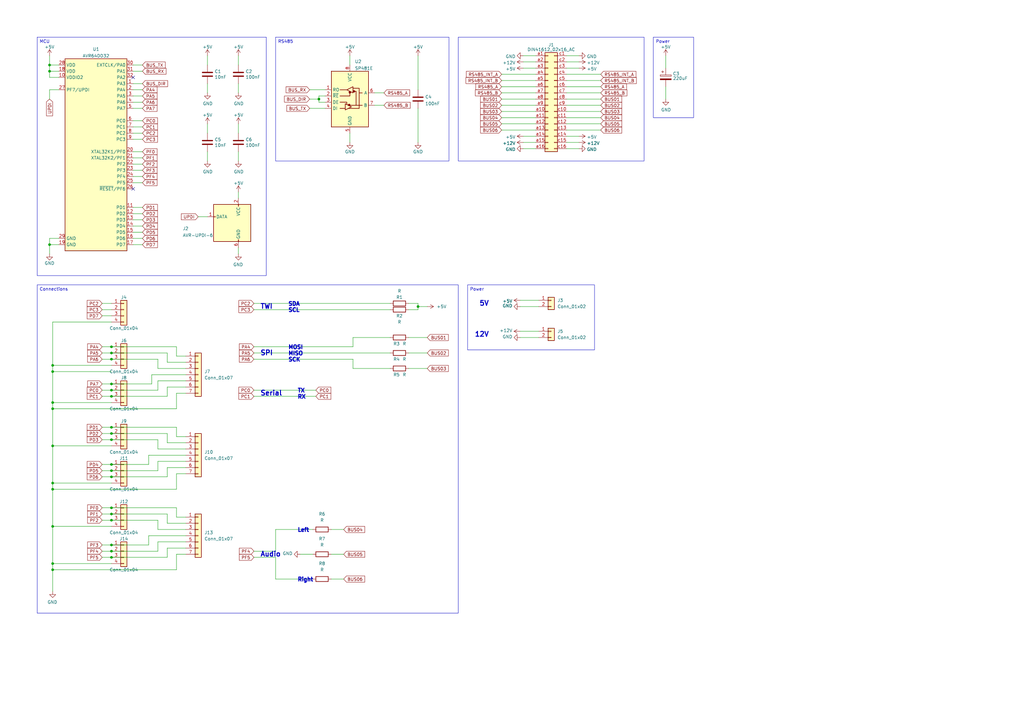
<source format=kicad_sch>
(kicad_sch (version 20230121) (generator eeschema)

  (uuid 57ad5df2-8927-46d9-a1a6-3ab989d6d6dd)

  (paper "A3")

  (lib_symbols
    (symbol "Connector:AVR-UPDI-6" (pin_names (offset 1.016)) (in_bom yes) (on_board yes)
      (property "Reference" "J" (at -6.35 8.89 0)
        (effects (font (size 1.27 1.27)) (justify left))
      )
      (property "Value" "AVR-UPDI-6" (at 0 8.89 0)
        (effects (font (size 1.27 1.27)) (justify left))
      )
      (property "Footprint" "" (at -6.35 -1.27 90)
        (effects (font (size 1.27 1.27)) hide)
      )
      (property "Datasheet" "https://www.microchip.com/webdoc/GUID-9D10622A-5C16-4405-B092-1BDD437B4976/index.html?GUID-9B349315-2842-4189-B88C-49F4E1055D7F" (at -32.385 -13.97 0)
        (effects (font (size 1.27 1.27)) hide)
      )
      (property "ki_keywords" "AVR UPDI Connector" (at 0 0 0)
        (effects (font (size 1.27 1.27)) hide)
      )
      (property "ki_description" "Atmel 6-pin UPDI connector" (at 0 0 0)
        (effects (font (size 1.27 1.27)) hide)
      )
      (property "ki_fp_filters" "IDC?Header*2x03* Pin?Header*2x03*" (at 0 0 0)
        (effects (font (size 1.27 1.27)) hide)
      )
      (symbol "AVR-UPDI-6_0_1"
        (rectangle (start -2.667 -6.858) (end -2.413 -7.62)
          (stroke (width 0) (type default))
          (fill (type none))
        )
        (rectangle (start -2.667 7.62) (end -2.413 6.858)
          (stroke (width 0) (type default))
          (fill (type none))
        )
        (rectangle (start 7.62 2.667) (end 6.858 2.413)
          (stroke (width 0) (type default))
          (fill (type none))
        )
        (rectangle (start 7.62 7.62) (end -7.62 -7.62)
          (stroke (width 0.254) (type default))
          (fill (type background))
        )
      )
      (symbol "AVR-UPDI-6_1_1"
        (pin passive line (at 10.16 2.54 180) (length 2.54)
          (name "DATA" (effects (font (size 1.27 1.27))))
          (number "1" (effects (font (size 1.27 1.27))))
        )
        (pin passive line (at -2.54 10.16 270) (length 2.54)
          (name "VCC" (effects (font (size 1.27 1.27))))
          (number "2" (effects (font (size 1.27 1.27))))
        )
        (pin no_connect line (at 7.62 0 180) (length 2.54) hide
          (name "NC" (effects (font (size 1.27 1.27))))
          (number "3" (effects (font (size 1.27 1.27))))
        )
        (pin no_connect line (at 7.62 -2.54 180) (length 2.54) hide
          (name "NC" (effects (font (size 1.27 1.27))))
          (number "4" (effects (font (size 1.27 1.27))))
        )
        (pin no_connect line (at 7.62 -5.08 180) (length 2.54) hide
          (name "NC" (effects (font (size 1.27 1.27))))
          (number "5" (effects (font (size 1.27 1.27))))
        )
        (pin passive line (at -2.54 -10.16 90) (length 2.54)
          (name "GND" (effects (font (size 1.27 1.27))))
          (number "6" (effects (font (size 1.27 1.27))))
        )
      )
    )
    (symbol "Connector:DIN41612_02x16_AC" (pin_names (offset 1.016) hide) (in_bom yes) (on_board yes)
      (property "Reference" "J" (at 1.27 20.32 0)
        (effects (font (size 1.27 1.27)))
      )
      (property "Value" "DIN41612_02x16_AC" (at 1.27 -22.86 0)
        (effects (font (size 1.27 1.27)))
      )
      (property "Footprint" "" (at 0 0 0)
        (effects (font (size 1.27 1.27)) hide)
      )
      (property "Datasheet" "~" (at 0 0 0)
        (effects (font (size 1.27 1.27)) hide)
      )
      (property "ki_keywords" "connector" (at 0 0 0)
        (effects (font (size 1.27 1.27)) hide)
      )
      (property "ki_description" "DIN41612 connector, double row (AC), 02x16, script generated (kicad-library-utils/schlib/autogen/connector/)" (at 0 0 0)
        (effects (font (size 1.27 1.27)) hide)
      )
      (property "ki_fp_filters" "DIN41612*2x*" (at 0 0 0)
        (effects (font (size 1.27 1.27)) hide)
      )
      (symbol "DIN41612_02x16_AC_1_1"
        (rectangle (start -1.27 -20.193) (end 0 -20.447)
          (stroke (width 0.1524) (type default))
          (fill (type none))
        )
        (rectangle (start -1.27 -17.653) (end 0 -17.907)
          (stroke (width 0.1524) (type default))
          (fill (type none))
        )
        (rectangle (start -1.27 -15.113) (end 0 -15.367)
          (stroke (width 0.1524) (type default))
          (fill (type none))
        )
        (rectangle (start -1.27 -12.573) (end 0 -12.827)
          (stroke (width 0.1524) (type default))
          (fill (type none))
        )
        (rectangle (start -1.27 -10.033) (end 0 -10.287)
          (stroke (width 0.1524) (type default))
          (fill (type none))
        )
        (rectangle (start -1.27 -7.493) (end 0 -7.747)
          (stroke (width 0.1524) (type default))
          (fill (type none))
        )
        (rectangle (start -1.27 -4.953) (end 0 -5.207)
          (stroke (width 0.1524) (type default))
          (fill (type none))
        )
        (rectangle (start -1.27 -2.413) (end 0 -2.667)
          (stroke (width 0.1524) (type default))
          (fill (type none))
        )
        (rectangle (start -1.27 0.127) (end 0 -0.127)
          (stroke (width 0.1524) (type default))
          (fill (type none))
        )
        (rectangle (start -1.27 2.667) (end 0 2.413)
          (stroke (width 0.1524) (type default))
          (fill (type none))
        )
        (rectangle (start -1.27 5.207) (end 0 4.953)
          (stroke (width 0.1524) (type default))
          (fill (type none))
        )
        (rectangle (start -1.27 7.747) (end 0 7.493)
          (stroke (width 0.1524) (type default))
          (fill (type none))
        )
        (rectangle (start -1.27 10.287) (end 0 10.033)
          (stroke (width 0.1524) (type default))
          (fill (type none))
        )
        (rectangle (start -1.27 12.827) (end 0 12.573)
          (stroke (width 0.1524) (type default))
          (fill (type none))
        )
        (rectangle (start -1.27 15.367) (end 0 15.113)
          (stroke (width 0.1524) (type default))
          (fill (type none))
        )
        (rectangle (start -1.27 17.907) (end 0 17.653)
          (stroke (width 0.1524) (type default))
          (fill (type none))
        )
        (rectangle (start -1.27 19.05) (end 3.81 -21.59)
          (stroke (width 0.254) (type default))
          (fill (type background))
        )
        (rectangle (start 3.81 -20.193) (end 2.54 -20.447)
          (stroke (width 0.1524) (type default))
          (fill (type none))
        )
        (rectangle (start 3.81 -17.653) (end 2.54 -17.907)
          (stroke (width 0.1524) (type default))
          (fill (type none))
        )
        (rectangle (start 3.81 -15.113) (end 2.54 -15.367)
          (stroke (width 0.1524) (type default))
          (fill (type none))
        )
        (rectangle (start 3.81 -12.573) (end 2.54 -12.827)
          (stroke (width 0.1524) (type default))
          (fill (type none))
        )
        (rectangle (start 3.81 -10.033) (end 2.54 -10.287)
          (stroke (width 0.1524) (type default))
          (fill (type none))
        )
        (rectangle (start 3.81 -7.493) (end 2.54 -7.747)
          (stroke (width 0.1524) (type default))
          (fill (type none))
        )
        (rectangle (start 3.81 -4.953) (end 2.54 -5.207)
          (stroke (width 0.1524) (type default))
          (fill (type none))
        )
        (rectangle (start 3.81 -2.413) (end 2.54 -2.667)
          (stroke (width 0.1524) (type default))
          (fill (type none))
        )
        (rectangle (start 3.81 0.127) (end 2.54 -0.127)
          (stroke (width 0.1524) (type default))
          (fill (type none))
        )
        (rectangle (start 3.81 2.667) (end 2.54 2.413)
          (stroke (width 0.1524) (type default))
          (fill (type none))
        )
        (rectangle (start 3.81 5.207) (end 2.54 4.953)
          (stroke (width 0.1524) (type default))
          (fill (type none))
        )
        (rectangle (start 3.81 7.747) (end 2.54 7.493)
          (stroke (width 0.1524) (type default))
          (fill (type none))
        )
        (rectangle (start 3.81 10.287) (end 2.54 10.033)
          (stroke (width 0.1524) (type default))
          (fill (type none))
        )
        (rectangle (start 3.81 12.827) (end 2.54 12.573)
          (stroke (width 0.1524) (type default))
          (fill (type none))
        )
        (rectangle (start 3.81 15.367) (end 2.54 15.113)
          (stroke (width 0.1524) (type default))
          (fill (type none))
        )
        (rectangle (start 3.81 17.907) (end 2.54 17.653)
          (stroke (width 0.1524) (type default))
          (fill (type none))
        )
        (pin passive line (at -5.08 17.78 0) (length 3.81)
          (name "Pin_a1" (effects (font (size 1.27 1.27))))
          (number "a1" (effects (font (size 1.27 1.27))))
        )
        (pin passive line (at -5.08 -5.08 0) (length 3.81)
          (name "Pin_a10" (effects (font (size 1.27 1.27))))
          (number "a10" (effects (font (size 1.27 1.27))))
        )
        (pin passive line (at -5.08 -7.62 0) (length 3.81)
          (name "Pin_a11" (effects (font (size 1.27 1.27))))
          (number "a11" (effects (font (size 1.27 1.27))))
        )
        (pin passive line (at -5.08 -10.16 0) (length 3.81)
          (name "Pin_a12" (effects (font (size 1.27 1.27))))
          (number "a12" (effects (font (size 1.27 1.27))))
        )
        (pin passive line (at -5.08 -12.7 0) (length 3.81)
          (name "Pin_a13" (effects (font (size 1.27 1.27))))
          (number "a13" (effects (font (size 1.27 1.27))))
        )
        (pin passive line (at -5.08 -15.24 0) (length 3.81)
          (name "Pin_a14" (effects (font (size 1.27 1.27))))
          (number "a14" (effects (font (size 1.27 1.27))))
        )
        (pin passive line (at -5.08 -17.78 0) (length 3.81)
          (name "Pin_a15" (effects (font (size 1.27 1.27))))
          (number "a15" (effects (font (size 1.27 1.27))))
        )
        (pin passive line (at -5.08 -20.32 0) (length 3.81)
          (name "Pin_a16" (effects (font (size 1.27 1.27))))
          (number "a16" (effects (font (size 1.27 1.27))))
        )
        (pin passive line (at -5.08 15.24 0) (length 3.81)
          (name "Pin_a2" (effects (font (size 1.27 1.27))))
          (number "a2" (effects (font (size 1.27 1.27))))
        )
        (pin passive line (at -5.08 12.7 0) (length 3.81)
          (name "Pin_a3" (effects (font (size 1.27 1.27))))
          (number "a3" (effects (font (size 1.27 1.27))))
        )
        (pin passive line (at -5.08 10.16 0) (length 3.81)
          (name "Pin_a4" (effects (font (size 1.27 1.27))))
          (number "a4" (effects (font (size 1.27 1.27))))
        )
        (pin passive line (at -5.08 7.62 0) (length 3.81)
          (name "Pin_a5" (effects (font (size 1.27 1.27))))
          (number "a5" (effects (font (size 1.27 1.27))))
        )
        (pin passive line (at -5.08 5.08 0) (length 3.81)
          (name "Pin_a6" (effects (font (size 1.27 1.27))))
          (number "a6" (effects (font (size 1.27 1.27))))
        )
        (pin passive line (at -5.08 2.54 0) (length 3.81)
          (name "Pin_a7" (effects (font (size 1.27 1.27))))
          (number "a7" (effects (font (size 1.27 1.27))))
        )
        (pin passive line (at -5.08 0 0) (length 3.81)
          (name "Pin_a8" (effects (font (size 1.27 1.27))))
          (number "a8" (effects (font (size 1.27 1.27))))
        )
        (pin passive line (at -5.08 -2.54 0) (length 3.81)
          (name "Pin_a9" (effects (font (size 1.27 1.27))))
          (number "a9" (effects (font (size 1.27 1.27))))
        )
        (pin passive line (at 7.62 17.78 180) (length 3.81)
          (name "Pin_c1" (effects (font (size 1.27 1.27))))
          (number "c1" (effects (font (size 1.27 1.27))))
        )
        (pin passive line (at 7.62 -5.08 180) (length 3.81)
          (name "Pin_c10" (effects (font (size 1.27 1.27))))
          (number "c10" (effects (font (size 1.27 1.27))))
        )
        (pin passive line (at 7.62 -7.62 180) (length 3.81)
          (name "Pin_c11" (effects (font (size 1.27 1.27))))
          (number "c11" (effects (font (size 1.27 1.27))))
        )
        (pin passive line (at 7.62 -10.16 180) (length 3.81)
          (name "Pin_c12" (effects (font (size 1.27 1.27))))
          (number "c12" (effects (font (size 1.27 1.27))))
        )
        (pin passive line (at 7.62 -12.7 180) (length 3.81)
          (name "Pin_c13" (effects (font (size 1.27 1.27))))
          (number "c13" (effects (font (size 1.27 1.27))))
        )
        (pin passive line (at 7.62 -15.24 180) (length 3.81)
          (name "Pin_c14" (effects (font (size 1.27 1.27))))
          (number "c14" (effects (font (size 1.27 1.27))))
        )
        (pin passive line (at 7.62 -17.78 180) (length 3.81)
          (name "Pin_c15" (effects (font (size 1.27 1.27))))
          (number "c15" (effects (font (size 1.27 1.27))))
        )
        (pin passive line (at 7.62 -20.32 180) (length 3.81)
          (name "Pin_c16" (effects (font (size 1.27 1.27))))
          (number "c16" (effects (font (size 1.27 1.27))))
        )
        (pin passive line (at 7.62 15.24 180) (length 3.81)
          (name "Pin_c2" (effects (font (size 1.27 1.27))))
          (number "c2" (effects (font (size 1.27 1.27))))
        )
        (pin passive line (at 7.62 12.7 180) (length 3.81)
          (name "Pin_c3" (effects (font (size 1.27 1.27))))
          (number "c3" (effects (font (size 1.27 1.27))))
        )
        (pin passive line (at 7.62 10.16 180) (length 3.81)
          (name "Pin_c4" (effects (font (size 1.27 1.27))))
          (number "c4" (effects (font (size 1.27 1.27))))
        )
        (pin passive line (at 7.62 7.62 180) (length 3.81)
          (name "Pin_c5" (effects (font (size 1.27 1.27))))
          (number "c5" (effects (font (size 1.27 1.27))))
        )
        (pin passive line (at 7.62 5.08 180) (length 3.81)
          (name "Pin_c6" (effects (font (size 1.27 1.27))))
          (number "c6" (effects (font (size 1.27 1.27))))
        )
        (pin passive line (at 7.62 2.54 180) (length 3.81)
          (name "Pin_c7" (effects (font (size 1.27 1.27))))
          (number "c7" (effects (font (size 1.27 1.27))))
        )
        (pin passive line (at 7.62 0 180) (length 3.81)
          (name "Pin_c8" (effects (font (size 1.27 1.27))))
          (number "c8" (effects (font (size 1.27 1.27))))
        )
        (pin passive line (at 7.62 -2.54 180) (length 3.81)
          (name "Pin_c9" (effects (font (size 1.27 1.27))))
          (number "c9" (effects (font (size 1.27 1.27))))
        )
      )
    )
    (symbol "Connector_Generic:Conn_01x02" (pin_names (offset 1.016) hide) (in_bom yes) (on_board yes)
      (property "Reference" "J" (at 0 2.54 0)
        (effects (font (size 1.27 1.27)))
      )
      (property "Value" "Conn_01x02" (at 0 -5.08 0)
        (effects (font (size 1.27 1.27)))
      )
      (property "Footprint" "" (at 0 0 0)
        (effects (font (size 1.27 1.27)) hide)
      )
      (property "Datasheet" "~" (at 0 0 0)
        (effects (font (size 1.27 1.27)) hide)
      )
      (property "ki_keywords" "connector" (at 0 0 0)
        (effects (font (size 1.27 1.27)) hide)
      )
      (property "ki_description" "Generic connector, single row, 01x02, script generated (kicad-library-utils/schlib/autogen/connector/)" (at 0 0 0)
        (effects (font (size 1.27 1.27)) hide)
      )
      (property "ki_fp_filters" "Connector*:*_1x??_*" (at 0 0 0)
        (effects (font (size 1.27 1.27)) hide)
      )
      (symbol "Conn_01x02_1_1"
        (rectangle (start -1.27 -2.413) (end 0 -2.667)
          (stroke (width 0.1524) (type default))
          (fill (type none))
        )
        (rectangle (start -1.27 0.127) (end 0 -0.127)
          (stroke (width 0.1524) (type default))
          (fill (type none))
        )
        (rectangle (start -1.27 1.27) (end 1.27 -3.81)
          (stroke (width 0.254) (type default))
          (fill (type background))
        )
        (pin passive line (at -5.08 0 0) (length 3.81)
          (name "Pin_1" (effects (font (size 1.27 1.27))))
          (number "1" (effects (font (size 1.27 1.27))))
        )
        (pin passive line (at -5.08 -2.54 0) (length 3.81)
          (name "Pin_2" (effects (font (size 1.27 1.27))))
          (number "2" (effects (font (size 1.27 1.27))))
        )
      )
    )
    (symbol "Connector_Generic:Conn_01x04" (pin_names (offset 1.016) hide) (in_bom yes) (on_board yes)
      (property "Reference" "J" (at 0 5.08 0)
        (effects (font (size 1.27 1.27)))
      )
      (property "Value" "Conn_01x04" (at 0 -7.62 0)
        (effects (font (size 1.27 1.27)))
      )
      (property "Footprint" "" (at 0 0 0)
        (effects (font (size 1.27 1.27)) hide)
      )
      (property "Datasheet" "~" (at 0 0 0)
        (effects (font (size 1.27 1.27)) hide)
      )
      (property "ki_keywords" "connector" (at 0 0 0)
        (effects (font (size 1.27 1.27)) hide)
      )
      (property "ki_description" "Generic connector, single row, 01x04, script generated (kicad-library-utils/schlib/autogen/connector/)" (at 0 0 0)
        (effects (font (size 1.27 1.27)) hide)
      )
      (property "ki_fp_filters" "Connector*:*_1x??_*" (at 0 0 0)
        (effects (font (size 1.27 1.27)) hide)
      )
      (symbol "Conn_01x04_1_1"
        (rectangle (start -1.27 -4.953) (end 0 -5.207)
          (stroke (width 0.1524) (type default))
          (fill (type none))
        )
        (rectangle (start -1.27 -2.413) (end 0 -2.667)
          (stroke (width 0.1524) (type default))
          (fill (type none))
        )
        (rectangle (start -1.27 0.127) (end 0 -0.127)
          (stroke (width 0.1524) (type default))
          (fill (type none))
        )
        (rectangle (start -1.27 2.667) (end 0 2.413)
          (stroke (width 0.1524) (type default))
          (fill (type none))
        )
        (rectangle (start -1.27 3.81) (end 1.27 -6.35)
          (stroke (width 0.254) (type default))
          (fill (type background))
        )
        (pin passive line (at -5.08 2.54 0) (length 3.81)
          (name "Pin_1" (effects (font (size 1.27 1.27))))
          (number "1" (effects (font (size 1.27 1.27))))
        )
        (pin passive line (at -5.08 0 0) (length 3.81)
          (name "Pin_2" (effects (font (size 1.27 1.27))))
          (number "2" (effects (font (size 1.27 1.27))))
        )
        (pin passive line (at -5.08 -2.54 0) (length 3.81)
          (name "Pin_3" (effects (font (size 1.27 1.27))))
          (number "3" (effects (font (size 1.27 1.27))))
        )
        (pin passive line (at -5.08 -5.08 0) (length 3.81)
          (name "Pin_4" (effects (font (size 1.27 1.27))))
          (number "4" (effects (font (size 1.27 1.27))))
        )
      )
    )
    (symbol "Connector_Generic:Conn_01x07" (pin_names (offset 1.016) hide) (in_bom yes) (on_board yes)
      (property "Reference" "J" (at 0 10.16 0)
        (effects (font (size 1.27 1.27)))
      )
      (property "Value" "Conn_01x07" (at 0 -10.16 0)
        (effects (font (size 1.27 1.27)))
      )
      (property "Footprint" "" (at 0 0 0)
        (effects (font (size 1.27 1.27)) hide)
      )
      (property "Datasheet" "~" (at 0 0 0)
        (effects (font (size 1.27 1.27)) hide)
      )
      (property "ki_keywords" "connector" (at 0 0 0)
        (effects (font (size 1.27 1.27)) hide)
      )
      (property "ki_description" "Generic connector, single row, 01x07, script generated (kicad-library-utils/schlib/autogen/connector/)" (at 0 0 0)
        (effects (font (size 1.27 1.27)) hide)
      )
      (property "ki_fp_filters" "Connector*:*_1x??_*" (at 0 0 0)
        (effects (font (size 1.27 1.27)) hide)
      )
      (symbol "Conn_01x07_1_1"
        (rectangle (start -1.27 -7.493) (end 0 -7.747)
          (stroke (width 0.1524) (type default))
          (fill (type none))
        )
        (rectangle (start -1.27 -4.953) (end 0 -5.207)
          (stroke (width 0.1524) (type default))
          (fill (type none))
        )
        (rectangle (start -1.27 -2.413) (end 0 -2.667)
          (stroke (width 0.1524) (type default))
          (fill (type none))
        )
        (rectangle (start -1.27 0.127) (end 0 -0.127)
          (stroke (width 0.1524) (type default))
          (fill (type none))
        )
        (rectangle (start -1.27 2.667) (end 0 2.413)
          (stroke (width 0.1524) (type default))
          (fill (type none))
        )
        (rectangle (start -1.27 5.207) (end 0 4.953)
          (stroke (width 0.1524) (type default))
          (fill (type none))
        )
        (rectangle (start -1.27 7.747) (end 0 7.493)
          (stroke (width 0.1524) (type default))
          (fill (type none))
        )
        (rectangle (start -1.27 8.89) (end 1.27 -8.89)
          (stroke (width 0.254) (type default))
          (fill (type background))
        )
        (pin passive line (at -5.08 7.62 0) (length 3.81)
          (name "Pin_1" (effects (font (size 1.27 1.27))))
          (number "1" (effects (font (size 1.27 1.27))))
        )
        (pin passive line (at -5.08 5.08 0) (length 3.81)
          (name "Pin_2" (effects (font (size 1.27 1.27))))
          (number "2" (effects (font (size 1.27 1.27))))
        )
        (pin passive line (at -5.08 2.54 0) (length 3.81)
          (name "Pin_3" (effects (font (size 1.27 1.27))))
          (number "3" (effects (font (size 1.27 1.27))))
        )
        (pin passive line (at -5.08 0 0) (length 3.81)
          (name "Pin_4" (effects (font (size 1.27 1.27))))
          (number "4" (effects (font (size 1.27 1.27))))
        )
        (pin passive line (at -5.08 -2.54 0) (length 3.81)
          (name "Pin_5" (effects (font (size 1.27 1.27))))
          (number "5" (effects (font (size 1.27 1.27))))
        )
        (pin passive line (at -5.08 -5.08 0) (length 3.81)
          (name "Pin_6" (effects (font (size 1.27 1.27))))
          (number "6" (effects (font (size 1.27 1.27))))
        )
        (pin passive line (at -5.08 -7.62 0) (length 3.81)
          (name "Pin_7" (effects (font (size 1.27 1.27))))
          (number "7" (effects (font (size 1.27 1.27))))
        )
      )
    )
    (symbol "Device:C" (pin_numbers hide) (pin_names (offset 0.254)) (in_bom yes) (on_board yes)
      (property "Reference" "C" (at 0.635 2.54 0)
        (effects (font (size 1.27 1.27)) (justify left))
      )
      (property "Value" "C" (at 0.635 -2.54 0)
        (effects (font (size 1.27 1.27)) (justify left))
      )
      (property "Footprint" "" (at 0.9652 -3.81 0)
        (effects (font (size 1.27 1.27)) hide)
      )
      (property "Datasheet" "~" (at 0 0 0)
        (effects (font (size 1.27 1.27)) hide)
      )
      (property "ki_keywords" "cap capacitor" (at 0 0 0)
        (effects (font (size 1.27 1.27)) hide)
      )
      (property "ki_description" "Unpolarized capacitor" (at 0 0 0)
        (effects (font (size 1.27 1.27)) hide)
      )
      (property "ki_fp_filters" "C_*" (at 0 0 0)
        (effects (font (size 1.27 1.27)) hide)
      )
      (symbol "C_0_1"
        (polyline
          (pts
            (xy -2.032 -0.762)
            (xy 2.032 -0.762)
          )
          (stroke (width 0.508) (type default))
          (fill (type none))
        )
        (polyline
          (pts
            (xy -2.032 0.762)
            (xy 2.032 0.762)
          )
          (stroke (width 0.508) (type default))
          (fill (type none))
        )
      )
      (symbol "C_1_1"
        (pin passive line (at 0 3.81 270) (length 2.794)
          (name "~" (effects (font (size 1.27 1.27))))
          (number "1" (effects (font (size 1.27 1.27))))
        )
        (pin passive line (at 0 -3.81 90) (length 2.794)
          (name "~" (effects (font (size 1.27 1.27))))
          (number "2" (effects (font (size 1.27 1.27))))
        )
      )
    )
    (symbol "Device:C_Polarized" (pin_numbers hide) (pin_names (offset 0.254)) (in_bom yes) (on_board yes)
      (property "Reference" "C" (at 0.635 2.54 0)
        (effects (font (size 1.27 1.27)) (justify left))
      )
      (property "Value" "C_Polarized" (at 0.635 -2.54 0)
        (effects (font (size 1.27 1.27)) (justify left))
      )
      (property "Footprint" "" (at 0.9652 -3.81 0)
        (effects (font (size 1.27 1.27)) hide)
      )
      (property "Datasheet" "~" (at 0 0 0)
        (effects (font (size 1.27 1.27)) hide)
      )
      (property "ki_keywords" "cap capacitor" (at 0 0 0)
        (effects (font (size 1.27 1.27)) hide)
      )
      (property "ki_description" "Polarized capacitor" (at 0 0 0)
        (effects (font (size 1.27 1.27)) hide)
      )
      (property "ki_fp_filters" "CP_*" (at 0 0 0)
        (effects (font (size 1.27 1.27)) hide)
      )
      (symbol "C_Polarized_0_1"
        (rectangle (start -2.286 0.508) (end 2.286 1.016)
          (stroke (width 0) (type default))
          (fill (type none))
        )
        (polyline
          (pts
            (xy -1.778 2.286)
            (xy -0.762 2.286)
          )
          (stroke (width 0) (type default))
          (fill (type none))
        )
        (polyline
          (pts
            (xy -1.27 2.794)
            (xy -1.27 1.778)
          )
          (stroke (width 0) (type default))
          (fill (type none))
        )
        (rectangle (start 2.286 -0.508) (end -2.286 -1.016)
          (stroke (width 0) (type default))
          (fill (type outline))
        )
      )
      (symbol "C_Polarized_1_1"
        (pin passive line (at 0 3.81 270) (length 2.794)
          (name "~" (effects (font (size 1.27 1.27))))
          (number "1" (effects (font (size 1.27 1.27))))
        )
        (pin passive line (at 0 -3.81 90) (length 2.794)
          (name "~" (effects (font (size 1.27 1.27))))
          (number "2" (effects (font (size 1.27 1.27))))
        )
      )
    )
    (symbol "Device:R" (pin_numbers hide) (pin_names (offset 0)) (in_bom yes) (on_board yes)
      (property "Reference" "R" (at 2.032 0 90)
        (effects (font (size 1.27 1.27)))
      )
      (property "Value" "R" (at 0 0 90)
        (effects (font (size 1.27 1.27)))
      )
      (property "Footprint" "" (at -1.778 0 90)
        (effects (font (size 1.27 1.27)) hide)
      )
      (property "Datasheet" "~" (at 0 0 0)
        (effects (font (size 1.27 1.27)) hide)
      )
      (property "ki_keywords" "R res resistor" (at 0 0 0)
        (effects (font (size 1.27 1.27)) hide)
      )
      (property "ki_description" "Resistor" (at 0 0 0)
        (effects (font (size 1.27 1.27)) hide)
      )
      (property "ki_fp_filters" "R_*" (at 0 0 0)
        (effects (font (size 1.27 1.27)) hide)
      )
      (symbol "R_0_1"
        (rectangle (start -1.016 -2.54) (end 1.016 2.54)
          (stroke (width 0.254) (type default))
          (fill (type none))
        )
      )
      (symbol "R_1_1"
        (pin passive line (at 0 3.81 270) (length 1.27)
          (name "~" (effects (font (size 1.27 1.27))))
          (number "1" (effects (font (size 1.27 1.27))))
        )
        (pin passive line (at 0 -3.81 90) (length 1.27)
          (name "~" (effects (font (size 1.27 1.27))))
          (number "2" (effects (font (size 1.27 1.27))))
        )
      )
    )
    (symbol "kiu:AVR64DD32" (in_bom yes) (on_board yes)
      (property "Reference" "U" (at -12.7 -19.05 0)
        (effects (font (size 1.27 1.27)))
      )
      (property "Value" "AVR64DD32" (at 7.62 -19.05 0)
        (effects (font (size 1.27 1.27)))
      )
      (property "Footprint" "" (at 0 0 0)
        (effects (font (size 1.27 1.27)) hide)
      )
      (property "Datasheet" "" (at 0 0 0)
        (effects (font (size 1.27 1.27)) hide)
      )
      (symbol "AVR64DD32_0_1"
        (rectangle (start -12.7 -20.32) (end 12.7 -99.06)
          (stroke (width 0.254) (type default))
          (fill (type background))
        )
      )
      (symbol "AVR64DD32_1_1"
        (pin bidirectional line (at 15.24 -30.48 180) (length 2.54)
          (name "PA3" (effects (font (size 1.27 1.27))))
          (number "1" (effects (font (size 1.27 1.27))))
        )
        (pin power_in line (at -15.24 -27.94 0) (length 2.54)
          (name "VDDIO2" (effects (font (size 1.27 1.27))))
          (number "10" (effects (font (size 1.27 1.27))))
        )
        (pin bidirectional line (at 15.24 -81.28 180) (length 2.54)
          (name "PD1" (effects (font (size 1.27 1.27))))
          (number "11" (effects (font (size 1.27 1.27))))
        )
        (pin bidirectional line (at 15.24 -83.82 180) (length 2.54)
          (name "PD2" (effects (font (size 1.27 1.27))))
          (number "12" (effects (font (size 1.27 1.27))))
        )
        (pin bidirectional line (at 15.24 -86.36 180) (length 2.54)
          (name "PD3" (effects (font (size 1.27 1.27))))
          (number "13" (effects (font (size 1.27 1.27))))
        )
        (pin bidirectional line (at 15.24 -88.9 180) (length 2.54)
          (name "PD4" (effects (font (size 1.27 1.27))))
          (number "14" (effects (font (size 1.27 1.27))))
        )
        (pin bidirectional line (at 15.24 -91.44 180) (length 2.54)
          (name "PD5" (effects (font (size 1.27 1.27))))
          (number "15" (effects (font (size 1.27 1.27))))
        )
        (pin bidirectional line (at 15.24 -93.98 180) (length 2.54)
          (name "PD6" (effects (font (size 1.27 1.27))))
          (number "16" (effects (font (size 1.27 1.27))))
        )
        (pin bidirectional line (at 15.24 -96.52 180) (length 2.54)
          (name "PD7" (effects (font (size 1.27 1.27))))
          (number "17" (effects (font (size 1.27 1.27))))
        )
        (pin power_in line (at -15.24 -25.4 0) (length 2.54)
          (name "VDD" (effects (font (size 1.27 1.27))))
          (number "18" (effects (font (size 1.27 1.27))))
        )
        (pin power_in line (at -15.24 -96.52 0) (length 2.54)
          (name "GND" (effects (font (size 1.27 1.27))))
          (number "19" (effects (font (size 1.27 1.27))))
        )
        (pin bidirectional line (at 15.24 -33.02 180) (length 2.54)
          (name "PA4" (effects (font (size 1.27 1.27))))
          (number "2" (effects (font (size 1.27 1.27))))
        )
        (pin bidirectional line (at 15.24 -58.42 180) (length 2.54)
          (name "XTAL32K1/PF0" (effects (font (size 1.27 1.27))))
          (number "20" (effects (font (size 1.27 1.27))))
        )
        (pin bidirectional line (at 15.24 -60.96 180) (length 2.54)
          (name "XTAL32K2/PF1" (effects (font (size 1.27 1.27))))
          (number "21" (effects (font (size 1.27 1.27))))
        )
        (pin bidirectional line (at 15.24 -63.5 180) (length 2.54)
          (name "PF2" (effects (font (size 1.27 1.27))))
          (number "22" (effects (font (size 1.27 1.27))))
        )
        (pin bidirectional line (at 15.24 -66.04 180) (length 2.54)
          (name "PF3" (effects (font (size 1.27 1.27))))
          (number "23" (effects (font (size 1.27 1.27))))
        )
        (pin bidirectional line (at 15.24 -68.58 180) (length 2.54)
          (name "PF4" (effects (font (size 1.27 1.27))))
          (number "24" (effects (font (size 1.27 1.27))))
        )
        (pin bidirectional line (at 15.24 -71.12 180) (length 2.54)
          (name "PF5" (effects (font (size 1.27 1.27))))
          (number "25" (effects (font (size 1.27 1.27))))
        )
        (pin input line (at 15.24 -73.66 180) (length 2.54)
          (name "~{RESET}/PF6" (effects (font (size 1.27 1.27))))
          (number "26" (effects (font (size 1.27 1.27))))
        )
        (pin bidirectional line (at -15.24 -33.02 0) (length 2.54)
          (name "PF7/UPDI" (effects (font (size 1.27 1.27))))
          (number "27" (effects (font (size 1.27 1.27))))
        )
        (pin power_in line (at -15.24 -22.86 0) (length 2.54)
          (name "VDD" (effects (font (size 1.27 1.27))))
          (number "28" (effects (font (size 1.27 1.27))))
        )
        (pin power_in line (at -15.24 -93.98 0) (length 2.54)
          (name "GND" (effects (font (size 1.27 1.27))))
          (number "29" (effects (font (size 1.27 1.27))))
        )
        (pin bidirectional line (at 15.24 -35.56 180) (length 2.54)
          (name "PA5" (effects (font (size 1.27 1.27))))
          (number "3" (effects (font (size 1.27 1.27))))
        )
        (pin bidirectional line (at 15.24 -22.86 180) (length 2.54)
          (name "EXTCLK/PA0" (effects (font (size 1.27 1.27))))
          (number "30" (effects (font (size 1.27 1.27))))
        )
        (pin bidirectional line (at 15.24 -25.4 180) (length 2.54)
          (name "PA1" (effects (font (size 1.27 1.27))))
          (number "31" (effects (font (size 1.27 1.27))))
        )
        (pin bidirectional line (at 15.24 -27.94 180) (length 2.54)
          (name "PA2" (effects (font (size 1.27 1.27))))
          (number "32" (effects (font (size 1.27 1.27))))
        )
        (pin bidirectional line (at 15.24 -38.1 180) (length 2.54)
          (name "PA6" (effects (font (size 1.27 1.27))))
          (number "4" (effects (font (size 1.27 1.27))))
        )
        (pin bidirectional line (at 15.24 -40.64 180) (length 2.54)
          (name "PA7" (effects (font (size 1.27 1.27))))
          (number "5" (effects (font (size 1.27 1.27))))
        )
        (pin bidirectional line (at 15.24 -45.72 180) (length 2.54)
          (name "PC0" (effects (font (size 1.27 1.27))))
          (number "6" (effects (font (size 1.27 1.27))))
        )
        (pin bidirectional line (at 15.24 -48.26 180) (length 2.54)
          (name "PC1" (effects (font (size 1.27 1.27))))
          (number "7" (effects (font (size 1.27 1.27))))
        )
        (pin bidirectional line (at 15.24 -50.8 180) (length 2.54)
          (name "PC2" (effects (font (size 1.27 1.27))))
          (number "8" (effects (font (size 1.27 1.27))))
        )
        (pin bidirectional line (at 15.24 -53.34 180) (length 2.54)
          (name "PC3" (effects (font (size 1.27 1.27))))
          (number "9" (effects (font (size 1.27 1.27))))
        )
      )
    )
    (symbol "kiu:SP481E" (in_bom yes) (on_board yes)
      (property "Reference" "U" (at 3.81 12.7 0)
        (effects (font (size 1.27 1.27)))
      )
      (property "Value" "SP481E" (at 7.62 -12.7 0)
        (effects (font (size 1.27 1.27)) (justify right))
      )
      (property "Footprint" "" (at 0 0 0)
        (effects (font (size 1.27 1.27)) hide)
      )
      (property "Datasheet" "" (at 0 0 0)
        (effects (font (size 1.27 1.27)) hide)
      )
      (symbol "SP481E_0_1"
        (rectangle (start -7.62 11.43) (end 7.62 -11.43)
          (stroke (width 0.254) (type default))
          (fill (type background))
        )
        (circle (center -0.3048 -2.413) (radius 0.3556)
          (stroke (width 0.254) (type default))
          (fill (type outline))
        )
        (circle (center -0.0254 2.7686) (radius 0.3556)
          (stroke (width 0.254) (type default))
          (fill (type outline))
        )
        (polyline
          (pts
            (xy -4.064 -3.81)
            (xy -1.905 -3.81)
          )
          (stroke (width 0.254) (type default))
          (fill (type none))
        )
        (polyline
          (pts
            (xy -4.064 3.81)
            (xy -1.27 3.81)
          )
          (stroke (width 0.254) (type default))
          (fill (type none))
        )
        (polyline
          (pts
            (xy -1.27 -1.9304)
            (xy -1.27 -2.1844)
          )
          (stroke (width 0.254) (type default))
          (fill (type none))
        )
        (polyline
          (pts
            (xy -0.635 -3.81)
            (xy 3.81 -3.81)
          )
          (stroke (width 0.254) (type default))
          (fill (type none))
        )
        (polyline
          (pts
            (xy 1.27 3.175)
            (xy 2.54 3.175)
          )
          (stroke (width 0.254) (type default))
          (fill (type none))
        )
        (polyline
          (pts
            (xy 2.54 -2.54)
            (xy 5.08 -2.54)
          )
          (stroke (width 0.254) (type default))
          (fill (type none))
        )
        (polyline
          (pts
            (xy 3.81 2.54)
            (xy 5.08 2.54)
          )
          (stroke (width 0.254) (type default))
          (fill (type none))
        )
        (polyline
          (pts
            (xy -4.064 -1.27)
            (xy -1.27 -1.27)
            (xy -1.27 -1.905)
          )
          (stroke (width 0.254) (type default))
          (fill (type none))
        )
        (polyline
          (pts
            (xy 0 2.54)
            (xy 0 1.27)
            (xy -4.064 1.27)
          )
          (stroke (width 0.254) (type default))
          (fill (type none))
        )
        (polyline
          (pts
            (xy 1.27 4.445)
            (xy 3.81 4.445)
            (xy 3.81 -3.81)
          )
          (stroke (width 0.254) (type default))
          (fill (type none))
        )
        (polyline
          (pts
            (xy 2.54 3.175)
            (xy 2.54 -2.54)
            (xy 0 -2.54)
          )
          (stroke (width 0.254) (type default))
          (fill (type none))
        )
        (polyline
          (pts
            (xy -1.905 -1.905)
            (xy -1.905 -4.445)
            (xy 0.635 -3.175)
            (xy -1.905 -1.905)
          )
          (stroke (width 0.254) (type default))
          (fill (type none))
        )
        (polyline
          (pts
            (xy -1.27 3.81)
            (xy 1.27 5.08)
            (xy 1.27 2.54)
            (xy -1.27 3.81)
          )
          (stroke (width 0.254) (type default))
          (fill (type none))
        )
        (rectangle (start 1.27 4.445) (end 1.27 4.445)
          (stroke (width 0) (type default))
          (fill (type none))
        )
        (circle (center 1.651 3.175) (radius 0.3556)
          (stroke (width 0.254) (type default))
          (fill (type outline))
        )
      )
      (symbol "SP481E_1_1"
        (pin output line (at -10.16 3.81 0) (length 2.54)
          (name "RO" (effects (font (size 1.27 1.27))))
          (number "1" (effects (font (size 1.27 1.27))))
        )
        (pin input line (at -10.16 1.27 0) (length 2.54)
          (name "~{RE}" (effects (font (size 1.27 1.27))))
          (number "2" (effects (font (size 1.27 1.27))))
        )
        (pin input line (at -10.16 -1.27 0) (length 2.54)
          (name "DE" (effects (font (size 1.27 1.27))))
          (number "3" (effects (font (size 1.27 1.27))))
        )
        (pin input line (at -10.16 -3.81 0) (length 2.54)
          (name "DI" (effects (font (size 1.27 1.27))))
          (number "4" (effects (font (size 1.27 1.27))))
        )
        (pin power_in line (at 0 -13.97 90) (length 2.54)
          (name "GND" (effects (font (size 1.27 1.27))))
          (number "5" (effects (font (size 1.27 1.27))))
        )
        (pin bidirectional line (at 10.16 2.54 180) (length 2.54)
          (name "A" (effects (font (size 1.27 1.27))))
          (number "6" (effects (font (size 1.27 1.27))))
        )
        (pin bidirectional line (at 10.16 -2.54 180) (length 2.54)
          (name "B" (effects (font (size 1.27 1.27))))
          (number "7" (effects (font (size 1.27 1.27))))
        )
        (pin power_in line (at 0 13.97 270) (length 2.54)
          (name "VCC" (effects (font (size 1.27 1.27))))
          (number "8" (effects (font (size 1.27 1.27))))
        )
      )
    )
    (symbol "power:+12V" (power) (pin_names (offset 0)) (in_bom yes) (on_board yes)
      (property "Reference" "#PWR" (at 0 -3.81 0)
        (effects (font (size 1.27 1.27)) hide)
      )
      (property "Value" "+12V" (at 0 3.556 0)
        (effects (font (size 1.27 1.27)))
      )
      (property "Footprint" "" (at 0 0 0)
        (effects (font (size 1.27 1.27)) hide)
      )
      (property "Datasheet" "" (at 0 0 0)
        (effects (font (size 1.27 1.27)) hide)
      )
      (property "ki_keywords" "global power" (at 0 0 0)
        (effects (font (size 1.27 1.27)) hide)
      )
      (property "ki_description" "Power symbol creates a global label with name \"+12V\"" (at 0 0 0)
        (effects (font (size 1.27 1.27)) hide)
      )
      (symbol "+12V_0_1"
        (polyline
          (pts
            (xy -0.762 1.27)
            (xy 0 2.54)
          )
          (stroke (width 0) (type default))
          (fill (type none))
        )
        (polyline
          (pts
            (xy 0 0)
            (xy 0 2.54)
          )
          (stroke (width 0) (type default))
          (fill (type none))
        )
        (polyline
          (pts
            (xy 0 2.54)
            (xy 0.762 1.27)
          )
          (stroke (width 0) (type default))
          (fill (type none))
        )
      )
      (symbol "+12V_1_1"
        (pin power_in line (at 0 0 90) (length 0) hide
          (name "+12V" (effects (font (size 1.27 1.27))))
          (number "1" (effects (font (size 1.27 1.27))))
        )
      )
    )
    (symbol "power:+5V" (power) (pin_names (offset 0)) (in_bom yes) (on_board yes)
      (property "Reference" "#PWR" (at 0 -3.81 0)
        (effects (font (size 1.27 1.27)) hide)
      )
      (property "Value" "+5V" (at 0 3.556 0)
        (effects (font (size 1.27 1.27)))
      )
      (property "Footprint" "" (at 0 0 0)
        (effects (font (size 1.27 1.27)) hide)
      )
      (property "Datasheet" "" (at 0 0 0)
        (effects (font (size 1.27 1.27)) hide)
      )
      (property "ki_keywords" "global power" (at 0 0 0)
        (effects (font (size 1.27 1.27)) hide)
      )
      (property "ki_description" "Power symbol creates a global label with name \"+5V\"" (at 0 0 0)
        (effects (font (size 1.27 1.27)) hide)
      )
      (symbol "+5V_0_1"
        (polyline
          (pts
            (xy -0.762 1.27)
            (xy 0 2.54)
          )
          (stroke (width 0) (type default))
          (fill (type none))
        )
        (polyline
          (pts
            (xy 0 0)
            (xy 0 2.54)
          )
          (stroke (width 0) (type default))
          (fill (type none))
        )
        (polyline
          (pts
            (xy 0 2.54)
            (xy 0.762 1.27)
          )
          (stroke (width 0) (type default))
          (fill (type none))
        )
      )
      (symbol "+5V_1_1"
        (pin power_in line (at 0 0 90) (length 0) hide
          (name "+5V" (effects (font (size 1.27 1.27))))
          (number "1" (effects (font (size 1.27 1.27))))
        )
      )
    )
    (symbol "power:GND" (power) (pin_names (offset 0)) (in_bom yes) (on_board yes)
      (property "Reference" "#PWR" (at 0 -6.35 0)
        (effects (font (size 1.27 1.27)) hide)
      )
      (property "Value" "GND" (at 0 -3.81 0)
        (effects (font (size 1.27 1.27)))
      )
      (property "Footprint" "" (at 0 0 0)
        (effects (font (size 1.27 1.27)) hide)
      )
      (property "Datasheet" "" (at 0 0 0)
        (effects (font (size 1.27 1.27)) hide)
      )
      (property "ki_keywords" "global power" (at 0 0 0)
        (effects (font (size 1.27 1.27)) hide)
      )
      (property "ki_description" "Power symbol creates a global label with name \"GND\" , ground" (at 0 0 0)
        (effects (font (size 1.27 1.27)) hide)
      )
      (symbol "GND_0_1"
        (polyline
          (pts
            (xy 0 0)
            (xy 0 -1.27)
            (xy 1.27 -1.27)
            (xy 0 -2.54)
            (xy -1.27 -1.27)
            (xy 0 -1.27)
          )
          (stroke (width 0) (type default))
          (fill (type none))
        )
      )
      (symbol "GND_1_1"
        (pin power_in line (at 0 0 270) (length 0) hide
          (name "GND" (effects (font (size 1.27 1.27))))
          (number "1" (effects (font (size 1.27 1.27))))
        )
      )
    )
  )

  (junction (at 45.72 228.6) (diameter 0) (color 0 0 0 0)
    (uuid 00c12c38-9793-436e-8372-5a87746ba883)
  )
  (junction (at 130.81 40.64) (diameter 0) (color 0 0 0 0)
    (uuid 06440df4-f059-4599-a5de-8ab5b284bbdc)
  )
  (junction (at 45.72 208.28) (diameter 0) (color 0 0 0 0)
    (uuid 18201256-cfc4-4442-ab0c-37e23786b235)
  )
  (junction (at 21.59 165.1) (diameter 0) (color 0 0 0 0)
    (uuid 21ea6998-455c-4b1a-a26a-4a8def50a3ab)
  )
  (junction (at 21.59 200.66) (diameter 0) (color 0 0 0 0)
    (uuid 245d5ce4-7cbf-43c8-b6b1-e2c49879559b)
  )
  (junction (at 45.72 147.32) (diameter 0) (color 0 0 0 0)
    (uuid 31ea70be-16e6-4570-a627-ce8e7f607949)
  )
  (junction (at 21.59 182.88) (diameter 0) (color 0 0 0 0)
    (uuid 32eb4f53-e4cb-4787-ab52-b57283faec74)
  )
  (junction (at 45.72 144.78) (diameter 0) (color 0 0 0 0)
    (uuid 36bab026-902c-4f3f-8d56-5809f61becac)
  )
  (junction (at 21.59 233.68) (diameter 0) (color 0 0 0 0)
    (uuid 390451d9-b916-4e70-8703-27a7627fe7e8)
  )
  (junction (at 45.72 210.82) (diameter 0) (color 0 0 0 0)
    (uuid 410c7aaf-8335-4fc5-94b5-6767c0941002)
  )
  (junction (at 45.72 213.36) (diameter 0) (color 0 0 0 0)
    (uuid 462d8bdb-26fc-4cd4-b632-e04bd7e4ca40)
  )
  (junction (at 21.59 231.14) (diameter 0) (color 0 0 0 0)
    (uuid 48c0f25c-0ede-4365-9c61-2dc903ad5634)
  )
  (junction (at 20.32 100.33) (diameter 0) (color 0 0 0 0)
    (uuid 597ff1ca-5a2d-4c94-9983-f238ed60269a)
  )
  (junction (at 45.72 223.52) (diameter 0) (color 0 0 0 0)
    (uuid 660935b2-215e-4481-ac87-6dc21162a0a8)
  )
  (junction (at 45.72 160.02) (diameter 0) (color 0 0 0 0)
    (uuid 71ded8d9-6a29-436b-8893-adf061b56fa5)
  )
  (junction (at 45.72 175.26) (diameter 0) (color 0 0 0 0)
    (uuid 75472f2f-1263-4ab1-b478-0b58bead9685)
  )
  (junction (at 45.72 177.8) (diameter 0) (color 0 0 0 0)
    (uuid 78e4f6f2-ef12-43fa-bded-f12ee1865165)
  )
  (junction (at 45.72 190.5) (diameter 0) (color 0 0 0 0)
    (uuid 8ebbc01f-6a32-4482-9034-b252706c49a4)
  )
  (junction (at 45.72 142.24) (diameter 0) (color 0 0 0 0)
    (uuid 9173d154-d3ee-433c-92f9-152c6f3148ab)
  )
  (junction (at 21.59 167.64) (diameter 0) (color 0 0 0 0)
    (uuid 931641a5-b291-4555-947b-7e6309afb839)
  )
  (junction (at 20.32 26.67) (diameter 0) (color 0 0 0 0)
    (uuid 95efd4e5-ac00-4275-861a-927aa1980491)
  )
  (junction (at 21.59 152.4) (diameter 0) (color 0 0 0 0)
    (uuid a62d4a98-a292-4be3-87c6-0983f05d38cf)
  )
  (junction (at 171.45 125.73) (diameter 0) (color 0 0 0 0)
    (uuid aa2bd744-a927-41c7-8e8d-d0a3b75d7812)
  )
  (junction (at 45.72 157.48) (diameter 0) (color 0 0 0 0)
    (uuid aba3cd83-0afa-4f14-a1e3-e72335707242)
  )
  (junction (at 45.72 226.06) (diameter 0) (color 0 0 0 0)
    (uuid b15c5fb4-d153-4552-bcf9-b4cba438bf18)
  )
  (junction (at 45.72 193.04) (diameter 0) (color 0 0 0 0)
    (uuid baf4038e-d62c-4fd7-a1b5-4b34d656f24d)
  )
  (junction (at 45.72 180.34) (diameter 0) (color 0 0 0 0)
    (uuid beb9ca02-7fb7-4470-84aa-444fc25c3694)
  )
  (junction (at 21.59 215.9) (diameter 0) (color 0 0 0 0)
    (uuid d301192d-497e-469d-a791-9c83f6c47889)
  )
  (junction (at 21.59 198.12) (diameter 0) (color 0 0 0 0)
    (uuid dce619c4-8d57-4a3b-813a-eb35325c8f9a)
  )
  (junction (at 45.72 195.58) (diameter 0) (color 0 0 0 0)
    (uuid e3694cc3-7d37-4bd7-a265-7ba9842a2139)
  )
  (junction (at 45.72 162.56) (diameter 0) (color 0 0 0 0)
    (uuid e39f0e0f-ffec-4bf5-b55e-0bc7a4dc2747)
  )
  (junction (at 21.59 149.86) (diameter 0) (color 0 0 0 0)
    (uuid fe350000-aceb-430e-b902-e32f0b2b5b02)
  )
  (junction (at 20.32 29.21) (diameter 0) (color 0 0 0 0)
    (uuid ffc215d4-1a4b-4fe5-ae49-1f1f3fb7785a)
  )

  (no_connect (at 54.61 77.47) (uuid 6090c05d-3959-490d-99f1-eab6838a1470))
  (no_connect (at 54.61 31.75) (uuid 7b3252d7-dfeb-4eaa-9581-819db3ac6ffe))

  (wire (pts (xy 232.41 35.56) (xy 246.38 35.56))
    (stroke (width 0) (type default))
    (uuid 0163fe8d-82b7-4669-81d9-fb4158de0ca4)
  )
  (wire (pts (xy 20.32 29.21) (xy 20.32 31.75))
    (stroke (width 0) (type default))
    (uuid 02515cb2-2f4b-44d8-acc6-026659dc8eda)
  )
  (wire (pts (xy 41.91 162.56) (xy 45.72 162.56))
    (stroke (width 0) (type default))
    (uuid 0330c6c8-dabf-4761-aa25-990ac30f762a)
  )
  (wire (pts (xy 45.72 142.24) (xy 72.39 142.24))
    (stroke (width 0) (type default))
    (uuid 05a41885-5728-4a51-9ba7-33452f7eea90)
  )
  (wire (pts (xy 45.72 157.48) (xy 62.23 157.48))
    (stroke (width 0) (type default))
    (uuid 0783e49d-2326-4991-b1ff-463c040ee769)
  )
  (wire (pts (xy 45.72 190.5) (xy 60.96 190.5))
    (stroke (width 0) (type default))
    (uuid 08cf7ced-dfb4-42a3-a23b-d380b26528a1)
  )
  (wire (pts (xy 21.59 149.86) (xy 21.59 152.4))
    (stroke (width 0) (type default))
    (uuid 0904ee67-2479-4fdf-afb8-29ce2cbacc2e)
  )
  (wire (pts (xy 97.79 22.86) (xy 97.79 26.67))
    (stroke (width 0) (type default))
    (uuid 0bd57488-323d-47b7-84b2-3a234c4d7c4f)
  )
  (wire (pts (xy 45.72 226.06) (xy 64.77 226.06))
    (stroke (width 0) (type default))
    (uuid 0cf4a481-4480-4ffb-ad2e-0e423258bec4)
  )
  (wire (pts (xy 21.59 215.9) (xy 21.59 231.14))
    (stroke (width 0) (type default))
    (uuid 0fdfe844-f327-4557-84e8-84d9d31cc906)
  )
  (wire (pts (xy 60.96 219.71) (xy 76.2 219.71))
    (stroke (width 0) (type default))
    (uuid 10cca006-60d9-4902-b402-0acb76abeae5)
  )
  (wire (pts (xy 64.77 189.23) (xy 76.2 189.23))
    (stroke (width 0) (type default))
    (uuid 124a913c-c40b-4a51-aa48-6c7114a55923)
  )
  (wire (pts (xy 20.32 104.14) (xy 20.32 100.33))
    (stroke (width 0) (type default))
    (uuid 14542429-59ee-4065-a212-de3cf96e673d)
  )
  (wire (pts (xy 45.72 213.36) (xy 64.77 213.36))
    (stroke (width 0) (type default))
    (uuid 146213bf-2cb4-41ad-ab91-92c0db87a88f)
  )
  (wire (pts (xy 20.32 29.21) (xy 20.32 26.67))
    (stroke (width 0) (type default))
    (uuid 155d6268-40ed-496a-8d1f-9415c6ee1f90)
  )
  (wire (pts (xy 54.61 97.79) (xy 58.42 97.79))
    (stroke (width 0) (type default))
    (uuid 1603cf0e-eaae-421c-97b9-3502b6a7e762)
  )
  (wire (pts (xy 21.59 167.64) (xy 72.39 167.64))
    (stroke (width 0) (type default))
    (uuid 17c30c9f-9aea-4f7d-a661-bd4c81268427)
  )
  (wire (pts (xy 21.59 215.9) (xy 45.72 215.9))
    (stroke (width 0) (type default))
    (uuid 17e0b9ff-2ab9-45c3-8d78-8deb2c948d80)
  )
  (wire (pts (xy 232.41 50.8) (xy 246.38 50.8))
    (stroke (width 0) (type default))
    (uuid 1a94acdb-d5f8-4a56-929c-1b588760b55b)
  )
  (wire (pts (xy 64.77 193.04) (xy 64.77 189.23))
    (stroke (width 0) (type default))
    (uuid 1b378130-8b8c-4e5a-8e31-d8e695e0139a)
  )
  (wire (pts (xy 21.59 182.88) (xy 45.72 182.88))
    (stroke (width 0) (type default))
    (uuid 1e52ea98-cd8e-453a-a882-b8aca0ebcdee)
  )
  (wire (pts (xy 41.91 147.32) (xy 45.72 147.32))
    (stroke (width 0) (type default))
    (uuid 201e1b88-d213-42a8-aeee-5ea0e1ac77a4)
  )
  (wire (pts (xy 45.72 195.58) (xy 68.58 195.58))
    (stroke (width 0) (type default))
    (uuid 210c1220-4795-49c5-aeb1-ec89b09b6b81)
  )
  (wire (pts (xy 213.36 138.43) (xy 220.98 138.43))
    (stroke (width 0) (type default))
    (uuid 2344407c-1d00-4043-87f7-7aeae0cd9dba)
  )
  (wire (pts (xy 21.59 182.88) (xy 21.59 198.12))
    (stroke (width 0) (type default))
    (uuid 25806295-779d-4c61-8cef-fe1389625465)
  )
  (wire (pts (xy 41.91 180.34) (xy 45.72 180.34))
    (stroke (width 0) (type default))
    (uuid 269659d0-9f7e-40e2-a856-4a25aaa9cb83)
  )
  (wire (pts (xy 45.72 162.56) (xy 68.58 162.56))
    (stroke (width 0) (type default))
    (uuid 26ddb73c-26e4-4a82-b665-bf4f882d1f71)
  )
  (wire (pts (xy 20.32 100.33) (xy 24.13 100.33))
    (stroke (width 0) (type default))
    (uuid 2783924f-3325-4a02-8947-15ad36df519e)
  )
  (wire (pts (xy 232.41 58.42) (xy 237.49 58.42))
    (stroke (width 0) (type default))
    (uuid 2849d551-6266-4df6-9047-697e95ceb388)
  )
  (wire (pts (xy 232.41 30.48) (xy 246.38 30.48))
    (stroke (width 0) (type default))
    (uuid 2912cb0f-0a6b-4b52-a384-f9a91c853bc8)
  )
  (wire (pts (xy 76.2 151.13) (xy 64.77 151.13))
    (stroke (width 0) (type default))
    (uuid 2aaff8af-2f21-4d97-a2a6-f9aac496f6ad)
  )
  (wire (pts (xy 133.35 39.37) (xy 130.81 39.37))
    (stroke (width 0) (type default))
    (uuid 2ac3644a-a286-4cdd-9bb0-f6f50354f333)
  )
  (wire (pts (xy 41.91 195.58) (xy 45.72 195.58))
    (stroke (width 0) (type default))
    (uuid 2ade0802-e353-44fe-809e-7cd0a8d34542)
  )
  (wire (pts (xy 214.63 27.94) (xy 219.71 27.94))
    (stroke (width 0) (type default))
    (uuid 2b3d7e06-968d-4055-b81b-b66bd8c56cff)
  )
  (wire (pts (xy 41.91 124.46) (xy 45.72 124.46))
    (stroke (width 0) (type default))
    (uuid 2c486404-fc51-4c5e-b634-b63cd0d5b63e)
  )
  (wire (pts (xy 214.63 55.88) (xy 219.71 55.88))
    (stroke (width 0) (type default))
    (uuid 2e18b8b3-c6f2-4f52-beb7-afb407db71bb)
  )
  (wire (pts (xy 167.64 138.43) (xy 175.26 138.43))
    (stroke (width 0) (type default))
    (uuid 2f2f2493-02e8-4575-a0d2-5d81856a026a)
  )
  (wire (pts (xy 54.61 95.25) (xy 58.42 95.25))
    (stroke (width 0) (type default))
    (uuid 30b81b7c-9f55-44d7-960e-a92dbdabf455)
  )
  (wire (pts (xy 232.41 25.4) (xy 237.49 25.4))
    (stroke (width 0) (type default))
    (uuid 314b00f5-c3e1-423e-acdf-a174d862fd29)
  )
  (wire (pts (xy 72.39 146.05) (xy 76.2 146.05))
    (stroke (width 0) (type default))
    (uuid 33da5546-1e06-4bfb-9957-e48f3ef4a195)
  )
  (wire (pts (xy 72.39 175.26) (xy 72.39 179.07))
    (stroke (width 0) (type default))
    (uuid 347535ee-d1ef-4951-9ab8-31b3b9d560af)
  )
  (wire (pts (xy 68.58 191.77) (xy 76.2 191.77))
    (stroke (width 0) (type default))
    (uuid 35291c8a-0229-4545-8133-5f125e9e2807)
  )
  (wire (pts (xy 54.61 34.29) (xy 58.42 34.29))
    (stroke (width 0) (type default))
    (uuid 3571001d-f045-4c1f-a221-b26150544e17)
  )
  (wire (pts (xy 54.61 36.83) (xy 58.42 36.83))
    (stroke (width 0) (type default))
    (uuid 389c3dd6-3a8b-4059-9165-16f5a404cea0)
  )
  (wire (pts (xy 54.61 54.61) (xy 58.42 54.61))
    (stroke (width 0) (type default))
    (uuid 3bee79cf-4d83-4cfa-9c1c-eadc49fef65f)
  )
  (wire (pts (xy 104.14 162.56) (xy 129.54 162.56))
    (stroke (width 0) (type default))
    (uuid 3c006902-3d42-49c4-b465-6d7b9a36cf90)
  )
  (wire (pts (xy 54.61 92.71) (xy 58.42 92.71))
    (stroke (width 0) (type default))
    (uuid 3e76f4c6-b055-4e0d-aa55-790d093ac1f4)
  )
  (wire (pts (xy 135.89 227.33) (xy 140.97 227.33))
    (stroke (width 0) (type default))
    (uuid 3f7b9b2c-a57d-48c9-93e8-93a4e5f3626c)
  )
  (wire (pts (xy 144.78 147.32) (xy 144.78 151.13))
    (stroke (width 0) (type default))
    (uuid 4030dd0b-1f20-4d27-a523-824aa52708fc)
  )
  (wire (pts (xy 113.03 228.6) (xy 113.03 237.49))
    (stroke (width 0) (type default))
    (uuid 403d03b4-eaa8-4f6b-ab2c-31381905c0da)
  )
  (wire (pts (xy 68.58 224.79) (xy 76.2 224.79))
    (stroke (width 0) (type default))
    (uuid 407e2a4a-eb87-44d2-89a5-b1e59787e036)
  )
  (wire (pts (xy 171.45 124.46) (xy 171.45 125.73))
    (stroke (width 0) (type default))
    (uuid 4083bb8e-bbb0-4326-ad86-4c2e6c6c041c)
  )
  (wire (pts (xy 205.74 33.02) (xy 219.71 33.02))
    (stroke (width 0) (type default))
    (uuid 42fed2f1-4d63-4765-a2e9-748828586a99)
  )
  (wire (pts (xy 97.79 78.74) (xy 97.79 81.28))
    (stroke (width 0) (type default))
    (uuid 433e4f0b-510f-4acc-b318-8724ffe9179f)
  )
  (wire (pts (xy 72.39 208.28) (xy 72.39 212.09))
    (stroke (width 0) (type default))
    (uuid 4449923d-fb83-4a4f-b434-f54c3a177742)
  )
  (wire (pts (xy 54.61 85.09) (xy 58.42 85.09))
    (stroke (width 0) (type default))
    (uuid 44f90459-ac2f-41c8-9582-ba3511c72c60)
  )
  (wire (pts (xy 20.32 36.83) (xy 20.32 40.64))
    (stroke (width 0) (type default))
    (uuid 4735d3e4-9b33-40e9-9e26-058f42ca4724)
  )
  (wire (pts (xy 219.71 53.34) (xy 205.74 53.34))
    (stroke (width 0) (type default))
    (uuid 474661b2-c63e-4de8-ac22-a12204a21435)
  )
  (wire (pts (xy 232.41 22.86) (xy 237.49 22.86))
    (stroke (width 0) (type default))
    (uuid 47609b9f-9276-4833-8af1-d7bf086fd50a)
  )
  (wire (pts (xy 219.71 50.8) (xy 205.74 50.8))
    (stroke (width 0) (type default))
    (uuid 4785d4f2-5b04-4219-bbce-22315d1f431b)
  )
  (wire (pts (xy 45.72 223.52) (xy 60.96 223.52))
    (stroke (width 0) (type default))
    (uuid 4851ccd1-1e41-4ae0-9d40-ec633c28785d)
  )
  (wire (pts (xy 171.45 125.73) (xy 171.45 127))
    (stroke (width 0) (type default))
    (uuid 488c1c81-bd72-4093-a8fa-5fc2eadde3d4)
  )
  (wire (pts (xy 213.36 125.73) (xy 220.98 125.73))
    (stroke (width 0) (type default))
    (uuid 49277502-5d6c-4dcd-b772-ca5e2b4ce227)
  )
  (wire (pts (xy 64.77 151.13) (xy 64.77 147.32))
    (stroke (width 0) (type default))
    (uuid 49ea2512-b573-4fb7-bad0-02401b504709)
  )
  (wire (pts (xy 144.78 142.24) (xy 144.78 138.43))
    (stroke (width 0) (type default))
    (uuid 4a0b96d1-60cb-429e-bd62-c123e8671f7e)
  )
  (wire (pts (xy 45.72 160.02) (xy 64.77 160.02))
    (stroke (width 0) (type default))
    (uuid 4a681894-02fa-46e8-b7ae-782defa666b6)
  )
  (wire (pts (xy 24.13 31.75) (xy 20.32 31.75))
    (stroke (width 0) (type default))
    (uuid 4bc57263-d8eb-4903-9e29-047f9b5d7473)
  )
  (wire (pts (xy 68.58 195.58) (xy 68.58 191.77))
    (stroke (width 0) (type default))
    (uuid 4dfe2248-aa52-4efa-8532-50feabb26cde)
  )
  (wire (pts (xy 153.67 43.18) (xy 157.48 43.18))
    (stroke (width 0) (type default))
    (uuid 4eb3aa8b-f4d7-41ef-9dd4-4d84893a0df9)
  )
  (wire (pts (xy 72.39 194.31) (xy 72.39 200.66))
    (stroke (width 0) (type default))
    (uuid 4f1e94cf-fba3-4197-b715-95e3a77bd754)
  )
  (wire (pts (xy 232.41 33.02) (xy 246.38 33.02))
    (stroke (width 0) (type default))
    (uuid 5296067c-ce0e-4be1-9539-7831ab8d15e3)
  )
  (wire (pts (xy 273.05 22.86) (xy 273.05 27.94))
    (stroke (width 0) (type default))
    (uuid 52e93989-1961-40b5-a567-6ccbab4e7267)
  )
  (wire (pts (xy 41.91 144.78) (xy 45.72 144.78))
    (stroke (width 0) (type default))
    (uuid 53fa30cd-25fc-4087-a047-e1b1f6a0b3ac)
  )
  (wire (pts (xy 41.91 157.48) (xy 45.72 157.48))
    (stroke (width 0) (type default))
    (uuid 5420f4d7-796f-4577-b142-bf1840414fbc)
  )
  (wire (pts (xy 97.79 62.23) (xy 97.79 66.04))
    (stroke (width 0) (type default))
    (uuid 54d3ba65-3ae0-4ac2-ad9b-beb28d46f862)
  )
  (wire (pts (xy 85.09 50.8) (xy 85.09 54.61))
    (stroke (width 0) (type default))
    (uuid 550d66cc-7d53-4e6f-932d-df2e37d5d10d)
  )
  (wire (pts (xy 72.39 167.64) (xy 72.39 161.29))
    (stroke (width 0) (type default))
    (uuid 55262f02-e085-4c1e-853b-c3ef9f372e51)
  )
  (wire (pts (xy 21.59 198.12) (xy 45.72 198.12))
    (stroke (width 0) (type default))
    (uuid 55457ab3-b660-45f5-a8ca-f6b330975326)
  )
  (wire (pts (xy 214.63 22.86) (xy 219.71 22.86))
    (stroke (width 0) (type default))
    (uuid 55467c2a-dade-48b4-94fb-7abcf84c7dd9)
  )
  (wire (pts (xy 72.39 212.09) (xy 76.2 212.09))
    (stroke (width 0) (type default))
    (uuid 55cccb4d-0029-4781-a9ab-c981e9e95adb)
  )
  (wire (pts (xy 85.09 22.86) (xy 85.09 26.67))
    (stroke (width 0) (type default))
    (uuid 55e82e06-ac52-4c1b-b274-9b3335a2b1a9)
  )
  (wire (pts (xy 72.39 161.29) (xy 76.2 161.29))
    (stroke (width 0) (type default))
    (uuid 5614118b-7472-42ff-8aaa-638391e2f465)
  )
  (wire (pts (xy 72.39 227.33) (xy 76.2 227.33))
    (stroke (width 0) (type default))
    (uuid 575da8e0-9231-4f80-ad40-98857e6c2728)
  )
  (wire (pts (xy 41.91 177.8) (xy 45.72 177.8))
    (stroke (width 0) (type default))
    (uuid 598bc62f-0f8c-4d6c-8f8b-3a85074965b6)
  )
  (wire (pts (xy 21.59 149.86) (xy 45.72 149.86))
    (stroke (width 0) (type default))
    (uuid 5a4e29f9-2e67-4365-9ec0-ccfdb5784d8d)
  )
  (wire (pts (xy 171.45 22.86) (xy 171.45 36.83))
    (stroke (width 0) (type default))
    (uuid 5dcda332-3ff8-4f5b-a78b-074606cdb3d3)
  )
  (wire (pts (xy 104.14 142.24) (xy 144.78 142.24))
    (stroke (width 0) (type default))
    (uuid 5ebdaa62-9ebb-4c98-bd92-cb1eff87d744)
  )
  (wire (pts (xy 60.96 186.69) (xy 76.2 186.69))
    (stroke (width 0) (type default))
    (uuid 5ee1200c-71f1-4fbf-ae1e-bf86e9db8299)
  )
  (wire (pts (xy 41.91 129.54) (xy 45.72 129.54))
    (stroke (width 0) (type default))
    (uuid 5eed6d4d-84ef-4a18-80a6-5d85e5d404af)
  )
  (wire (pts (xy 219.71 43.18) (xy 205.74 43.18))
    (stroke (width 0) (type default))
    (uuid 617cadf1-f6d8-4363-95fe-80a15bb19cc7)
  )
  (wire (pts (xy 232.41 48.26) (xy 246.38 48.26))
    (stroke (width 0) (type default))
    (uuid 63a32e54-788b-4d50-adbf-4be93df7b1da)
  )
  (wire (pts (xy 104.14 160.02) (xy 129.54 160.02))
    (stroke (width 0) (type default))
    (uuid 6584cbad-067c-4dc1-8da8-fbbf8950aefd)
  )
  (wire (pts (xy 54.61 52.07) (xy 58.42 52.07))
    (stroke (width 0) (type default))
    (uuid 66a262e3-076a-41ec-9303-b55cb06b405a)
  )
  (wire (pts (xy 127 44.45) (xy 133.35 44.45))
    (stroke (width 0) (type default))
    (uuid 67710d58-9b37-4e3b-bd11-ff3466057d19)
  )
  (wire (pts (xy 41.91 142.24) (xy 45.72 142.24))
    (stroke (width 0) (type default))
    (uuid 683b038b-e66c-4c1c-a01b-2b7fc2b70dd1)
  )
  (wire (pts (xy 60.96 190.5) (xy 60.96 186.69))
    (stroke (width 0) (type default))
    (uuid 687f904c-284d-4c55-888b-2c46596c91e8)
  )
  (wire (pts (xy 24.13 26.67) (xy 20.32 26.67))
    (stroke (width 0) (type default))
    (uuid 6c2ad3b3-3a33-48fb-9c3d-b967c8e8c41f)
  )
  (wire (pts (xy 54.61 41.91) (xy 58.42 41.91))
    (stroke (width 0) (type default))
    (uuid 6c3ce879-4112-4e04-ba69-a8e5e4ef3362)
  )
  (wire (pts (xy 64.77 213.36) (xy 64.77 217.17))
    (stroke (width 0) (type default))
    (uuid 6d72d160-e44c-4aba-98e2-0fd3314e466b)
  )
  (wire (pts (xy 167.64 144.78) (xy 175.26 144.78))
    (stroke (width 0) (type default))
    (uuid 6e4a1573-2fc4-4ddc-ab42-1dd1d90e5ba2)
  )
  (wire (pts (xy 64.77 147.32) (xy 45.72 147.32))
    (stroke (width 0) (type default))
    (uuid 6ebc5613-665b-469c-9e19-416f392e0d57)
  )
  (wire (pts (xy 143.51 22.86) (xy 143.51 26.67))
    (stroke (width 0) (type default))
    (uuid 6ed2e73e-1293-4362-8428-efaa27717ba0)
  )
  (wire (pts (xy 219.71 48.26) (xy 205.74 48.26))
    (stroke (width 0) (type default))
    (uuid 6f3a94ce-0b64-4c65-b5f2-fc66ae5c0d9e)
  )
  (wire (pts (xy 213.36 135.89) (xy 220.98 135.89))
    (stroke (width 0) (type default))
    (uuid 714785e5-4d8d-4772-a2ae-31252ea65198)
  )
  (wire (pts (xy 41.91 190.5) (xy 45.72 190.5))
    (stroke (width 0) (type default))
    (uuid 733281a5-b6c0-490f-9739-e9a8ba29f627)
  )
  (wire (pts (xy 130.81 41.91) (xy 133.35 41.91))
    (stroke (width 0) (type default))
    (uuid 75add9ee-454c-492f-9ab0-c612a2e9dd5c)
  )
  (wire (pts (xy 214.63 60.96) (xy 219.71 60.96))
    (stroke (width 0) (type default))
    (uuid 75ed13fd-b4ba-4dbf-8cc7-d88b1ecc5724)
  )
  (wire (pts (xy 60.96 219.71) (xy 60.96 223.52))
    (stroke (width 0) (type default))
    (uuid 78a58557-f499-4daf-93e8-11921b55b870)
  )
  (wire (pts (xy 45.72 228.6) (xy 68.58 228.6))
    (stroke (width 0) (type default))
    (uuid 7b63f001-5000-4785-a182-9186db1a81bb)
  )
  (wire (pts (xy 64.77 160.02) (xy 64.77 156.21))
    (stroke (width 0) (type default))
    (uuid 7bd639c7-ac4a-4aa6-a447-ee2b2dac5178)
  )
  (wire (pts (xy 41.91 223.52) (xy 45.72 223.52))
    (stroke (width 0) (type default))
    (uuid 7d082061-08b8-4ca2-ab8d-46525914b4d4)
  )
  (wire (pts (xy 273.05 35.56) (xy 273.05 40.64))
    (stroke (width 0) (type default))
    (uuid 7ed3fd44-e580-4611-a898-057234959847)
  )
  (wire (pts (xy 41.91 160.02) (xy 45.72 160.02))
    (stroke (width 0) (type default))
    (uuid 7fb2e636-98b1-44f7-89cb-b6d1c77dcf96)
  )
  (wire (pts (xy 64.77 217.17) (xy 76.2 217.17))
    (stroke (width 0) (type default))
    (uuid 8095941d-0a5d-4241-9512-99a3c3480eba)
  )
  (wire (pts (xy 127 36.83) (xy 133.35 36.83))
    (stroke (width 0) (type default))
    (uuid 80f55678-0543-473f-aba7-97e2ec47da21)
  )
  (wire (pts (xy 232.41 45.72) (xy 246.38 45.72))
    (stroke (width 0) (type default))
    (uuid 81e0495d-0205-4bbc-9476-84866ae27732)
  )
  (wire (pts (xy 205.74 38.1) (xy 219.71 38.1))
    (stroke (width 0) (type default))
    (uuid 83100c8f-c96c-4311-8f2a-100dff3ffeff)
  )
  (wire (pts (xy 45.72 193.04) (xy 64.77 193.04))
    (stroke (width 0) (type default))
    (uuid 8521b406-3e9a-4547-8749-ffb5b7a6f690)
  )
  (wire (pts (xy 72.39 194.31) (xy 76.2 194.31))
    (stroke (width 0) (type default))
    (uuid 864b7f90-6112-45a5-8285-a83733a659ac)
  )
  (wire (pts (xy 68.58 144.78) (xy 45.72 144.78))
    (stroke (width 0) (type default))
    (uuid 875c1e75-731d-463a-a12b-7f6459203f4a)
  )
  (wire (pts (xy 104.14 124.46) (xy 160.02 124.46))
    (stroke (width 0) (type default))
    (uuid 89100639-d8d6-400d-a870-ce94e3dc3d72)
  )
  (wire (pts (xy 127 40.64) (xy 130.81 40.64))
    (stroke (width 0) (type default))
    (uuid 8aa9e2cd-55d0-4449-8392-d808017d5a23)
  )
  (wire (pts (xy 21.59 165.1) (xy 21.59 167.64))
    (stroke (width 0) (type default))
    (uuid 8b0113e9-543b-494d-885c-3d37504fb657)
  )
  (wire (pts (xy 130.81 40.64) (xy 130.81 41.91))
    (stroke (width 0) (type default))
    (uuid 8b6b1f2f-8181-453f-a194-f18f59b5c04a)
  )
  (wire (pts (xy 219.71 40.64) (xy 205.74 40.64))
    (stroke (width 0) (type default))
    (uuid 8bad39a9-73d1-4aa3-837e-8d15564bbc5f)
  )
  (wire (pts (xy 54.61 29.21) (xy 58.42 29.21))
    (stroke (width 0) (type default))
    (uuid 8c39b167-e737-4821-a40b-96833e2aded7)
  )
  (wire (pts (xy 45.72 208.28) (xy 72.39 208.28))
    (stroke (width 0) (type default))
    (uuid 8fab66aa-5d90-4daa-a62f-e0db84862b3a)
  )
  (wire (pts (xy 21.59 167.64) (xy 21.59 182.88))
    (stroke (width 0) (type default))
    (uuid 8fd5000e-a2e9-4f24-aac6-8e4584945c09)
  )
  (wire (pts (xy 21.59 231.14) (xy 21.59 233.68))
    (stroke (width 0) (type default))
    (uuid 93be81b5-4fb9-4115-a144-1fb309c337f5)
  )
  (wire (pts (xy 113.03 237.49) (xy 128.27 237.49))
    (stroke (width 0) (type default))
    (uuid 98c461a5-93fa-4815-a899-ea458f5cfd96)
  )
  (wire (pts (xy 54.61 62.23) (xy 58.42 62.23))
    (stroke (width 0) (type default))
    (uuid 99f32821-4347-4699-9fa0-70cd5ffad123)
  )
  (wire (pts (xy 41.91 228.6) (xy 45.72 228.6))
    (stroke (width 0) (type default))
    (uuid 9a408127-e208-4442-88ec-c123b5321fd6)
  )
  (wire (pts (xy 41.91 213.36) (xy 45.72 213.36))
    (stroke (width 0) (type default))
    (uuid 9e1a2ba5-54d5-491f-8920-e37b50745e13)
  )
  (wire (pts (xy 21.59 200.66) (xy 21.59 215.9))
    (stroke (width 0) (type default))
    (uuid 9f8e8b35-6051-4d24-b555-ad1a8e94e6b1)
  )
  (wire (pts (xy 143.51 54.61) (xy 143.51 58.42))
    (stroke (width 0) (type default))
    (uuid a0a75f4a-df6b-49f5-b043-0883bb3e17eb)
  )
  (wire (pts (xy 68.58 158.75) (xy 76.2 158.75))
    (stroke (width 0) (type default))
    (uuid a2385966-8529-4af2-9b1c-f96ff4512574)
  )
  (wire (pts (xy 41.91 175.26) (xy 45.72 175.26))
    (stroke (width 0) (type default))
    (uuid a3f44ae1-3b72-46c7-80be-beaaf689ffe0)
  )
  (wire (pts (xy 123.19 227.33) (xy 128.27 227.33))
    (stroke (width 0) (type default))
    (uuid a423fd2c-56f8-41c4-b67d-a697beaf45a2)
  )
  (wire (pts (xy 81.28 88.9) (xy 85.09 88.9))
    (stroke (width 0) (type default))
    (uuid a5c957d7-ea96-428c-b711-3d08cc76e6cd)
  )
  (wire (pts (xy 21.59 233.68) (xy 21.59 242.57))
    (stroke (width 0) (type default))
    (uuid a7376aaf-0a1a-44d3-aa11-a56e23c2f8bf)
  )
  (wire (pts (xy 232.41 27.94) (xy 237.49 27.94))
    (stroke (width 0) (type default))
    (uuid ab1be30d-bab7-4d08-ac05-f690028508ad)
  )
  (wire (pts (xy 97.79 34.29) (xy 97.79 38.1))
    (stroke (width 0) (type default))
    (uuid ac87eb3e-a93b-4b9d-a25c-383ca303d89a)
  )
  (wire (pts (xy 205.74 35.56) (xy 219.71 35.56))
    (stroke (width 0) (type default))
    (uuid acd3f89d-eab6-414d-a0c3-94ee8be8e3b8)
  )
  (wire (pts (xy 68.58 177.8) (xy 68.58 181.61))
    (stroke (width 0) (type default))
    (uuid ad70d8fd-d5e3-4fc7-b7d2-899a31472358)
  )
  (wire (pts (xy 68.58 228.6) (xy 68.58 224.79))
    (stroke (width 0) (type default))
    (uuid ada83706-1a39-46aa-835a-08ee6fba3361)
  )
  (wire (pts (xy 104.14 147.32) (xy 144.78 147.32))
    (stroke (width 0) (type default))
    (uuid afd3769b-5072-4d57-aad3-1079098e6556)
  )
  (wire (pts (xy 68.58 210.82) (xy 68.58 214.63))
    (stroke (width 0) (type default))
    (uuid b0ee88fe-e24c-4a24-af62-b8ad74fe29ac)
  )
  (wire (pts (xy 167.64 151.13) (xy 175.26 151.13))
    (stroke (width 0) (type default))
    (uuid b10692be-2c73-4909-932b-9ff0d862388e)
  )
  (wire (pts (xy 20.32 36.83) (xy 24.13 36.83))
    (stroke (width 0) (type default))
    (uuid b2f17f8d-bfda-4902-9b71-c4b2e52408ba)
  )
  (wire (pts (xy 135.89 217.17) (xy 140.97 217.17))
    (stroke (width 0) (type default))
    (uuid b3c42767-1c15-44ef-adb6-606d45a8cefe)
  )
  (wire (pts (xy 24.13 97.79) (xy 20.32 97.79))
    (stroke (width 0) (type default))
    (uuid b43600bb-138c-4c89-a5ec-2c4a536a9cec)
  )
  (wire (pts (xy 54.61 64.77) (xy 58.42 64.77))
    (stroke (width 0) (type default))
    (uuid b5d72a80-5fce-4ace-a094-c81162fe40d7)
  )
  (wire (pts (xy 219.71 45.72) (xy 205.74 45.72))
    (stroke (width 0) (type default))
    (uuid b6e48a35-e660-4cfb-a3fd-775e7bed83a8)
  )
  (wire (pts (xy 54.61 87.63) (xy 58.42 87.63))
    (stroke (width 0) (type default))
    (uuid b769dc6e-2fe8-4f4d-91cb-b4d812b9a8ff)
  )
  (wire (pts (xy 54.61 39.37) (xy 58.42 39.37))
    (stroke (width 0) (type default))
    (uuid b77a69b0-bde6-4046-b23d-7cf24faa7374)
  )
  (wire (pts (xy 21.59 152.4) (xy 45.72 152.4))
    (stroke (width 0) (type default))
    (uuid b78cfbd7-4319-4da2-8aff-46e7039302a6)
  )
  (wire (pts (xy 64.77 180.34) (xy 64.77 184.15))
    (stroke (width 0) (type default))
    (uuid b7e9d5e9-d10d-4bec-97ee-30d32515bc09)
  )
  (wire (pts (xy 54.61 72.39) (xy 58.42 72.39))
    (stroke (width 0) (type default))
    (uuid b8052822-062c-4350-923b-1bb243b0acc1)
  )
  (wire (pts (xy 130.81 39.37) (xy 130.81 40.64))
    (stroke (width 0) (type default))
    (uuid b975816e-5eac-4943-9898-8ffd833ac6ba)
  )
  (wire (pts (xy 21.59 200.66) (xy 72.39 200.66))
    (stroke (width 0) (type default))
    (uuid b9e7e750-5749-426b-801f-6ef97f6b9a02)
  )
  (wire (pts (xy 54.61 90.17) (xy 58.42 90.17))
    (stroke (width 0) (type default))
    (uuid ba571743-0c25-4d70-a17d-c59070dde13d)
  )
  (wire (pts (xy 24.13 29.21) (xy 20.32 29.21))
    (stroke (width 0) (type default))
    (uuid ba7e4070-d80e-4fe6-8b2b-ed09776d2c46)
  )
  (wire (pts (xy 21.59 198.12) (xy 21.59 200.66))
    (stroke (width 0) (type default))
    (uuid ba80df32-237a-41b7-9479-de0bde09cccf)
  )
  (wire (pts (xy 54.61 69.85) (xy 58.42 69.85))
    (stroke (width 0) (type default))
    (uuid bb879495-f38d-4a92-94a9-909c5b326a9f)
  )
  (wire (pts (xy 41.91 226.06) (xy 45.72 226.06))
    (stroke (width 0) (type default))
    (uuid bbc1df00-7dc3-4a44-bbbf-38983b8a4006)
  )
  (wire (pts (xy 21.59 233.68) (xy 72.39 233.68))
    (stroke (width 0) (type default))
    (uuid bd8dd0af-bad4-4a11-b741-0e015d43bde4)
  )
  (wire (pts (xy 171.45 44.45) (xy 171.45 58.42))
    (stroke (width 0) (type default))
    (uuid be77e3b1-eb1e-4798-a8f5-003ab276650b)
  )
  (wire (pts (xy 214.63 58.42) (xy 219.71 58.42))
    (stroke (width 0) (type default))
    (uuid bf25d614-0edf-4ccf-9490-20286a3f8828)
  )
  (wire (pts (xy 54.61 67.31) (xy 58.42 67.31))
    (stroke (width 0) (type default))
    (uuid bffd1b41-e165-4fec-ac96-6ec93424fe65)
  )
  (wire (pts (xy 97.79 50.8) (xy 97.79 54.61))
    (stroke (width 0) (type default))
    (uuid c1ffb4ff-a239-4a38-b030-2edcc2fd63b1)
  )
  (wire (pts (xy 97.79 101.6) (xy 97.79 104.14))
    (stroke (width 0) (type default))
    (uuid c2d0a1f9-4bab-4e38-9221-f1f52dfbbb9b)
  )
  (wire (pts (xy 64.77 226.06) (xy 64.77 222.25))
    (stroke (width 0) (type default))
    (uuid c4047e1c-74b0-44fc-801b-270ac7a0bce4)
  )
  (wire (pts (xy 54.61 57.15) (xy 58.42 57.15))
    (stroke (width 0) (type default))
    (uuid c5881b6d-e2b7-4643-97be-04964e28f0c6)
  )
  (wire (pts (xy 232.41 38.1) (xy 246.38 38.1))
    (stroke (width 0) (type default))
    (uuid c8fe1cb7-aa2a-40ab-895d-60927f588eab)
  )
  (wire (pts (xy 232.41 55.88) (xy 237.49 55.88))
    (stroke (width 0) (type default))
    (uuid cae3a8b4-08e4-4195-8a4e-45cb85c4719b)
  )
  (wire (pts (xy 54.61 49.53) (xy 58.42 49.53))
    (stroke (width 0) (type default))
    (uuid cd394ef0-53ee-48a7-a440-2dfcfc75240e)
  )
  (wire (pts (xy 54.61 74.93) (xy 58.42 74.93))
    (stroke (width 0) (type default))
    (uuid cd6a7856-6c97-49dc-ab37-10e66765b78b)
  )
  (wire (pts (xy 41.91 193.04) (xy 45.72 193.04))
    (stroke (width 0) (type default))
    (uuid ce39a6f1-9c0a-4ce7-a620-8cb329178d6a)
  )
  (wire (pts (xy 41.91 208.28) (xy 45.72 208.28))
    (stroke (width 0) (type default))
    (uuid cffbbbbe-e31f-434c-b1d8-6dec31cc625a)
  )
  (wire (pts (xy 41.91 127) (xy 45.72 127))
    (stroke (width 0) (type default))
    (uuid d070a717-aa58-4b46-8a6d-bdc22e60d297)
  )
  (wire (pts (xy 144.78 138.43) (xy 160.02 138.43))
    (stroke (width 0) (type default))
    (uuid d333ac72-5cce-4a1b-8f60-ff2797455ed8)
  )
  (wire (pts (xy 213.36 123.19) (xy 220.98 123.19))
    (stroke (width 0) (type default))
    (uuid d3782964-5721-467a-8ea5-2386bdfcfd04)
  )
  (wire (pts (xy 54.61 100.33) (xy 58.42 100.33))
    (stroke (width 0) (type default))
    (uuid d5393794-775f-4445-adaf-c5c2835b9caa)
  )
  (wire (pts (xy 45.72 210.82) (xy 68.58 210.82))
    (stroke (width 0) (type default))
    (uuid d5a6b2ce-260b-491f-8951-1d6fbbf39283)
  )
  (wire (pts (xy 113.03 226.06) (xy 113.03 217.17))
    (stroke (width 0) (type default))
    (uuid d66deceb-a1c9-465c-945f-62e80db9fb1f)
  )
  (wire (pts (xy 104.14 228.6) (xy 113.03 228.6))
    (stroke (width 0) (type default))
    (uuid d6af331f-eb30-4dcb-86bd-5c3cfc9112b3)
  )
  (wire (pts (xy 104.14 144.78) (xy 160.02 144.78))
    (stroke (width 0) (type default))
    (uuid d7114799-ae27-4ca5-9bdb-6a064d5c663d)
  )
  (wire (pts (xy 20.32 97.79) (xy 20.32 100.33))
    (stroke (width 0) (type default))
    (uuid d72df430-2527-4586-83e3-e6a9880da4fa)
  )
  (wire (pts (xy 205.74 30.48) (xy 219.71 30.48))
    (stroke (width 0) (type default))
    (uuid d8a71262-b860-4708-940a-6deb1ad27d64)
  )
  (wire (pts (xy 104.14 127) (xy 160.02 127))
    (stroke (width 0) (type default))
    (uuid dc1ce806-80c2-41b7-ac74-1f69e533eb6e)
  )
  (wire (pts (xy 54.61 44.45) (xy 58.42 44.45))
    (stroke (width 0) (type default))
    (uuid dc2ca11f-1f70-40db-926e-162150e6381e)
  )
  (wire (pts (xy 21.59 132.08) (xy 45.72 132.08))
    (stroke (width 0) (type default))
    (uuid de445d53-7c56-4db1-81ed-c24324f708c7)
  )
  (wire (pts (xy 64.77 222.25) (xy 76.2 222.25))
    (stroke (width 0) (type default))
    (uuid df6efc3a-d981-4812-bd47-90b145197bff)
  )
  (wire (pts (xy 232.41 53.34) (xy 246.38 53.34))
    (stroke (width 0) (type default))
    (uuid e3dbd253-1807-41dd-82b2-880fb651b3f5)
  )
  (wire (pts (xy 232.41 40.64) (xy 246.38 40.64))
    (stroke (width 0) (type default))
    (uuid e3fe035a-2124-423f-8c8b-29b48b97754b)
  )
  (wire (pts (xy 153.67 38.1) (xy 157.48 38.1))
    (stroke (width 0) (type default))
    (uuid e42b9dc4-25bc-445a-afc9-71540d9cd43d)
  )
  (wire (pts (xy 171.45 125.73) (xy 175.26 125.73))
    (stroke (width 0) (type default))
    (uuid e468f231-ac0f-4f4b-aadc-21c412c6b537)
  )
  (wire (pts (xy 214.63 25.4) (xy 219.71 25.4))
    (stroke (width 0) (type default))
    (uuid e47e0bf3-1196-4a74-82ed-1673c7f6f0ee)
  )
  (wire (pts (xy 21.59 165.1) (xy 45.72 165.1))
    (stroke (width 0) (type default))
    (uuid e4e32301-fdc4-40bb-a47c-1551b0f85610)
  )
  (wire (pts (xy 68.58 162.56) (xy 68.58 158.75))
    (stroke (width 0) (type default))
    (uuid e54ce418-66bb-4129-b8a6-3959e9d00ef0)
  )
  (wire (pts (xy 72.39 142.24) (xy 72.39 146.05))
    (stroke (width 0) (type default))
    (uuid e579d0c4-9fff-4cb4-b9f0-d0cf5467b215)
  )
  (wire (pts (xy 21.59 231.14) (xy 45.72 231.14))
    (stroke (width 0) (type default))
    (uuid e72d8570-e651-4f07-aed7-6715f970d635)
  )
  (wire (pts (xy 167.64 124.46) (xy 171.45 124.46))
    (stroke (width 0) (type default))
    (uuid e74230fb-d610-4813-873b-6e48682f4311)
  )
  (wire (pts (xy 68.58 214.63) (xy 76.2 214.63))
    (stroke (width 0) (type default))
    (uuid e93d6198-bc30-4bed-b30a-a16d2a5306ec)
  )
  (wire (pts (xy 144.78 151.13) (xy 160.02 151.13))
    (stroke (width 0) (type default))
    (uuid ea6e39fe-362e-441c-8559-fef0b410e90c)
  )
  (wire (pts (xy 85.09 34.29) (xy 85.09 38.1))
    (stroke (width 0) (type default))
    (uuid eb17221b-50f3-48ba-a842-a2dee9d61e6e)
  )
  (wire (pts (xy 72.39 179.07) (xy 76.2 179.07))
    (stroke (width 0) (type default))
    (uuid eb3445f8-b0ab-43f2-9efe-942f226b395b)
  )
  (wire (pts (xy 171.45 127) (xy 167.64 127))
    (stroke (width 0) (type default))
    (uuid eb5ded40-af25-4a67-99c4-c56e3ceb5df9)
  )
  (wire (pts (xy 135.89 237.49) (xy 140.97 237.49))
    (stroke (width 0) (type default))
    (uuid ebaefe83-d165-40c1-a788-de5537e1eaac)
  )
  (wire (pts (xy 62.23 157.48) (xy 62.23 153.67))
    (stroke (width 0) (type default))
    (uuid ec2067a5-54c9-4894-a5d8-e090573f9301)
  )
  (wire (pts (xy 45.72 177.8) (xy 68.58 177.8))
    (stroke (width 0) (type default))
    (uuid ecf0ae03-2d59-45f0-957e-5cd7a26fa6de)
  )
  (wire (pts (xy 68.58 148.59) (xy 68.58 144.78))
    (stroke (width 0) (type default))
    (uuid ed3715f5-7bea-4bb4-9d3d-424d0d61d9c4)
  )
  (wire (pts (xy 76.2 148.59) (xy 68.58 148.59))
    (stroke (width 0) (type default))
    (uuid ed3c4d20-6f65-433d-b70e-f27308d920ee)
  )
  (wire (pts (xy 62.23 153.67) (xy 76.2 153.67))
    (stroke (width 0) (type default))
    (uuid ed5e9431-994f-4f74-8b99-776b872c0164)
  )
  (wire (pts (xy 41.91 210.82) (xy 45.72 210.82))
    (stroke (width 0) (type default))
    (uuid ef4ce03b-85b0-43dc-bd3e-67d5111420bf)
  )
  (wire (pts (xy 21.59 132.08) (xy 21.59 149.86))
    (stroke (width 0) (type default))
    (uuid efca5dee-bccb-4368-8280-1f570f0c5c86)
  )
  (wire (pts (xy 85.09 62.23) (xy 85.09 66.04))
    (stroke (width 0) (type default))
    (uuid f1309a3f-0144-4f4d-bc81-6967cd01ba5d)
  )
  (wire (pts (xy 232.41 60.96) (xy 237.49 60.96))
    (stroke (width 0) (type default))
    (uuid f1ffafc1-01b6-4eb8-b72a-45d094be1da6)
  )
  (wire (pts (xy 64.77 184.15) (xy 76.2 184.15))
    (stroke (width 0) (type default))
    (uuid f20c33d3-2c29-415f-8107-6289b6c980b1)
  )
  (wire (pts (xy 72.39 227.33) (xy 72.39 233.68))
    (stroke (width 0) (type default))
    (uuid f229abb4-89c3-4692-b5b5-0ced919f88eb)
  )
  (wire (pts (xy 64.77 156.21) (xy 76.2 156.21))
    (stroke (width 0) (type default))
    (uuid f55c7447-3e24-4151-b8d1-361eef41ae2e)
  )
  (wire (pts (xy 45.72 175.26) (xy 72.39 175.26))
    (stroke (width 0) (type default))
    (uuid f5e1d46c-283d-46df-bb76-f01340565a85)
  )
  (wire (pts (xy 68.58 181.61) (xy 76.2 181.61))
    (stroke (width 0) (type default))
    (uuid f70bd3b9-f204-41f2-b1e1-f2ec0a78c852)
  )
  (wire (pts (xy 20.32 26.67) (xy 20.32 22.86))
    (stroke (width 0) (type default))
    (uuid f86d39d0-66db-4618-871a-1c47bba3350a)
  )
  (wire (pts (xy 45.72 180.34) (xy 64.77 180.34))
    (stroke (width 0) (type default))
    (uuid f8d83188-5f93-4175-ac88-73f3cacbcc23)
  )
  (wire (pts (xy 21.59 152.4) (xy 21.59 165.1))
    (stroke (width 0) (type default))
    (uuid fc60ec8b-93b3-4b83-a5a0-1956052d6e33)
  )
  (wire (pts (xy 104.14 226.06) (xy 113.03 226.06))
    (stroke (width 0) (type default))
    (uuid fd9760b8-5223-44af-b9c6-76ef22cc0420)
  )
  (wire (pts (xy 232.41 43.18) (xy 246.38 43.18))
    (stroke (width 0) (type default))
    (uuid fdfccbb7-7f0d-49dd-8d96-7121740ae77b)
  )
  (wire (pts (xy 54.61 26.67) (xy 58.42 26.67))
    (stroke (width 0) (type default))
    (uuid fef5f033-48a1-480b-814d-e767657fc941)
  )
  (wire (pts (xy 113.03 217.17) (xy 128.27 217.17))
    (stroke (width 0) (type default))
    (uuid ff017e51-d8e9-49d0-a2e7-ed4d41f45832)
  )

  (rectangle (start 187.96 15.24) (end 264.16 66.04)
    (stroke (width 0) (type default))
    (fill (type none))
    (uuid 2c7c03fe-0cec-4203-bd8d-3c711c893613)
  )

  (text_box "Connections"
    (at 15.24 116.84 0) (size 172.72 134.62)
    (stroke (width 0) (type default))
    (fill (type none))
    (effects (font (size 1.27 1.27)) (justify left top))
    (uuid 23027aa8-053d-4b8d-a203-9c6efe04d07b)
  )
  (text_box "Power"
    (at 267.97 15.24 0) (size 16.51 33.02)
    (stroke (width 0) (type default))
    (fill (type none))
    (effects (font (size 1.27 1.27)) (justify left top))
    (uuid 5673e8b2-417d-4b42-9fd0-84f56b14f5c8)
  )
  (text_box "Power"
    (at 191.77 116.84 0) (size 52.07 26.67)
    (stroke (width 0) (type default))
    (fill (type none))
    (effects (font (size 1.27 1.27)) (justify left top))
    (uuid 69c5fbca-8b80-405b-823c-b7a707a5bc5b)
  )
  (text_box "RS485"
    (at 113.03 15.24 0) (size 71.12 50.8)
    (stroke (width 0) (type default))
    (fill (type none))
    (effects (font (size 1.27 1.27)) (justify left top))
    (uuid 83433d16-569d-4d99-9433-60df2e8abb89)
  )
  (text_box "MCU"
    (at 15.24 15.24 0) (size 93.98 97.79)
    (stroke (width 0) (type default))
    (fill (type none))
    (effects (font (size 1.27 1.27)) (justify left top))
    (uuid da1400bf-6660-4f8f-9f91-077ec5a25d0e)
  )

  (text "SDA" (at 118.11 125.73 0)
    (effects (font (size 1.6 1.6) (thickness 0.4) bold) (justify left bottom))
    (uuid 021e0cd6-3fe9-4c9f-8784-ab247c10e4b0)
  )
  (text "Right" (at 121.92 238.76 0)
    (effects (font (size 1.6 1.6) (thickness 0.4) bold) (justify left bottom))
    (uuid 2fdbe40d-c6d4-411b-b21e-4c056ca1d476)
  )
  (text "RX" (at 121.92 163.83 0)
    (effects (font (size 1.6 1.6) (thickness 0.4) bold) (justify left bottom))
    (uuid 3740de17-1bbd-40ff-8ac2-2fef903a3374)
  )
  (text "TWI" (at 106.68 127 0)
    (effects (font (size 2 2) (thickness 0.4) bold) (justify left bottom))
    (uuid 37a5fe9a-4ae0-415b-b7d6-f1e59047fa95)
  )
  (text "MISO" (at 118.11 146.05 0)
    (effects (font (size 1.6 1.6) (thickness 0.4) bold) (justify left bottom))
    (uuid 4deb8966-b77a-42ef-92a5-ef414d83ab47)
  )
  (text "SCL" (at 118.11 128.27 0)
    (effects (font (size 1.6 1.6) (thickness 0.4) bold) (justify left bottom))
    (uuid 67e276e3-fc11-4f82-82c0-f5bd2048a493)
  )
  (text "Serial" (at 106.68 162.56 0)
    (effects (font (size 2 2) (thickness 0.4) bold) (justify left bottom))
    (uuid 6faf0937-d9e0-483c-951d-929d64c45e7d)
  )
  (text "Audio" (at 106.68 228.6 0)
    (effects (font (size 2 2) (thickness 0.4) bold) (justify left bottom))
    (uuid 70b607df-aa36-4f69-b72e-8fb1fc95b5a9)
  )
  (text "SPI" (at 106.68 146.05 0)
    (effects (font (size 2 2) (thickness 0.4) bold) (justify left bottom))
    (uuid 72096b77-7dac-4107-a74f-f2e36465f50a)
  )
  (text "12V" (at 200.66 138.43 0)
    (effects (font (size 2 2) (thickness 0.4) bold) (justify right bottom))
    (uuid 87a4069c-ad41-4f3a-99e6-da0cd62101f5)
  )
  (text "5V" (at 200.66 125.73 0)
    (effects (font (size 2 2) (thickness 0.4) bold) (justify right bottom))
    (uuid 94481c63-3386-4e06-b623-1b794ed02faa)
  )
  (text "SCK" (at 118.11 148.59 0)
    (effects (font (size 1.6 1.6) (thickness 0.4) bold) (justify left bottom))
    (uuid af790b4b-d560-4735-b2a4-68ce801ccc75)
  )
  (text "Left" (at 121.92 218.44 0)
    (effects (font (size 1.6 1.6) (thickness 0.4) bold) (justify left bottom))
    (uuid c60a7366-e1d7-43f3-aae2-af529b6f4e5b)
  )
  (text "TX" (at 121.92 161.29 0)
    (effects (font (size 1.6 1.6) (thickness 0.4) bold) (justify left bottom))
    (uuid f2c2810e-ff37-4d8d-b1d8-c2e0736143ad)
  )
  (text "MOSI" (at 118.11 143.51 0)
    (effects (font (size 1.6 1.6) (thickness 0.4) bold) (justify left bottom))
    (uuid f9082c88-72ba-447d-bfea-289388cfdf07)
  )

  (global_label "BUS04" (shape input) (at 246.38 48.26 0) (fields_autoplaced)
    (effects (font (size 1.27 1.27)) (justify left))
    (uuid 06167fbb-2a76-4e94-af45-265059e8bc7a)
    (property "Intersheetrefs" "${INTERSHEET_REFS}" (at 255.5148 48.26 0)
      (effects (font (size 1.27 1.27)) (justify left) hide)
    )
  )
  (global_label "BUS04" (shape input) (at 205.74 48.26 180) (fields_autoplaced)
    (effects (font (size 1.27 1.27)) (justify right))
    (uuid 0f2b26f2-6115-46fc-804f-6c91a2900930)
    (property "Intersheetrefs" "${INTERSHEET_REFS}" (at 196.6052 48.26 0)
      (effects (font (size 1.27 1.27)) (justify right) hide)
    )
  )
  (global_label "PA4" (shape input) (at 104.14 142.24 180) (fields_autoplaced)
    (effects (font (size 1.27 1.27)) (justify right))
    (uuid 1207f1c1-cc2b-406a-bfe7-bed34bc8b371)
    (property "Intersheetrefs" "${INTERSHEET_REFS}" (at 97.5867 142.24 0)
      (effects (font (size 1.27 1.27)) (justify right) hide)
    )
  )
  (global_label "RS485_INT_B" (shape input) (at 246.38 33.02 0) (fields_autoplaced)
    (effects (font (size 1.27 1.27)) (justify left))
    (uuid 1575495e-feb0-4238-8309-9558fad1a187)
    (property "Intersheetrefs" "${INTERSHEET_REFS}" (at 261.5019 33.02 0)
      (effects (font (size 1.27 1.27)) (justify left) hide)
    )
  )
  (global_label "PF2" (shape input) (at 58.42 67.31 0) (fields_autoplaced)
    (effects (font (size 1.27 1.27)) (justify left))
    (uuid 16ca071f-3212-48ab-82e7-a612818c59bf)
    (property "Intersheetrefs" "${INTERSHEET_REFS}" (at 64.9733 67.31 0)
      (effects (font (size 1.27 1.27)) (justify left) hide)
    )
  )
  (global_label "PD7" (shape input) (at 58.42 100.33 0) (fields_autoplaced)
    (effects (font (size 1.27 1.27)) (justify left))
    (uuid 1a21fa7a-0532-483d-a4de-a9d64a38975b)
    (property "Intersheetrefs" "${INTERSHEET_REFS}" (at 65.1547 100.33 0)
      (effects (font (size 1.27 1.27)) (justify left) hide)
    )
  )
  (global_label "BUS_TX" (shape input) (at 58.42 26.67 0) (fields_autoplaced)
    (effects (font (size 1.27 1.27)) (justify left))
    (uuid 1d382c18-83fa-4961-9042-1c4962fa31f2)
    (property "Intersheetrefs" "${INTERSHEET_REFS}" (at 67.7879 26.7494 0)
      (effects (font (size 1.27 1.27)) (justify left) hide)
    )
  )
  (global_label "BUS02" (shape input) (at 205.74 43.18 180) (fields_autoplaced)
    (effects (font (size 1.27 1.27)) (justify right))
    (uuid 22580707-03a4-4dfe-b625-cb1ad22b5363)
    (property "Intersheetrefs" "${INTERSHEET_REFS}" (at 196.6052 43.18 0)
      (effects (font (size 1.27 1.27)) (justify right) hide)
    )
  )
  (global_label "PF5" (shape input) (at 104.14 228.6 180) (fields_autoplaced)
    (effects (font (size 1.27 1.27)) (justify right))
    (uuid 24246397-64c6-4ea8-aa5e-af5883756045)
    (property "Intersheetrefs" "${INTERSHEET_REFS}" (at 97.5867 228.6 0)
      (effects (font (size 1.27 1.27)) (justify right) hide)
    )
  )
  (global_label "RS485_A" (shape input) (at 157.48 38.1 0) (fields_autoplaced)
    (effects (font (size 1.27 1.27)) (justify left))
    (uuid 24ce3189-6f91-49fe-a347-69e11f5a28d2)
    (property "Intersheetrefs" "${INTERSHEET_REFS}" (at 168.6294 38.1 0)
      (effects (font (size 1.27 1.27)) (justify left) hide)
    )
  )
  (global_label "PA6" (shape input) (at 41.91 147.32 180) (fields_autoplaced)
    (effects (font (size 1.27 1.27)) (justify right))
    (uuid 260e8a72-3bdb-49a5-bb16-371ec753289d)
    (property "Intersheetrefs" "${INTERSHEET_REFS}" (at 35.3567 147.32 0)
      (effects (font (size 1.27 1.27)) (justify right) hide)
    )
  )
  (global_label "BUS02" (shape input) (at 246.38 43.18 0) (fields_autoplaced)
    (effects (font (size 1.27 1.27)) (justify left))
    (uuid 26a88795-a91d-4836-965b-606d7c28e9f5)
    (property "Intersheetrefs" "${INTERSHEET_REFS}" (at 255.5148 43.18 0)
      (effects (font (size 1.27 1.27)) (justify left) hide)
    )
  )
  (global_label "BUS05" (shape input) (at 205.74 50.8 180) (fields_autoplaced)
    (effects (font (size 1.27 1.27)) (justify right))
    (uuid 26c4606f-ce43-4143-9012-65c5bf1f2fdc)
    (property "Intersheetrefs" "${INTERSHEET_REFS}" (at 196.6052 50.8 0)
      (effects (font (size 1.27 1.27)) (justify right) hide)
    )
  )
  (global_label "BUS_RX" (shape input) (at 58.42 29.21 0) (fields_autoplaced)
    (effects (font (size 1.27 1.27)) (justify left))
    (uuid 29d72707-04b5-4731-a126-609da09f24b0)
    (property "Intersheetrefs" "${INTERSHEET_REFS}" (at 68.0902 29.2894 0)
      (effects (font (size 1.27 1.27)) (justify left) hide)
    )
  )
  (global_label "RS485_A" (shape input) (at 205.74 35.56 180) (fields_autoplaced)
    (effects (font (size 1.27 1.27)) (justify right))
    (uuid 2b7d2825-9fd6-424a-8315-635137d013e7)
    (property "Intersheetrefs" "${INTERSHEET_REFS}" (at 194.67 35.56 0)
      (effects (font (size 1.27 1.27)) (justify right) hide)
    )
  )
  (global_label "PF3" (shape input) (at 58.42 69.85 0) (fields_autoplaced)
    (effects (font (size 1.27 1.27)) (justify left))
    (uuid 2cbc989d-4e85-419e-8d0b-7a356bc43736)
    (property "Intersheetrefs" "${INTERSHEET_REFS}" (at 64.9733 69.85 0)
      (effects (font (size 1.27 1.27)) (justify left) hide)
    )
  )
  (global_label "PF4" (shape input) (at 104.14 226.06 180) (fields_autoplaced)
    (effects (font (size 1.27 1.27)) (justify right))
    (uuid 2f217309-8b13-4a68-8880-eb3cee73596e)
    (property "Intersheetrefs" "${INTERSHEET_REFS}" (at 97.5867 226.06 0)
      (effects (font (size 1.27 1.27)) (justify right) hide)
    )
  )
  (global_label "RS485_B" (shape input) (at 205.74 38.1 180) (fields_autoplaced)
    (effects (font (size 1.27 1.27)) (justify right))
    (uuid 2f7cb995-ba6a-4a4f-bd54-9ce1f214b1fc)
    (property "Intersheetrefs" "${INTERSHEET_REFS}" (at 194.4886 38.1 0)
      (effects (font (size 1.27 1.27)) (justify right) hide)
    )
  )
  (global_label "BUS01" (shape input) (at 175.26 138.43 0) (fields_autoplaced)
    (effects (font (size 1.27 1.27)) (justify left))
    (uuid 3033b1ab-25ee-45c8-b87e-e845e22700cc)
    (property "Intersheetrefs" "${INTERSHEET_REFS}" (at 184.3948 138.43 0)
      (effects (font (size 1.27 1.27)) (justify left) hide)
    )
  )
  (global_label "PD6" (shape input) (at 41.91 195.58 180) (fields_autoplaced)
    (effects (font (size 1.27 1.27)) (justify right))
    (uuid 307d1667-ad2b-4d7d-92cc-d143327c54ba)
    (property "Intersheetrefs" "${INTERSHEET_REFS}" (at 35.1753 195.58 0)
      (effects (font (size 1.27 1.27)) (justify right) hide)
    )
  )
  (global_label "PC2" (shape input) (at 58.42 54.61 0) (fields_autoplaced)
    (effects (font (size 1.27 1.27)) (justify left))
    (uuid 312894fe-8345-4dca-ac2e-b6afa250141d)
    (property "Intersheetrefs" "${INTERSHEET_REFS}" (at 65.1547 54.61 0)
      (effects (font (size 1.27 1.27)) (justify left) hide)
    )
  )
  (global_label "PD3" (shape input) (at 41.91 180.34 180) (fields_autoplaced)
    (effects (font (size 1.27 1.27)) (justify right))
    (uuid 34c6acc1-2ce6-4548-a47b-c035ed4e3466)
    (property "Intersheetrefs" "${INTERSHEET_REFS}" (at 35.1753 180.34 0)
      (effects (font (size 1.27 1.27)) (justify right) hide)
    )
  )
  (global_label "PC1" (shape input) (at 129.54 162.56 0) (fields_autoplaced)
    (effects (font (size 1.27 1.27)) (justify left))
    (uuid 3efc64b3-1973-4491-aca3-9d5bd4091b01)
    (property "Intersheetrefs" "${INTERSHEET_REFS}" (at 136.2747 162.56 0)
      (effects (font (size 1.27 1.27)) (justify left) hide)
    )
  )
  (global_label "BUS_RX" (shape input) (at 127 36.83 180) (fields_autoplaced)
    (effects (font (size 1.27 1.27)) (justify right))
    (uuid 4331c249-2a3a-4711-831a-87bcdbc0b856)
    (property "Intersheetrefs" "${INTERSHEET_REFS}" (at 117.3298 36.7506 0)
      (effects (font (size 1.27 1.27)) (justify right) hide)
    )
  )
  (global_label "PD4" (shape input) (at 58.42 92.71 0) (fields_autoplaced)
    (effects (font (size 1.27 1.27)) (justify left))
    (uuid 460954b1-d78d-490c-88e5-c8ba1a56a0ae)
    (property "Intersheetrefs" "${INTERSHEET_REFS}" (at 65.1547 92.71 0)
      (effects (font (size 1.27 1.27)) (justify left) hide)
    )
  )
  (global_label "PC0" (shape input) (at 129.54 160.02 0) (fields_autoplaced)
    (effects (font (size 1.27 1.27)) (justify left))
    (uuid 4ca79726-4e3c-4640-849a-12a16b7ea7ce)
    (property "Intersheetrefs" "${INTERSHEET_REFS}" (at 136.2747 160.02 0)
      (effects (font (size 1.27 1.27)) (justify left) hide)
    )
  )
  (global_label "BUS01" (shape input) (at 205.74 40.64 180) (fields_autoplaced)
    (effects (font (size 1.27 1.27)) (justify right))
    (uuid 518c2358-ebb6-415c-9be9-4c1a661bdc75)
    (property "Intersheetrefs" "${INTERSHEET_REFS}" (at 196.6052 40.64 0)
      (effects (font (size 1.27 1.27)) (justify right) hide)
    )
  )
  (global_label "PC0" (shape input) (at 104.14 160.02 180) (fields_autoplaced)
    (effects (font (size 1.27 1.27)) (justify right))
    (uuid 534545a1-03df-49c4-993c-6255e275d189)
    (property "Intersheetrefs" "${INTERSHEET_REFS}" (at 97.4053 160.02 0)
      (effects (font (size 1.27 1.27)) (justify right) hide)
    )
  )
  (global_label "RS485_B" (shape input) (at 157.48 43.18 0) (fields_autoplaced)
    (effects (font (size 1.27 1.27)) (justify left))
    (uuid 55d1b1dc-2382-4a53-9d1a-edb31d93b294)
    (property "Intersheetrefs" "${INTERSHEET_REFS}" (at 168.8108 43.18 0)
      (effects (font (size 1.27 1.27)) (justify left) hide)
    )
  )
  (global_label "BUS04" (shape input) (at 140.97 217.17 0) (fields_autoplaced)
    (effects (font (size 1.27 1.27)) (justify left))
    (uuid 55eef1a9-deee-42ec-bf32-3dd1539fd95a)
    (property "Intersheetrefs" "${INTERSHEET_REFS}" (at 150.1048 217.17 0)
      (effects (font (size 1.27 1.27)) (justify left) hide)
    )
  )
  (global_label "RS485_B" (shape input) (at 246.38 38.1 0) (fields_autoplaced)
    (effects (font (size 1.27 1.27)) (justify left))
    (uuid 560ee4a7-a43c-45d7-a138-c3e1515796f9)
    (property "Intersheetrefs" "${INTERSHEET_REFS}" (at 257.6314 38.1 0)
      (effects (font (size 1.27 1.27)) (justify left) hide)
    )
  )
  (global_label "PC1" (shape input) (at 58.42 52.07 0) (fields_autoplaced)
    (effects (font (size 1.27 1.27)) (justify left))
    (uuid 567a7777-2d94-4086-b05e-c49da7e3c78d)
    (property "Intersheetrefs" "${INTERSHEET_REFS}" (at 65.1547 52.07 0)
      (effects (font (size 1.27 1.27)) (justify left) hide)
    )
  )
  (global_label "BUS_DIR" (shape input) (at 58.42 34.29 0) (fields_autoplaced)
    (effects (font (size 1.27 1.27)) (justify left))
    (uuid 6090bb8d-d04d-45dc-ba6a-c26e5ca85901)
    (property "Intersheetrefs" "${INTERSHEET_REFS}" (at 68.7555 34.2106 0)
      (effects (font (size 1.27 1.27)) (justify left) hide)
    )
  )
  (global_label "BUS06" (shape input) (at 246.38 53.34 0) (fields_autoplaced)
    (effects (font (size 1.27 1.27)) (justify left))
    (uuid 620abf46-763e-4a55-8509-dcb4e732e064)
    (property "Intersheetrefs" "${INTERSHEET_REFS}" (at 255.5148 53.34 0)
      (effects (font (size 1.27 1.27)) (justify left) hide)
    )
  )
  (global_label "UPDI" (shape input) (at 81.28 88.9 180) (fields_autoplaced)
    (effects (font (size 1.27 1.27)) (justify right))
    (uuid 63409a93-831e-473a-86b2-58827949547f)
    (property "Intersheetrefs" "${INTERSHEET_REFS}" (at 74.3917 88.8206 0)
      (effects (font (size 1.27 1.27)) (justify right) hide)
    )
  )
  (global_label "PC1" (shape input) (at 104.14 162.56 180) (fields_autoplaced)
    (effects (font (size 1.27 1.27)) (justify right))
    (uuid 652812ec-74cd-46f6-ae2f-567ac7fe1e49)
    (property "Intersheetrefs" "${INTERSHEET_REFS}" (at 97.4053 162.56 0)
      (effects (font (size 1.27 1.27)) (justify right) hide)
    )
  )
  (global_label "PD2" (shape input) (at 58.42 87.63 0) (fields_autoplaced)
    (effects (font (size 1.27 1.27)) (justify left))
    (uuid 65fce8c0-e4e9-4bb2-9707-b61d83c326d6)
    (property "Intersheetrefs" "${INTERSHEET_REFS}" (at 65.1547 87.63 0)
      (effects (font (size 1.27 1.27)) (justify left) hide)
    )
  )
  (global_label "PF5" (shape input) (at 41.91 228.6 180) (fields_autoplaced)
    (effects (font (size 1.27 1.27)) (justify right))
    (uuid 67bdbd64-db39-4aec-9350-83145098c65b)
    (property "Intersheetrefs" "${INTERSHEET_REFS}" (at 35.3567 228.6 0)
      (effects (font (size 1.27 1.27)) (justify right) hide)
    )
  )
  (global_label "PD2" (shape input) (at 41.91 177.8 180) (fields_autoplaced)
    (effects (font (size 1.27 1.27)) (justify right))
    (uuid 6854465c-80b7-42e7-b992-e7e3b5a0b4c9)
    (property "Intersheetrefs" "${INTERSHEET_REFS}" (at 35.1753 177.8 0)
      (effects (font (size 1.27 1.27)) (justify right) hide)
    )
  )
  (global_label "BUS_TX" (shape input) (at 127 44.45 180) (fields_autoplaced)
    (effects (font (size 1.27 1.27)) (justify right))
    (uuid 6c4ffa0d-5bec-4b80-90a7-2871e06df0fa)
    (property "Intersheetrefs" "${INTERSHEET_REFS}" (at 117.6321 44.3706 0)
      (effects (font (size 1.27 1.27)) (justify right) hide)
    )
  )
  (global_label "PA4" (shape input) (at 58.42 36.83 0) (fields_autoplaced)
    (effects (font (size 1.27 1.27)) (justify left))
    (uuid 6d97f355-a934-43ee-ac24-f35ef824e3b7)
    (property "Intersheetrefs" "${INTERSHEET_REFS}" (at 64.9733 36.83 0)
      (effects (font (size 1.27 1.27)) (justify left) hide)
    )
  )
  (global_label "UPDI" (shape input) (at 20.32 40.64 270) (fields_autoplaced)
    (effects (font (size 1.27 1.27)) (justify right))
    (uuid 6e6c2302-41ec-4aca-a30d-c5f03bc43996)
    (property "Intersheetrefs" "${INTERSHEET_REFS}" (at 20.2406 47.5283 90)
      (effects (font (size 1.27 1.27)) (justify right) hide)
    )
  )
  (global_label "RS485_A" (shape input) (at 246.38 35.56 0) (fields_autoplaced)
    (effects (font (size 1.27 1.27)) (justify left))
    (uuid 7224f0ba-5ef2-4986-8ca0-912a3e8bead1)
    (property "Intersheetrefs" "${INTERSHEET_REFS}" (at 257.45 35.56 0)
      (effects (font (size 1.27 1.27)) (justify left) hide)
    )
  )
  (global_label "PA4" (shape input) (at 41.91 142.24 180) (fields_autoplaced)
    (effects (font (size 1.27 1.27)) (justify right))
    (uuid 7423eee9-4844-4bae-a396-8f8e4ad3b0ec)
    (property "Intersheetrefs" "${INTERSHEET_REFS}" (at 35.3567 142.24 0)
      (effects (font (size 1.27 1.27)) (justify right) hide)
    )
  )
  (global_label "RS485_INT_A" (shape input) (at 246.38 30.48 0) (fields_autoplaced)
    (effects (font (size 1.27 1.27)) (justify left))
    (uuid 75fc9eaa-384d-4858-8bf2-9b793cebde83)
    (property "Intersheetrefs" "${INTERSHEET_REFS}" (at 261.3205 30.48 0)
      (effects (font (size 1.27 1.27)) (justify left) hide)
    )
  )
  (global_label "PF2" (shape input) (at 41.91 213.36 180) (fields_autoplaced)
    (effects (font (size 1.27 1.27)) (justify right))
    (uuid 774b893d-1d85-4b81-abe8-d2a51ee6fef6)
    (property "Intersheetrefs" "${INTERSHEET_REFS}" (at 35.3567 213.36 0)
      (effects (font (size 1.27 1.27)) (justify right) hide)
    )
  )
  (global_label "PF3" (shape input) (at 41.91 223.52 180) (fields_autoplaced)
    (effects (font (size 1.27 1.27)) (justify right))
    (uuid 7854cdff-aad8-491d-8295-a422396d0678)
    (property "Intersheetrefs" "${INTERSHEET_REFS}" (at 35.3567 223.52 0)
      (effects (font (size 1.27 1.27)) (justify right) hide)
    )
  )
  (global_label "BUS03" (shape input) (at 175.26 151.13 0) (fields_autoplaced)
    (effects (font (size 1.27 1.27)) (justify left))
    (uuid 78bcdb30-bca6-4826-9abd-0b07c4ad7383)
    (property "Intersheetrefs" "${INTERSHEET_REFS}" (at 184.3948 151.13 0)
      (effects (font (size 1.27 1.27)) (justify left) hide)
    )
  )
  (global_label "PC1" (shape input) (at 41.91 162.56 180) (fields_autoplaced)
    (effects (font (size 1.27 1.27)) (justify right))
    (uuid 7a28d273-2854-4d67-97c1-31ab56157014)
    (property "Intersheetrefs" "${INTERSHEET_REFS}" (at 35.1753 162.56 0)
      (effects (font (size 1.27 1.27)) (justify right) hide)
    )
  )
  (global_label "PF1" (shape input) (at 58.42 64.77 0) (fields_autoplaced)
    (effects (font (size 1.27 1.27)) (justify left))
    (uuid 81445d94-b389-42e1-96ed-9efec2a8ff87)
    (property "Intersheetrefs" "${INTERSHEET_REFS}" (at 64.9733 64.77 0)
      (effects (font (size 1.27 1.27)) (justify left) hide)
    )
  )
  (global_label "PD7" (shape input) (at 41.91 129.54 180) (fields_autoplaced)
    (effects (font (size 1.27 1.27)) (justify right))
    (uuid 8520fb6a-6389-49d2-95d7-858ff8a83f17)
    (property "Intersheetrefs" "${INTERSHEET_REFS}" (at 35.1753 129.54 0)
      (effects (font (size 1.27 1.27)) (justify right) hide)
    )
  )
  (global_label "BUS02" (shape input) (at 175.26 144.78 0) (fields_autoplaced)
    (effects (font (size 1.27 1.27)) (justify left))
    (uuid 8a2512c8-6a0d-4e34-9a11-29c1ef1c0e42)
    (property "Intersheetrefs" "${INTERSHEET_REFS}" (at 184.3948 144.78 0)
      (effects (font (size 1.27 1.27)) (justify left) hide)
    )
  )
  (global_label "PF4" (shape input) (at 41.91 226.06 180) (fields_autoplaced)
    (effects (font (size 1.27 1.27)) (justify right))
    (uuid 90232646-ff49-4488-987e-20c01a5dbfda)
    (property "Intersheetrefs" "${INTERSHEET_REFS}" (at 35.3567 226.06 0)
      (effects (font (size 1.27 1.27)) (justify right) hide)
    )
  )
  (global_label "PA5" (shape input) (at 41.91 144.78 180) (fields_autoplaced)
    (effects (font (size 1.27 1.27)) (justify right))
    (uuid 9144202a-46f5-4d25-a528-11dd55724d32)
    (property "Intersheetrefs" "${INTERSHEET_REFS}" (at 35.3567 144.78 0)
      (effects (font (size 1.27 1.27)) (justify right) hide)
    )
  )
  (global_label "PD1" (shape input) (at 58.42 85.09 0) (fields_autoplaced)
    (effects (font (size 1.27 1.27)) (justify left))
    (uuid 97940ad5-bb89-4818-9fc6-d222641add5d)
    (property "Intersheetrefs" "${INTERSHEET_REFS}" (at 65.1547 85.09 0)
      (effects (font (size 1.27 1.27)) (justify left) hide)
    )
  )
  (global_label "PF1" (shape input) (at 41.91 210.82 180) (fields_autoplaced)
    (effects (font (size 1.27 1.27)) (justify right))
    (uuid 98b11531-bd31-4b46-a6b0-24fba5cbd49f)
    (property "Intersheetrefs" "${INTERSHEET_REFS}" (at 35.3567 210.82 0)
      (effects (font (size 1.27 1.27)) (justify right) hide)
    )
  )
  (global_label "PD4" (shape input) (at 41.91 190.5 180) (fields_autoplaced)
    (effects (font (size 1.27 1.27)) (justify right))
    (uuid 9a1050da-45b3-4c28-bca8-edf09432d984)
    (property "Intersheetrefs" "${INTERSHEET_REFS}" (at 35.1753 190.5 0)
      (effects (font (size 1.27 1.27)) (justify right) hide)
    )
  )
  (global_label "BUS03" (shape input) (at 246.38 45.72 0) (fields_autoplaced)
    (effects (font (size 1.27 1.27)) (justify left))
    (uuid 9b7aa616-0dd5-48d1-b5a1-1a388e5ae0f4)
    (property "Intersheetrefs" "${INTERSHEET_REFS}" (at 255.5148 45.72 0)
      (effects (font (size 1.27 1.27)) (justify left) hide)
    )
  )
  (global_label "PC0" (shape input) (at 41.91 160.02 180) (fields_autoplaced)
    (effects (font (size 1.27 1.27)) (justify right))
    (uuid 9df51957-efe2-49a8-889b-5da8008bb199)
    (property "Intersheetrefs" "${INTERSHEET_REFS}" (at 35.1753 160.02 0)
      (effects (font (size 1.27 1.27)) (justify right) hide)
    )
  )
  (global_label "PA7" (shape input) (at 41.91 157.48 180) (fields_autoplaced)
    (effects (font (size 1.27 1.27)) (justify right))
    (uuid 9fb5a2cb-27a7-4b62-99bc-a2da622568aa)
    (property "Intersheetrefs" "${INTERSHEET_REFS}" (at 35.3567 157.48 0)
      (effects (font (size 1.27 1.27)) (justify right) hide)
    )
  )
  (global_label "BUS05" (shape input) (at 140.97 227.33 0) (fields_autoplaced)
    (effects (font (size 1.27 1.27)) (justify left))
    (uuid a671cf99-e9ac-473c-97da-7b752de4aa29)
    (property "Intersheetrefs" "${INTERSHEET_REFS}" (at 150.1048 227.33 0)
      (effects (font (size 1.27 1.27)) (justify left) hide)
    )
  )
  (global_label "PA7" (shape input) (at 58.42 44.45 0) (fields_autoplaced)
    (effects (font (size 1.27 1.27)) (justify left))
    (uuid a73729b6-b5b0-4827-8598-6ec374e5ff6a)
    (property "Intersheetrefs" "${INTERSHEET_REFS}" (at 64.9733 44.45 0)
      (effects (font (size 1.27 1.27)) (justify left) hide)
    )
  )
  (global_label "BUS_DIR" (shape input) (at 127 40.64 180) (fields_autoplaced)
    (effects (font (size 1.27 1.27)) (justify right))
    (uuid aa4fa85c-a92e-47d1-92ab-61003987b16a)
    (property "Intersheetrefs" "${INTERSHEET_REFS}" (at 116.6645 40.5606 0)
      (effects (font (size 1.27 1.27)) (justify right) hide)
    )
  )
  (global_label "PF0" (shape input) (at 58.42 62.23 0) (fields_autoplaced)
    (effects (font (size 1.27 1.27)) (justify left))
    (uuid ae1512b1-c32e-4c1a-ab7b-e76ca9b11929)
    (property "Intersheetrefs" "${INTERSHEET_REFS}" (at 64.9733 62.23 0)
      (effects (font (size 1.27 1.27)) (justify left) hide)
    )
  )
  (global_label "BUS05" (shape input) (at 246.38 50.8 0) (fields_autoplaced)
    (effects (font (size 1.27 1.27)) (justify left))
    (uuid ae9d79cf-7683-4a19-8426-cf134df0089c)
    (property "Intersheetrefs" "${INTERSHEET_REFS}" (at 255.5148 50.8 0)
      (effects (font (size 1.27 1.27)) (justify left) hide)
    )
  )
  (global_label "BUS01" (shape input) (at 246.38 40.64 0) (fields_autoplaced)
    (effects (font (size 1.27 1.27)) (justify left))
    (uuid b28361cc-806d-4391-a417-0e2b21a8bdcf)
    (property "Intersheetrefs" "${INTERSHEET_REFS}" (at 255.5148 40.64 0)
      (effects (font (size 1.27 1.27)) (justify left) hide)
    )
  )
  (global_label "PC2" (shape input) (at 41.91 124.46 180) (fields_autoplaced)
    (effects (font (size 1.27 1.27)) (justify right))
    (uuid b8688cae-8859-4aa3-bb79-adc33d207d63)
    (property "Intersheetrefs" "${INTERSHEET_REFS}" (at 35.1753 124.46 0)
      (effects (font (size 1.27 1.27)) (justify right) hide)
    )
  )
  (global_label "BUS03" (shape input) (at 205.74 45.72 180) (fields_autoplaced)
    (effects (font (size 1.27 1.27)) (justify right))
    (uuid b979baed-bdd5-46fd-aa11-ccc19c873436)
    (property "Intersheetrefs" "${INTERSHEET_REFS}" (at 196.6052 45.72 0)
      (effects (font (size 1.27 1.27)) (justify right) hide)
    )
  )
  (global_label "PF0" (shape input) (at 41.91 208.28 180) (fields_autoplaced)
    (effects (font (size 1.27 1.27)) (justify right))
    (uuid bb51f473-0b47-415e-a7f1-95f29a5609ff)
    (property "Intersheetrefs" "${INTERSHEET_REFS}" (at 35.3567 208.28 0)
      (effects (font (size 1.27 1.27)) (justify right) hide)
    )
  )
  (global_label "PD5" (shape input) (at 58.42 95.25 0) (fields_autoplaced)
    (effects (font (size 1.27 1.27)) (justify left))
    (uuid bf855453-f83a-4994-93f8-89cd0af31dc7)
    (property "Intersheetrefs" "${INTERSHEET_REFS}" (at 65.1547 95.25 0)
      (effects (font (size 1.27 1.27)) (justify left) hide)
    )
  )
  (global_label "PC3" (shape input) (at 58.42 57.15 0) (fields_autoplaced)
    (effects (font (size 1.27 1.27)) (justify left))
    (uuid c2e8b0ea-c036-4176-93c5-18f045c6f3c2)
    (property "Intersheetrefs" "${INTERSHEET_REFS}" (at 65.1547 57.15 0)
      (effects (font (size 1.27 1.27)) (justify left) hide)
    )
  )
  (global_label "PA5" (shape input) (at 104.14 144.78 180) (fields_autoplaced)
    (effects (font (size 1.27 1.27)) (justify right))
    (uuid c3838697-d8d5-4e7b-bcb4-2e5536319208)
    (property "Intersheetrefs" "${INTERSHEET_REFS}" (at 97.5867 144.78 0)
      (effects (font (size 1.27 1.27)) (justify right) hide)
    )
  )
  (global_label "PC3" (shape input) (at 41.91 127 180) (fields_autoplaced)
    (effects (font (size 1.27 1.27)) (justify right))
    (uuid c9c0268a-c024-40e1-86c4-1261aa01c489)
    (property "Intersheetrefs" "${INTERSHEET_REFS}" (at 35.1753 127 0)
      (effects (font (size 1.27 1.27)) (justify right) hide)
    )
  )
  (global_label "PC2" (shape input) (at 104.14 124.46 180) (fields_autoplaced)
    (effects (font (size 1.27 1.27)) (justify right))
    (uuid ca6e4219-79ff-448b-b27e-f0f08a6ab8e2)
    (property "Intersheetrefs" "${INTERSHEET_REFS}" (at 97.4053 124.46 0)
      (effects (font (size 1.27 1.27)) (justify right) hide)
    )
  )
  (global_label "PC0" (shape input) (at 58.42 49.53 0) (fields_autoplaced)
    (effects (font (size 1.27 1.27)) (justify left))
    (uuid d28c8753-7a87-45e3-81d3-0e6899048f6e)
    (property "Intersheetrefs" "${INTERSHEET_REFS}" (at 65.1547 49.53 0)
      (effects (font (size 1.27 1.27)) (justify left) hide)
    )
  )
  (global_label "PC3" (shape input) (at 104.14 127 180) (fields_autoplaced)
    (effects (font (size 1.27 1.27)) (justify right))
    (uuid d2ab09c8-7d36-4638-bb63-7f7140cbbabb)
    (property "Intersheetrefs" "${INTERSHEET_REFS}" (at 97.4053 127 0)
      (effects (font (size 1.27 1.27)) (justify right) hide)
    )
  )
  (global_label "PF5" (shape input) (at 58.42 74.93 0) (fields_autoplaced)
    (effects (font (size 1.27 1.27)) (justify left))
    (uuid d7393eff-ac94-4154-8b14-c58feecfdfb4)
    (property "Intersheetrefs" "${INTERSHEET_REFS}" (at 64.9733 74.93 0)
      (effects (font (size 1.27 1.27)) (justify left) hide)
    )
  )
  (global_label "PD5" (shape input) (at 41.91 193.04 180) (fields_autoplaced)
    (effects (font (size 1.27 1.27)) (justify right))
    (uuid d8150c50-8306-4cce-8cad-63d95b3d77e0)
    (property "Intersheetrefs" "${INTERSHEET_REFS}" (at 35.1753 193.04 0)
      (effects (font (size 1.27 1.27)) (justify right) hide)
    )
  )
  (global_label "BUS06" (shape input) (at 140.97 237.49 0) (fields_autoplaced)
    (effects (font (size 1.27 1.27)) (justify left))
    (uuid d9e6d1bb-21f4-4079-b235-cd2064ccc15e)
    (property "Intersheetrefs" "${INTERSHEET_REFS}" (at 150.1048 237.49 0)
      (effects (font (size 1.27 1.27)) (justify left) hide)
    )
  )
  (global_label "PF4" (shape input) (at 58.42 72.39 0) (fields_autoplaced)
    (effects (font (size 1.27 1.27)) (justify left))
    (uuid df0f5953-494a-4491-b69a-4ab789499a50)
    (property "Intersheetrefs" "${INTERSHEET_REFS}" (at 64.9733 72.39 0)
      (effects (font (size 1.27 1.27)) (justify left) hide)
    )
  )
  (global_label "PA6" (shape input) (at 104.14 147.32 180) (fields_autoplaced)
    (effects (font (size 1.27 1.27)) (justify right))
    (uuid e7a204f7-fd17-4004-9f61-0a91987c18d9)
    (property "Intersheetrefs" "${INTERSHEET_REFS}" (at 97.5867 147.32 0)
      (effects (font (size 1.27 1.27)) (justify right) hide)
    )
  )
  (global_label "PA5" (shape input) (at 58.42 39.37 0) (fields_autoplaced)
    (effects (font (size 1.27 1.27)) (justify left))
    (uuid ebcb84e8-5bc3-47fd-b720-3725bad23510)
    (property "Intersheetrefs" "${INTERSHEET_REFS}" (at 64.9733 39.37 0)
      (effects (font (size 1.27 1.27)) (justify left) hide)
    )
  )
  (global_label "PA6" (shape input) (at 58.42 41.91 0) (fields_autoplaced)
    (effects (font (size 1.27 1.27)) (justify left))
    (uuid ee157b6e-3766-4893-b492-0ede11133dcb)
    (property "Intersheetrefs" "${INTERSHEET_REFS}" (at 64.9733 41.91 0)
      (effects (font (size 1.27 1.27)) (justify left) hide)
    )
  )
  (global_label "RS485_INT_B" (shape input) (at 205.74 33.02 180) (fields_autoplaced)
    (effects (font (size 1.27 1.27)) (justify right))
    (uuid eec477a7-a823-4ba4-9908-ec7e3022dc37)
    (property "Intersheetrefs" "${INTERSHEET_REFS}" (at 190.6181 33.02 0)
      (effects (font (size 1.27 1.27)) (justify right) hide)
    )
  )
  (global_label "PD6" (shape input) (at 58.42 97.79 0) (fields_autoplaced)
    (effects (font (size 1.27 1.27)) (justify left))
    (uuid f07b6f91-ecb9-487b-860c-cd8994d0613e)
    (property "Intersheetrefs" "${INTERSHEET_REFS}" (at 65.1547 97.79 0)
      (effects (font (size 1.27 1.27)) (justify left) hide)
    )
  )
  (global_label "PD1" (shape input) (at 41.91 175.26 180) (fields_autoplaced)
    (effects (font (size 1.27 1.27)) (justify right))
    (uuid f30a4d23-4ab2-435e-b2db-e9b746b4890e)
    (property "Intersheetrefs" "${INTERSHEET_REFS}" (at 35.1753 175.26 0)
      (effects (font (size 1.27 1.27)) (justify right) hide)
    )
  )
  (global_label "BUS06" (shape input) (at 205.74 53.34 180) (fields_autoplaced)
    (effects (font (size 1.27 1.27)) (justify right))
    (uuid f5ac5304-d70e-4288-b35a-06f3eda6f139)
    (property "Intersheetrefs" "${INTERSHEET_REFS}" (at 196.6052 53.34 0)
      (effects (font (size 1.27 1.27)) (justify right) hide)
    )
  )
  (global_label "PD3" (shape input) (at 58.42 90.17 0) (fields_autoplaced)
    (effects (font (size 1.27 1.27)) (justify left))
    (uuid fa3a8f55-e177-4041-a569-6573cf2542e4)
    (property "Intersheetrefs" "${INTERSHEET_REFS}" (at 65.1547 90.17 0)
      (effects (font (size 1.27 1.27)) (justify left) hide)
    )
  )
  (global_label "RS485_INT_A" (shape input) (at 205.74 30.48 180) (fields_autoplaced)
    (effects (font (size 1.27 1.27)) (justify right))
    (uuid fe92ae82-15fc-4914-b45b-09ab70722796)
    (property "Intersheetrefs" "${INTERSHEET_REFS}" (at 190.7995 30.48 0)
      (effects (font (size 1.27 1.27)) (justify right) hide)
    )
  )

  (symbol (lib_id "power:GND") (at 123.19 227.33 270) (mirror x) (unit 1)
    (in_bom yes) (on_board yes) (dnp no) (fields_autoplaced)
    (uuid 006abc31-9b51-4032-b322-9b45556e41a2)
    (property "Reference" "#PWR036" (at 116.84 227.33 0)
      (effects (font (size 1.27 1.27)) hide)
    )
    (property "Value" "GND" (at 120.0151 227.0132 90)
      (effects (font (size 1.27 1.27)) (justify right))
    )
    (property "Footprint" "" (at 123.19 227.33 0)
      (effects (font (size 1.27 1.27)) hide)
    )
    (property "Datasheet" "" (at 123.19 227.33 0)
      (effects (font (size 1.27 1.27)) hide)
    )
    (pin "1" (uuid 209d589a-603b-4e0f-afa8-61b971b6cdce))
    (instances
      (project "kha-bgt-generic-base"
        (path "/57ad5df2-8927-46d9-a1a6-3ab989d6d6dd"
          (reference "#PWR036") (unit 1)
        )
      )
      (project "kha-bgt-template"
        (path "/6b3569b3-4a36-4be9-bb07-dd1b51db3191"
          (reference "#PWR?") (unit 1)
        )
      )
      (project "kha-panel-audio"
        (path "/75baa38f-e30a-4f1c-9178-986a17faf6d3"
          (reference "#PWR?") (unit 1)
        )
      )
    )
  )

  (symbol (lib_id "power:+5V") (at 97.79 50.8 0) (unit 1)
    (in_bom yes) (on_board yes) (dnp no) (fields_autoplaced)
    (uuid 0bda3a8e-0928-4879-9d13-a93235390602)
    (property "Reference" "#PWR017" (at 97.79 54.61 0)
      (effects (font (size 1.27 1.27)) hide)
    )
    (property "Value" "+5V" (at 97.79 47.1955 0)
      (effects (font (size 1.27 1.27)))
    )
    (property "Footprint" "" (at 97.79 50.8 0)
      (effects (font (size 1.27 1.27)) hide)
    )
    (property "Datasheet" "" (at 97.79 50.8 0)
      (effects (font (size 1.27 1.27)) hide)
    )
    (pin "1" (uuid 8fee8783-8c22-4e99-a66b-541b638c9f1d))
    (instances
      (project "kha-bgt-generic-base"
        (path "/57ad5df2-8927-46d9-a1a6-3ab989d6d6dd"
          (reference "#PWR017") (unit 1)
        )
      )
      (project "kha-led-ikea-node"
        (path "/e63e39d7-6ac0-4ffd-8aa3-1841a4541b55"
          (reference "#PWR?") (unit 1)
        )
      )
    )
  )

  (symbol (lib_id "power:GND") (at 97.79 38.1 0) (unit 1)
    (in_bom yes) (on_board yes) (dnp no)
    (uuid 1ca9e8d5-f606-4138-866c-e3f40c849850)
    (property "Reference" "#PWR014" (at 97.79 44.45 0)
      (effects (font (size 1.27 1.27)) hide)
    )
    (property "Value" "GND" (at 97.917 42.4942 0)
      (effects (font (size 1.27 1.27)))
    )
    (property "Footprint" "" (at 97.79 38.1 0)
      (effects (font (size 1.27 1.27)) hide)
    )
    (property "Datasheet" "" (at 97.79 38.1 0)
      (effects (font (size 1.27 1.27)) hide)
    )
    (pin "1" (uuid 8741116e-7534-484d-8d87-7f80be32ec14))
    (instances
      (project "kha-bgt-generic-base"
        (path "/57ad5df2-8927-46d9-a1a6-3ab989d6d6dd"
          (reference "#PWR014") (unit 1)
        )
      )
      (project "kha-led-ikea-node"
        (path "/e63e39d7-6ac0-4ffd-8aa3-1841a4541b55"
          (reference "#PWR?") (unit 1)
        )
      )
    )
  )

  (symbol (lib_id "Device:R") (at 163.83 144.78 270) (unit 1)
    (in_bom yes) (on_board yes) (dnp no)
    (uuid 1eb548c3-546b-432b-b080-c15cb78137a0)
    (property "Reference" "R4" (at 161.29 147.32 90)
      (effects (font (size 1.27 1.27)) (justify left))
    )
    (property "Value" "R" (at 165.1 147.32 90)
      (effects (font (size 1.27 1.27)) (justify left))
    )
    (property "Footprint" "Resistor_SMD:R_0805_2012Metric" (at 163.83 143.002 90)
      (effects (font (size 1.27 1.27)) hide)
    )
    (property "Datasheet" "~" (at 163.83 144.78 0)
      (effects (font (size 1.27 1.27)) hide)
    )
    (pin "1" (uuid b46ce57e-ace2-4e8f-a49c-25feff502356))
    (pin "2" (uuid 534c6bc8-54f8-4b12-bc26-b27c30f05974))
    (instances
      (project "kha-bgt-generic-base"
        (path "/57ad5df2-8927-46d9-a1a6-3ab989d6d6dd"
          (reference "R4") (unit 1)
        )
      )
    )
  )

  (symbol (lib_id "Connector_Generic:Conn_01x04") (at 50.8 127 0) (unit 1)
    (in_bom yes) (on_board yes) (dnp no)
    (uuid 2caaa388-9478-459a-a84e-a00376037107)
    (property "Reference" "J4" (at 50.8 121.92 0)
      (effects (font (size 1.27 1.27)))
    )
    (property "Value" "Conn_01x04" (at 50.8 134.62 0)
      (effects (font (size 1.27 1.27)))
    )
    (property "Footprint" "Connector_JST:JST_PH_B4B-PH-K_1x04_P2.00mm_Vertical" (at 50.8 127 0)
      (effects (font (size 1.27 1.27)) hide)
    )
    (property "Datasheet" "~" (at 50.8 127 0)
      (effects (font (size 1.27 1.27)) hide)
    )
    (pin "1" (uuid 4c271272-6b76-483e-b5f6-f4c25e397cb1))
    (pin "2" (uuid 6d23adda-7567-440a-bdd4-5c18bc4b64c0))
    (pin "3" (uuid 87b0ef10-f59b-4c4e-9f16-a47e0221e12e))
    (pin "4" (uuid 61a56d21-7253-4d8c-82ec-0dbfa01b7798))
    (instances
      (project "kha-bgt-generic-base"
        (path "/57ad5df2-8927-46d9-a1a6-3ab989d6d6dd"
          (reference "J4") (unit 1)
        )
      )
    )
  )

  (symbol (lib_id "power:GND") (at 171.45 58.42 0) (unit 1)
    (in_bom yes) (on_board yes) (dnp no)
    (uuid 31d55096-a7e0-4ff4-85a2-9d451ecc46db)
    (property "Reference" "#PWR021" (at 171.45 64.77 0)
      (effects (font (size 1.27 1.27)) hide)
    )
    (property "Value" "GND" (at 171.45 62.23 0)
      (effects (font (size 1.27 1.27)))
    )
    (property "Footprint" "" (at 171.45 58.42 0)
      (effects (font (size 1.27 1.27)) hide)
    )
    (property "Datasheet" "" (at 171.45 58.42 0)
      (effects (font (size 1.27 1.27)) hide)
    )
    (pin "1" (uuid c9ae8dcb-fa42-4242-89cc-bec29c312af3))
    (instances
      (project "kha-bgt-generic-base"
        (path "/57ad5df2-8927-46d9-a1a6-3ab989d6d6dd"
          (reference "#PWR021") (unit 1)
        )
      )
      (project "kha-led-ikea-node"
        (path "/e63e39d7-6ac0-4ffd-8aa3-1841a4541b55"
          (reference "#PWR?") (unit 1)
        )
      )
    )
  )

  (symbol (lib_id "power:+5V") (at 97.79 22.86 0) (unit 1)
    (in_bom yes) (on_board yes) (dnp no) (fields_autoplaced)
    (uuid 3f409ded-c3da-40f9-8f09-3791d63e56bd)
    (property "Reference" "#PWR03" (at 97.79 26.67 0)
      (effects (font (size 1.27 1.27)) hide)
    )
    (property "Value" "+5V" (at 97.79 19.2555 0)
      (effects (font (size 1.27 1.27)))
    )
    (property "Footprint" "" (at 97.79 22.86 0)
      (effects (font (size 1.27 1.27)) hide)
    )
    (property "Datasheet" "" (at 97.79 22.86 0)
      (effects (font (size 1.27 1.27)) hide)
    )
    (pin "1" (uuid 309262bf-bed4-497c-bafa-dd9a2f90a89a))
    (instances
      (project "kha-bgt-generic-base"
        (path "/57ad5df2-8927-46d9-a1a6-3ab989d6d6dd"
          (reference "#PWR03") (unit 1)
        )
      )
      (project "kha-led-ikea-node"
        (path "/e63e39d7-6ac0-4ffd-8aa3-1841a4541b55"
          (reference "#PWR?") (unit 1)
        )
      )
    )
  )

  (symbol (lib_id "Device:R") (at 163.83 138.43 270) (unit 1)
    (in_bom yes) (on_board yes) (dnp no)
    (uuid 3f618033-fc99-4f37-9bdb-d14ad2c36b9c)
    (property "Reference" "R3" (at 161.29 140.97 90)
      (effects (font (size 1.27 1.27)) (justify left))
    )
    (property "Value" "R" (at 165.1 140.97 90)
      (effects (font (size 1.27 1.27)) (justify left))
    )
    (property "Footprint" "Resistor_SMD:R_0805_2012Metric" (at 163.83 136.652 90)
      (effects (font (size 1.27 1.27)) hide)
    )
    (property "Datasheet" "~" (at 163.83 138.43 0)
      (effects (font (size 1.27 1.27)) hide)
    )
    (pin "1" (uuid e8c939fe-64a2-480c-b104-e36e2cf2e441))
    (pin "2" (uuid 40358745-b28e-4a50-b04e-193172426683))
    (instances
      (project "kha-bgt-generic-base"
        (path "/57ad5df2-8927-46d9-a1a6-3ab989d6d6dd"
          (reference "R3") (unit 1)
        )
      )
    )
  )

  (symbol (lib_id "power:GND") (at 213.36 125.73 270) (mirror x) (unit 1)
    (in_bom yes) (on_board yes) (dnp no) (fields_autoplaced)
    (uuid 41fa837d-6a2d-4a1f-9863-f32122928acc)
    (property "Reference" "#PWR033" (at 207.01 125.73 0)
      (effects (font (size 1.27 1.27)) hide)
    )
    (property "Value" "GND" (at 210.1851 125.4132 90)
      (effects (font (size 1.27 1.27)) (justify right))
    )
    (property "Footprint" "" (at 213.36 125.73 0)
      (effects (font (size 1.27 1.27)) hide)
    )
    (property "Datasheet" "" (at 213.36 125.73 0)
      (effects (font (size 1.27 1.27)) hide)
    )
    (pin "1" (uuid c5f02bde-d98a-432c-8044-6ba6d65e79bd))
    (instances
      (project "kha-bgt-generic-base"
        (path "/57ad5df2-8927-46d9-a1a6-3ab989d6d6dd"
          (reference "#PWR033") (unit 1)
        )
      )
      (project "kha-bgt-template"
        (path "/6b3569b3-4a36-4be9-bb07-dd1b51db3191"
          (reference "#PWR?") (unit 1)
        )
      )
      (project "kha-panel-audio"
        (path "/75baa38f-e30a-4f1c-9178-986a17faf6d3"
          (reference "#PWR?") (unit 1)
        )
      )
    )
  )

  (symbol (lib_id "power:+5V") (at 143.51 22.86 0) (unit 1)
    (in_bom yes) (on_board yes) (dnp no) (fields_autoplaced)
    (uuid 4b1d4274-b620-4208-9b75-86c57d927dc9)
    (property "Reference" "#PWR04" (at 143.51 26.67 0)
      (effects (font (size 1.27 1.27)) hide)
    )
    (property "Value" "+5V" (at 143.51 19.2555 0)
      (effects (font (size 1.27 1.27)))
    )
    (property "Footprint" "" (at 143.51 22.86 0)
      (effects (font (size 1.27 1.27)) hide)
    )
    (property "Datasheet" "" (at 143.51 22.86 0)
      (effects (font (size 1.27 1.27)) hide)
    )
    (pin "1" (uuid 5802a7f4-3876-4395-97ff-33ac82d826b3))
    (instances
      (project "kha-bgt-generic-base"
        (path "/57ad5df2-8927-46d9-a1a6-3ab989d6d6dd"
          (reference "#PWR04") (unit 1)
        )
      )
      (project "kha-led-ikea-node"
        (path "/e63e39d7-6ac0-4ffd-8aa3-1841a4541b55"
          (reference "#PWR?") (unit 1)
        )
      )
    )
  )

  (symbol (lib_id "power:+5V") (at 214.63 27.94 90) (unit 1)
    (in_bom yes) (on_board yes) (dnp no) (fields_autoplaced)
    (uuid 51c64477-438c-4fd9-aead-8057e8890043)
    (property "Reference" "#PWR011" (at 218.44 27.94 0)
      (effects (font (size 1.27 1.27)) hide)
    )
    (property "Value" "+5V" (at 211.4551 28.2568 90)
      (effects (font (size 1.27 1.27)) (justify left))
    )
    (property "Footprint" "" (at 214.63 27.94 0)
      (effects (font (size 1.27 1.27)) hide)
    )
    (property "Datasheet" "" (at 214.63 27.94 0)
      (effects (font (size 1.27 1.27)) hide)
    )
    (pin "1" (uuid d2b61888-946e-48f1-9ff6-fd5f3191169b))
    (instances
      (project "kha-bgt-generic-base"
        (path "/57ad5df2-8927-46d9-a1a6-3ab989d6d6dd"
          (reference "#PWR011") (unit 1)
        )
      )
      (project "kha-bgt-template"
        (path "/6b3569b3-4a36-4be9-bb07-dd1b51db3191"
          (reference "#PWR?") (unit 1)
        )
      )
      (project "kha-panel-audio"
        (path "/75baa38f-e30a-4f1c-9178-986a17faf6d3"
          (reference "#PWR?") (unit 1)
        )
      )
    )
  )

  (symbol (lib_id "power:+5V") (at 273.05 22.86 0) (unit 1)
    (in_bom yes) (on_board yes) (dnp no) (fields_autoplaced)
    (uuid 53b1218f-0a59-4781-9d11-aa8afdd7b684)
    (property "Reference" "#PWR08" (at 273.05 26.67 0)
      (effects (font (size 1.27 1.27)) hide)
    )
    (property "Value" "+5V" (at 273.05 19.2555 0)
      (effects (font (size 1.27 1.27)))
    )
    (property "Footprint" "" (at 273.05 22.86 0)
      (effects (font (size 1.27 1.27)) hide)
    )
    (property "Datasheet" "" (at 273.05 22.86 0)
      (effects (font (size 1.27 1.27)) hide)
    )
    (pin "1" (uuid 6d8b1ed5-5ec5-4923-8893-686985ad4e46))
    (instances
      (project "kha-bgt-generic-base"
        (path "/57ad5df2-8927-46d9-a1a6-3ab989d6d6dd"
          (reference "#PWR08") (unit 1)
        )
      )
      (project "kha-led-ikea-node"
        (path "/e63e39d7-6ac0-4ffd-8aa3-1841a4541b55"
          (reference "#PWR?") (unit 1)
        )
      )
    )
  )

  (symbol (lib_id "Device:R") (at 132.08 217.17 90) (unit 1)
    (in_bom yes) (on_board yes) (dnp no) (fields_autoplaced)
    (uuid 544992f1-c564-4541-af0d-c507fad7a7f5)
    (property "Reference" "R6" (at 132.08 210.82 90)
      (effects (font (size 1.27 1.27)))
    )
    (property "Value" "R" (at 132.08 213.36 90)
      (effects (font (size 1.27 1.27)))
    )
    (property "Footprint" "Resistor_SMD:R_0805_2012Metric" (at 132.08 218.948 90)
      (effects (font (size 1.27 1.27)) hide)
    )
    (property "Datasheet" "~" (at 132.08 217.17 0)
      (effects (font (size 1.27 1.27)) hide)
    )
    (pin "1" (uuid 78615a45-7183-44d1-a92a-13336854893d))
    (pin "2" (uuid 25931c79-2dd9-49bd-affb-a2b97790b7a3))
    (instances
      (project "kha-bgt-generic-base"
        (path "/57ad5df2-8927-46d9-a1a6-3ab989d6d6dd"
          (reference "R6") (unit 1)
        )
      )
    )
  )

  (symbol (lib_id "Device:C") (at 85.09 30.48 0) (unit 1)
    (in_bom yes) (on_board yes) (dnp no)
    (uuid 61d21d1a-b20a-4421-9c59-67aadd501ee9)
    (property "Reference" "C1" (at 88.011 29.3116 0)
      (effects (font (size 1.27 1.27)) (justify left))
    )
    (property "Value" "10nF" (at 88.011 31.623 0)
      (effects (font (size 1.27 1.27)) (justify left))
    )
    (property "Footprint" "Capacitor_SMD:C_0805_2012Metric" (at 86.0552 34.29 0)
      (effects (font (size 1.27 1.27)) hide)
    )
    (property "Datasheet" "~" (at 85.09 30.48 0)
      (effects (font (size 1.27 1.27)) hide)
    )
    (pin "1" (uuid 89c9338c-874b-4f42-adda-a3f60bf8fdbf))
    (pin "2" (uuid 3c7e5990-385c-4679-9921-fb1cdf5a05cb))
    (instances
      (project "kha-bgt-generic-base"
        (path "/57ad5df2-8927-46d9-a1a6-3ab989d6d6dd"
          (reference "C1") (unit 1)
        )
      )
      (project "kha-led-ikea-node"
        (path "/e63e39d7-6ac0-4ffd-8aa3-1841a4541b55"
          (reference "C?") (unit 1)
        )
      )
    )
  )

  (symbol (lib_id "Connector_Generic:Conn_01x04") (at 50.8 210.82 0) (unit 1)
    (in_bom yes) (on_board yes) (dnp no)
    (uuid 62f7f57d-c8ae-4f48-bac7-aee0dc62f2bb)
    (property "Reference" "J12" (at 50.8 205.74 0)
      (effects (font (size 1.27 1.27)))
    )
    (property "Value" "Conn_01x04" (at 50.8 218.44 0)
      (effects (font (size 1.27 1.27)))
    )
    (property "Footprint" "Connector_JST:JST_PH_B4B-PH-K_1x04_P2.00mm_Vertical" (at 50.8 210.82 0)
      (effects (font (size 1.27 1.27)) hide)
    )
    (property "Datasheet" "~" (at 50.8 210.82 0)
      (effects (font (size 1.27 1.27)) hide)
    )
    (pin "1" (uuid 51b8b7fc-3f2f-411d-be84-0fa51702a198))
    (pin "2" (uuid 3e0a9d51-8f2e-4c19-99fe-5f5c95df094f))
    (pin "3" (uuid de292834-0a75-4ec3-821e-5d9578fa639e))
    (pin "4" (uuid c8e0f432-46ed-4765-8809-2a582d111e13))
    (instances
      (project "kha-bgt-generic-base"
        (path "/57ad5df2-8927-46d9-a1a6-3ab989d6d6dd"
          (reference "J12") (unit 1)
        )
      )
    )
  )

  (symbol (lib_id "power:+12V") (at 213.36 135.89 90) (mirror x) (unit 1)
    (in_bom yes) (on_board yes) (dnp no) (fields_autoplaced)
    (uuid 652bb2a1-6c68-49bb-af7a-7f086f2c3566)
    (property "Reference" "#PWR034" (at 217.17 135.89 0)
      (effects (font (size 1.27 1.27)) hide)
    )
    (property "Value" "+12V" (at 210.185 135.5732 90)
      (effects (font (size 1.27 1.27)) (justify left))
    )
    (property "Footprint" "" (at 213.36 135.89 0)
      (effects (font (size 1.27 1.27)) hide)
    )
    (property "Datasheet" "" (at 213.36 135.89 0)
      (effects (font (size 1.27 1.27)) hide)
    )
    (pin "1" (uuid 94866989-0ab7-4472-96f1-714ceb5f9cbf))
    (instances
      (project "kha-bgt-generic-base"
        (path "/57ad5df2-8927-46d9-a1a6-3ab989d6d6dd"
          (reference "#PWR034") (unit 1)
        )
      )
      (project "kha-bgt-template"
        (path "/6b3569b3-4a36-4be9-bb07-dd1b51db3191"
          (reference "#PWR?") (unit 1)
        )
      )
      (project "kha-panel-audio"
        (path "/75baa38f-e30a-4f1c-9178-986a17faf6d3"
          (reference "#PWR?") (unit 1)
        )
      )
    )
  )

  (symbol (lib_id "power:+5V") (at 237.49 27.94 270) (unit 1)
    (in_bom yes) (on_board yes) (dnp no) (fields_autoplaced)
    (uuid 68ee4441-3d60-4f91-a012-bc15f9ebc1de)
    (property "Reference" "#PWR012" (at 233.68 27.94 0)
      (effects (font (size 1.27 1.27)) hide)
    )
    (property "Value" "+5V" (at 240.665 28.2568 90)
      (effects (font (size 1.27 1.27)) (justify left))
    )
    (property "Footprint" "" (at 237.49 27.94 0)
      (effects (font (size 1.27 1.27)) hide)
    )
    (property "Datasheet" "" (at 237.49 27.94 0)
      (effects (font (size 1.27 1.27)) hide)
    )
    (pin "1" (uuid f585a502-60e0-43d5-b087-0dfbca004e2a))
    (instances
      (project "kha-bgt-generic-base"
        (path "/57ad5df2-8927-46d9-a1a6-3ab989d6d6dd"
          (reference "#PWR012") (unit 1)
        )
      )
      (project "kha-bgt-template"
        (path "/6b3569b3-4a36-4be9-bb07-dd1b51db3191"
          (reference "#PWR?") (unit 1)
        )
      )
      (project "kha-panel-audio"
        (path "/75baa38f-e30a-4f1c-9178-986a17faf6d3"
          (reference "#PWR?") (unit 1)
        )
      )
    )
  )

  (symbol (lib_id "power:GND") (at 21.59 242.57 0) (mirror y) (unit 1)
    (in_bom yes) (on_board yes) (dnp no)
    (uuid 6958709d-43c2-4d87-99ab-07b58b14641a)
    (property "Reference" "#PWR037" (at 21.59 248.92 0)
      (effects (font (size 1.27 1.27)) hide)
    )
    (property "Value" "GND" (at 21.463 246.9642 0)
      (effects (font (size 1.27 1.27)))
    )
    (property "Footprint" "" (at 21.59 242.57 0)
      (effects (font (size 1.27 1.27)) hide)
    )
    (property "Datasheet" "" (at 21.59 242.57 0)
      (effects (font (size 1.27 1.27)) hide)
    )
    (pin "1" (uuid 83f0b8ef-ddaa-4428-ac08-7749468f85f0))
    (instances
      (project "kha-bgt-generic-base"
        (path "/57ad5df2-8927-46d9-a1a6-3ab989d6d6dd"
          (reference "#PWR037") (unit 1)
        )
      )
      (project "kha-led-ikea-node"
        (path "/e63e39d7-6ac0-4ffd-8aa3-1841a4541b55"
          (reference "#PWR?") (unit 1)
        )
      )
    )
  )

  (symbol (lib_id "Connector_Generic:Conn_01x02") (at 226.06 135.89 0) (unit 1)
    (in_bom yes) (on_board yes) (dnp no) (fields_autoplaced)
    (uuid 6bbd61a8-7b97-4e59-96aa-202f5b4d1134)
    (property "Reference" "J5" (at 228.6 135.89 0)
      (effects (font (size 1.27 1.27)) (justify left))
    )
    (property "Value" "Conn_01x02" (at 228.6 138.43 0)
      (effects (font (size 1.27 1.27)) (justify left))
    )
    (property "Footprint" "Connector_JST:JST_PH_B2B-PH-K_1x02_P2.00mm_Vertical" (at 226.06 135.89 0)
      (effects (font (size 1.27 1.27)) hide)
    )
    (property "Datasheet" "~" (at 226.06 135.89 0)
      (effects (font (size 1.27 1.27)) hide)
    )
    (pin "1" (uuid cb14355b-8b42-4004-bdc4-dfa6f84ca6ec))
    (pin "2" (uuid 36b9b35c-1d8b-4ebb-874d-5d23b38faa34))
    (instances
      (project "kha-bgt-generic-base"
        (path "/57ad5df2-8927-46d9-a1a6-3ab989d6d6dd"
          (reference "J5") (unit 1)
        )
      )
    )
  )

  (symbol (lib_id "power:+5V") (at 214.63 55.88 90) (unit 1)
    (in_bom yes) (on_board yes) (dnp no) (fields_autoplaced)
    (uuid 6bee594a-002b-47cf-84dc-ba4f89298cd2)
    (property "Reference" "#PWR018" (at 218.44 55.88 0)
      (effects (font (size 1.27 1.27)) hide)
    )
    (property "Value" "+5V" (at 211.4551 56.1968 90)
      (effects (font (size 1.27 1.27)) (justify left))
    )
    (property "Footprint" "" (at 214.63 55.88 0)
      (effects (font (size 1.27 1.27)) hide)
    )
    (property "Datasheet" "" (at 214.63 55.88 0)
      (effects (font (size 1.27 1.27)) hide)
    )
    (pin "1" (uuid 3659a82a-81ba-4103-88df-3a84dd9a4a8a))
    (instances
      (project "kha-bgt-generic-base"
        (path "/57ad5df2-8927-46d9-a1a6-3ab989d6d6dd"
          (reference "#PWR018") (unit 1)
        )
      )
      (project "kha-bgt-template"
        (path "/6b3569b3-4a36-4be9-bb07-dd1b51db3191"
          (reference "#PWR?") (unit 1)
        )
      )
      (project "kha-panel-audio"
        (path "/75baa38f-e30a-4f1c-9178-986a17faf6d3"
          (reference "#PWR?") (unit 1)
        )
      )
    )
  )

  (symbol (lib_id "Device:C") (at 97.79 58.42 0) (unit 1)
    (in_bom yes) (on_board yes) (dnp no)
    (uuid 6c6793f7-8def-41bc-bb07-48a2ba3e2e5c)
    (property "Reference" "C6" (at 100.711 57.2516 0)
      (effects (font (size 1.27 1.27)) (justify left))
    )
    (property "Value" "100nF" (at 100.711 59.563 0)
      (effects (font (size 1.27 1.27)) (justify left))
    )
    (property "Footprint" "Capacitor_SMD:C_0805_2012Metric" (at 98.7552 62.23 0)
      (effects (font (size 1.27 1.27)) hide)
    )
    (property "Datasheet" "~" (at 97.79 58.42 0)
      (effects (font (size 1.27 1.27)) hide)
    )
    (pin "1" (uuid 3c457ca0-8423-4b79-9690-85a00d719aa1))
    (pin "2" (uuid cb454753-6f1a-42d5-a9f5-e2986a3e58c6))
    (instances
      (project "kha-bgt-generic-base"
        (path "/57ad5df2-8927-46d9-a1a6-3ab989d6d6dd"
          (reference "C6") (unit 1)
        )
      )
      (project "kha-led-ikea-node"
        (path "/e63e39d7-6ac0-4ffd-8aa3-1841a4541b55"
          (reference "C?") (unit 1)
        )
      )
    )
  )

  (symbol (lib_id "power:GND") (at 273.05 40.64 0) (unit 1)
    (in_bom yes) (on_board yes) (dnp no)
    (uuid 70830ec6-3d57-4df4-a2d8-cdf9113d4753)
    (property "Reference" "#PWR015" (at 273.05 46.99 0)
      (effects (font (size 1.27 1.27)) hide)
    )
    (property "Value" "GND" (at 273.177 45.0342 0)
      (effects (font (size 1.27 1.27)))
    )
    (property "Footprint" "" (at 273.05 40.64 0)
      (effects (font (size 1.27 1.27)) hide)
    )
    (property "Datasheet" "" (at 273.05 40.64 0)
      (effects (font (size 1.27 1.27)) hide)
    )
    (pin "1" (uuid e6714af1-0a6c-4c43-bb04-eb303857ad1a))
    (instances
      (project "kha-bgt-generic-base"
        (path "/57ad5df2-8927-46d9-a1a6-3ab989d6d6dd"
          (reference "#PWR015") (unit 1)
        )
      )
      (project "kha-led-ikea-node"
        (path "/e63e39d7-6ac0-4ffd-8aa3-1841a4541b55"
          (reference "#PWR?") (unit 1)
        )
      )
    )
  )

  (symbol (lib_id "Device:R") (at 163.83 127 270) (unit 1)
    (in_bom yes) (on_board yes) (dnp no)
    (uuid 73e52aae-174b-4704-a94f-cca030b3bc19)
    (property "Reference" "R2" (at 163.83 129.54 90)
      (effects (font (size 1.27 1.27)))
    )
    (property "Value" "R" (at 163.83 132.08 90)
      (effects (font (size 1.27 1.27)))
    )
    (property "Footprint" "Resistor_SMD:R_0805_2012Metric" (at 163.83 125.222 90)
      (effects (font (size 1.27 1.27)) hide)
    )
    (property "Datasheet" "~" (at 163.83 127 0)
      (effects (font (size 1.27 1.27)) hide)
    )
    (pin "1" (uuid 1badb8dc-6da3-48bb-9b5d-b3bf5c8b4bc5))
    (pin "2" (uuid 6f64d491-886b-4678-8bb9-80ed1059d01b))
    (instances
      (project "kha-bgt-generic-base"
        (path "/57ad5df2-8927-46d9-a1a6-3ab989d6d6dd"
          (reference "R2") (unit 1)
        )
      )
    )
  )

  (symbol (lib_id "Connector_Generic:Conn_01x04") (at 50.8 177.8 0) (unit 1)
    (in_bom yes) (on_board yes) (dnp no)
    (uuid 7ef8f25d-1e1e-4aa9-abb7-4cf2e2b7e1db)
    (property "Reference" "J9" (at 50.8 172.72 0)
      (effects (font (size 1.27 1.27)))
    )
    (property "Value" "Conn_01x04" (at 50.8 185.42 0)
      (effects (font (size 1.27 1.27)))
    )
    (property "Footprint" "Connector_JST:JST_PH_B4B-PH-K_1x04_P2.00mm_Vertical" (at 50.8 177.8 0)
      (effects (font (size 1.27 1.27)) hide)
    )
    (property "Datasheet" "~" (at 50.8 177.8 0)
      (effects (font (size 1.27 1.27)) hide)
    )
    (pin "1" (uuid fadfdb6b-e003-4906-b679-f69098456fb8))
    (pin "2" (uuid 719d40f1-105d-4024-b055-cec4b8738968))
    (pin "3" (uuid 75043fa2-3fa0-4e9a-a177-5c3cfdf3124d))
    (pin "4" (uuid 0c77a288-c29e-47b0-a6e3-1a588f5e575c))
    (instances
      (project "kha-bgt-generic-base"
        (path "/57ad5df2-8927-46d9-a1a6-3ab989d6d6dd"
          (reference "J9") (unit 1)
        )
      )
    )
  )

  (symbol (lib_id "Connector_Generic:Conn_01x04") (at 50.8 160.02 0) (unit 1)
    (in_bom yes) (on_board yes) (dnp no)
    (uuid 8279b060-058f-41a5-b92f-78be038dcd60)
    (property "Reference" "J8" (at 50.8 154.94 0)
      (effects (font (size 1.27 1.27)))
    )
    (property "Value" "Conn_01x04" (at 50.8 167.64 0)
      (effects (font (size 1.27 1.27)))
    )
    (property "Footprint" "Connector_JST:JST_PH_B4B-PH-K_1x04_P2.00mm_Vertical" (at 50.8 160.02 0)
      (effects (font (size 1.27 1.27)) hide)
    )
    (property "Datasheet" "~" (at 50.8 160.02 0)
      (effects (font (size 1.27 1.27)) hide)
    )
    (pin "1" (uuid 5ade16ea-cbb3-4016-836d-ae04f0614dbb))
    (pin "2" (uuid ae571532-bf97-4fb2-b406-5bebd4bb760b))
    (pin "3" (uuid e562ec3e-4d84-4613-8d14-36f997d3adaa))
    (pin "4" (uuid e4400534-6683-4914-be64-7932e1511c10))
    (instances
      (project "kha-bgt-generic-base"
        (path "/57ad5df2-8927-46d9-a1a6-3ab989d6d6dd"
          (reference "J8") (unit 1)
        )
      )
    )
  )

  (symbol (lib_id "Connector:DIN41612_02x16_AC") (at 224.79 40.64 0) (unit 1)
    (in_bom yes) (on_board yes) (dnp no)
    (uuid 83b5c6c6-6984-498d-a1cd-ca0c29318c55)
    (property "Reference" "J1" (at 226.06 18.399 0)
      (effects (font (size 1.27 1.27)))
    )
    (property "Value" "DIN41612_02x16_AC" (at 226.06 20.32 0)
      (effects (font (size 1.27 1.27)))
    )
    (property "Footprint" "Connector_DIN:DIN41612_C2_2x16_Male_Horizontal_THT" (at 224.79 40.64 0)
      (effects (font (size 1.27 1.27)) hide)
    )
    (property "Datasheet" "~" (at 224.79 40.64 0)
      (effects (font (size 1.27 1.27)) hide)
    )
    (pin "a1" (uuid 4e2010ef-cea3-447d-80da-c16044b27c51))
    (pin "a10" (uuid 9177b970-ef91-426f-8c02-7f5983172790))
    (pin "a11" (uuid 412bc002-f765-46ea-967a-264b74628bff))
    (pin "a12" (uuid 8ac281c8-66d1-499a-a06d-3c56566d2849))
    (pin "a13" (uuid fc3d1028-6317-4ae5-9af3-efbfb71b3b26))
    (pin "a14" (uuid 7f8fd68f-f8de-4688-b43d-703643842df2))
    (pin "a15" (uuid 0f655621-acaa-455a-97b5-680c738ef336))
    (pin "a16" (uuid 69b9ed72-7f23-45a7-89b9-aebbe33676a5))
    (pin "a2" (uuid 87e345a1-616e-4ec8-ae4b-3c15d6661089))
    (pin "a3" (uuid f776792a-19c9-4953-aebc-d55cea3ab294))
    (pin "a4" (uuid 8b89c045-b502-48bd-9c3f-b54c47c43a2f))
    (pin "a5" (uuid 1af19d11-7386-46d0-a330-9631af3a2d48))
    (pin "a6" (uuid df471291-4fe9-4e09-80f2-a32ad0b08327))
    (pin "a7" (uuid ca9a1c90-4553-4a5c-ada9-aeb6aab89471))
    (pin "a8" (uuid 7c1c2e77-55e7-4cf8-a824-474f69df816e))
    (pin "a9" (uuid ed09cb08-a970-4346-847d-125b1124cb4f))
    (pin "c1" (uuid 5dee60da-6aaf-4ab6-abc8-579884360ee4))
    (pin "c10" (uuid 61679f1a-4c34-4d99-9426-6d5faab03971))
    (pin "c11" (uuid eb449cfe-2459-48e8-a92c-61b21035178d))
    (pin "c12" (uuid b19ff953-ccb4-45f8-9da3-4a6ad57c6daf))
    (pin "c13" (uuid 12ea50af-e28d-4344-af1f-183550fc9a7e))
    (pin "c14" (uuid 1b624ae9-ee1d-4dfe-903a-d2740cc460a0))
    (pin "c15" (uuid 863adb0c-9222-458c-a02f-25daf7832517))
    (pin "c16" (uuid 34336c66-7e3b-438a-9f79-93b61e4898af))
    (pin "c2" (uuid 3f7cbb61-f170-489f-a2c0-48ebb15ff14a))
    (pin "c3" (uuid 59100951-42d9-4db9-861d-1c01742e79de))
    (pin "c4" (uuid fb3b03a7-ffcd-4866-966f-60d42661d413))
    (pin "c5" (uuid f68c6d39-dd48-45c0-ba86-20599e9f5a74))
    (pin "c6" (uuid 7f613184-46a4-4087-bf31-c00e7116999e))
    (pin "c7" (uuid 9bcb0e4a-6c7e-42f8-9a22-9273c27102aa))
    (pin "c8" (uuid c2fc2de0-2f7e-42b1-9d34-d1a36c21d4dc))
    (pin "c9" (uuid 12d707e0-5c16-4ae2-8c6d-8c7174975fa9))
    (instances
      (project "kha-bgt-generic-base"
        (path "/57ad5df2-8927-46d9-a1a6-3ab989d6d6dd"
          (reference "J1") (unit 1)
        )
      )
      (project "kha-bgt-template"
        (path "/6b3569b3-4a36-4be9-bb07-dd1b51db3191"
          (reference "J?") (unit 1)
        )
      )
    )
  )

  (symbol (lib_id "power:+5V") (at 97.79 78.74 0) (unit 1)
    (in_bom yes) (on_board yes) (dnp no) (fields_autoplaced)
    (uuid 84008726-2275-4e1b-88e3-f7e2dcc65667)
    (property "Reference" "#PWR028" (at 97.79 82.55 0)
      (effects (font (size 1.27 1.27)) hide)
    )
    (property "Value" "+5V" (at 97.79 75.1355 0)
      (effects (font (size 1.27 1.27)))
    )
    (property "Footprint" "" (at 97.79 78.74 0)
      (effects (font (size 1.27 1.27)) hide)
    )
    (property "Datasheet" "" (at 97.79 78.74 0)
      (effects (font (size 1.27 1.27)) hide)
    )
    (pin "1" (uuid fbc169a5-c688-403f-9e9b-4ab9a7a8eb22))
    (instances
      (project "kha-bgt-generic-base"
        (path "/57ad5df2-8927-46d9-a1a6-3ab989d6d6dd"
          (reference "#PWR028") (unit 1)
        )
      )
      (project "kha-led-ikea-node"
        (path "/e63e39d7-6ac0-4ffd-8aa3-1841a4541b55"
          (reference "#PWR?") (unit 1)
        )
      )
    )
  )

  (symbol (lib_id "Connector_Generic:Conn_01x07") (at 81.28 219.71 0) (unit 1)
    (in_bom yes) (on_board yes) (dnp no) (fields_autoplaced)
    (uuid 8c67ebf3-e542-495d-b412-ee2dcd8bec05)
    (property "Reference" "J13" (at 83.82 218.44 0)
      (effects (font (size 1.27 1.27)) (justify left))
    )
    (property "Value" "Conn_01x07" (at 83.82 220.98 0)
      (effects (font (size 1.27 1.27)) (justify left))
    )
    (property "Footprint" "Connector_JST:JST_PH_B7B-PH-K_1x07_P2.00mm_Vertical" (at 81.28 219.71 0)
      (effects (font (size 1.27 1.27)) hide)
    )
    (property "Datasheet" "~" (at 81.28 219.71 0)
      (effects (font (size 1.27 1.27)) hide)
    )
    (pin "1" (uuid d8f7e15e-c2ae-4293-bc08-ea078f7edf02))
    (pin "2" (uuid 778a0590-69dd-461f-8d35-94fe81e7de54))
    (pin "3" (uuid 82f5bc51-0688-45d2-83b2-07cb62450c25))
    (pin "4" (uuid 02d73f02-fc73-4697-916b-f795e221ad52))
    (pin "5" (uuid d6a06ad5-89ae-4e87-9542-701c3dbc644e))
    (pin "6" (uuid afa60552-490a-4c83-a206-de098f3a6514))
    (pin "7" (uuid b9e6081a-3773-4574-ac56-be91bd73333a))
    (instances
      (project "kha-bgt-generic-base"
        (path "/57ad5df2-8927-46d9-a1a6-3ab989d6d6dd"
          (reference "J13") (unit 1)
        )
      )
    )
  )

  (symbol (lib_id "power:+12V") (at 214.63 25.4 90) (unit 1)
    (in_bom yes) (on_board yes) (dnp no) (fields_autoplaced)
    (uuid 8dd6ab19-f6d1-4432-a42a-cb3f2b7b1436)
    (property "Reference" "#PWR09" (at 218.44 25.4 0)
      (effects (font (size 1.27 1.27)) hide)
    )
    (property "Value" "+12V" (at 211.455 25.7168 90)
      (effects (font (size 1.27 1.27)) (justify left))
    )
    (property "Footprint" "" (at 214.63 25.4 0)
      (effects (font (size 1.27 1.27)) hide)
    )
    (property "Datasheet" "" (at 214.63 25.4 0)
      (effects (font (size 1.27 1.27)) hide)
    )
    (pin "1" (uuid 5fbd2e18-cccc-489e-9b09-d0436b172246))
    (instances
      (project "kha-bgt-generic-base"
        (path "/57ad5df2-8927-46d9-a1a6-3ab989d6d6dd"
          (reference "#PWR09") (unit 1)
        )
      )
      (project "kha-bgt-template"
        (path "/6b3569b3-4a36-4be9-bb07-dd1b51db3191"
          (reference "#PWR?") (unit 1)
        )
      )
      (project "kha-panel-audio"
        (path "/75baa38f-e30a-4f1c-9178-986a17faf6d3"
          (reference "#PWR?") (unit 1)
        )
      )
    )
  )

  (symbol (lib_id "power:+5V") (at 20.32 22.86 0) (unit 1)
    (in_bom yes) (on_board yes) (dnp no) (fields_autoplaced)
    (uuid 8ed53bd9-f824-4617-8cb6-dde73730fc68)
    (property "Reference" "#PWR01" (at 20.32 26.67 0)
      (effects (font (size 1.27 1.27)) hide)
    )
    (property "Value" "+5V" (at 20.32 19.2555 0)
      (effects (font (size 1.27 1.27)))
    )
    (property "Footprint" "" (at 20.32 22.86 0)
      (effects (font (size 1.27 1.27)) hide)
    )
    (property "Datasheet" "" (at 20.32 22.86 0)
      (effects (font (size 1.27 1.27)) hide)
    )
    (pin "1" (uuid fbbb7f9e-24e3-4bbb-a18f-dc7d1f9385c4))
    (instances
      (project "kha-bgt-generic-base"
        (path "/57ad5df2-8927-46d9-a1a6-3ab989d6d6dd"
          (reference "#PWR01") (unit 1)
        )
      )
      (project "kha-led-ikea-node"
        (path "/e63e39d7-6ac0-4ffd-8aa3-1841a4541b55"
          (reference "#PWR?") (unit 1)
        )
      )
    )
  )

  (symbol (lib_id "power:+5V") (at 85.09 22.86 0) (unit 1)
    (in_bom yes) (on_board yes) (dnp no) (fields_autoplaced)
    (uuid 900a1158-ee2d-44a3-9f46-6c52d881910b)
    (property "Reference" "#PWR02" (at 85.09 26.67 0)
      (effects (font (size 1.27 1.27)) hide)
    )
    (property "Value" "+5V" (at 85.09 19.2555 0)
      (effects (font (size 1.27 1.27)))
    )
    (property "Footprint" "" (at 85.09 22.86 0)
      (effects (font (size 1.27 1.27)) hide)
    )
    (property "Datasheet" "" (at 85.09 22.86 0)
      (effects (font (size 1.27 1.27)) hide)
    )
    (pin "1" (uuid c69175c3-603f-4a2b-a103-bfd3d61a4448))
    (instances
      (project "kha-bgt-generic-base"
        (path "/57ad5df2-8927-46d9-a1a6-3ab989d6d6dd"
          (reference "#PWR02") (unit 1)
        )
      )
      (project "kha-led-ikea-node"
        (path "/e63e39d7-6ac0-4ffd-8aa3-1841a4541b55"
          (reference "#PWR?") (unit 1)
        )
      )
    )
  )

  (symbol (lib_id "power:+5V") (at 85.09 50.8 0) (unit 1)
    (in_bom yes) (on_board yes) (dnp no) (fields_autoplaced)
    (uuid 9059c833-b0a3-4f10-acdf-617c8619ada0)
    (property "Reference" "#PWR016" (at 85.09 54.61 0)
      (effects (font (size 1.27 1.27)) hide)
    )
    (property "Value" "+5V" (at 85.09 47.1955 0)
      (effects (font (size 1.27 1.27)))
    )
    (property "Footprint" "" (at 85.09 50.8 0)
      (effects (font (size 1.27 1.27)) hide)
    )
    (property "Datasheet" "" (at 85.09 50.8 0)
      (effects (font (size 1.27 1.27)) hide)
    )
    (pin "1" (uuid 69e0e2a4-4b26-45ea-8328-e6a495e7440b))
    (instances
      (project "kha-bgt-generic-base"
        (path "/57ad5df2-8927-46d9-a1a6-3ab989d6d6dd"
          (reference "#PWR016") (unit 1)
        )
      )
      (project "kha-led-ikea-node"
        (path "/e63e39d7-6ac0-4ffd-8aa3-1841a4541b55"
          (reference "#PWR?") (unit 1)
        )
      )
    )
  )

  (symbol (lib_id "kiu:AVR64DD32") (at 39.37 3.81 0) (unit 1)
    (in_bom yes) (on_board yes) (dnp no) (fields_autoplaced)
    (uuid 915783dd-0548-4780-a2cc-664f0243f8f1)
    (property "Reference" "U1" (at 39.37 20.1635 0)
      (effects (font (size 1.27 1.27)))
    )
    (property "Value" "AVR64DD32" (at 39.37 22.9386 0)
      (effects (font (size 1.27 1.27)))
    )
    (property "Footprint" "Package_QFP:TQFP-32_7x7mm_P0.8mm" (at 39.37 3.81 0)
      (effects (font (size 1.27 1.27)) hide)
    )
    (property "Datasheet" "" (at 39.37 3.81 0)
      (effects (font (size 1.27 1.27)) hide)
    )
    (pin "1" (uuid 8555abf4-9968-49a3-9ee8-0fdc36baa648))
    (pin "10" (uuid e4d4526e-7e4f-47e7-b03b-71cc73dc3a62))
    (pin "11" (uuid faadca35-f21b-4f19-ac59-e60b96ea4a46))
    (pin "12" (uuid 9a36e7bc-507b-4675-b112-143c17b4150c))
    (pin "13" (uuid 288d8e72-d938-4b3d-8580-a8c6a5e3ff01))
    (pin "14" (uuid 3e05f4c5-3a17-4636-9eb9-c0313083eab9))
    (pin "15" (uuid 370fb373-bf3c-41d9-8ec3-ae02d8b05d52))
    (pin "16" (uuid 4e042f35-a5ac-4bea-b901-781abbbd6b1b))
    (pin "17" (uuid 3b8097c1-5953-40e5-bfd8-5d68f64531a5))
    (pin "18" (uuid e0e63dac-820a-4179-8e00-5fa5ae50c2dd))
    (pin "19" (uuid 6f1244a7-8937-4236-b3c4-faa5a29908bb))
    (pin "2" (uuid 6f78bc1e-8511-4b9e-9b1d-61a9a7b493c1))
    (pin "20" (uuid f26aa322-7487-45d4-b9dc-49cca202fb8b))
    (pin "21" (uuid a15c7c0b-5a19-429c-916d-53b76367537b))
    (pin "22" (uuid eddfd8c3-cbe2-414b-a647-7c32a8efb0a4))
    (pin "23" (uuid 37408181-659d-4b26-9cf2-20869874dd97))
    (pin "24" (uuid 945f1599-7e20-44af-950a-82f4668dde08))
    (pin "25" (uuid c40c29d5-a252-4f8d-ac24-2a27c6c6de1b))
    (pin "26" (uuid a7dde126-f1ca-4fbb-832c-89b10616ae52))
    (pin "27" (uuid 8f983b35-b1d7-44ac-bcf9-45cb2b450379))
    (pin "28" (uuid 11ce8dfb-ad9a-48c7-a087-42e67069ee86))
    (pin "29" (uuid 1244eba0-793e-4ec6-a7a1-50ea2093f975))
    (pin "3" (uuid f52d2fdd-df86-43dd-8a88-421ef057bfdc))
    (pin "30" (uuid 50a240a2-10ae-433a-98f2-c353a0671ee1))
    (pin "31" (uuid 09f15027-6946-403d-be67-74e6de166bc9))
    (pin "32" (uuid a56d8e7f-153c-4613-8113-b38c866e667e))
    (pin "4" (uuid 58a939a9-26fc-4a8c-ae55-6a6871e57d5d))
    (pin "5" (uuid d82bfabc-3e37-458c-b1ae-2d9d3fd10de8))
    (pin "6" (uuid 6718ac63-50ed-4f02-a30d-49c00b3d3512))
    (pin "7" (uuid 87ad0ded-2e8b-4a3e-8c52-3df2977370ed))
    (pin "8" (uuid 6439ab42-b837-412c-887b-834a7b36d7c5))
    (pin "9" (uuid 2e981a6d-5756-4c48-a83e-cfa95e33a9ae))
    (instances
      (project "kha-bgt-generic-base"
        (path "/57ad5df2-8927-46d9-a1a6-3ab989d6d6dd"
          (reference "U1") (unit 1)
        )
      )
      (project "kha-led-ikea-node"
        (path "/e63e39d7-6ac0-4ffd-8aa3-1841a4541b55"
          (reference "U?") (unit 1)
        )
      )
    )
  )

  (symbol (lib_id "kiu:SP481E") (at 143.51 40.64 0) (unit 1)
    (in_bom yes) (on_board yes) (dnp no) (fields_autoplaced)
    (uuid 933714ae-62e9-4383-8a7b-8e62b1cb4e67)
    (property "Reference" "U2" (at 145.5294 25.2435 0)
      (effects (font (size 1.27 1.27)) (justify left))
    )
    (property "Value" "SP481E" (at 145.5294 28.0186 0)
      (effects (font (size 1.27 1.27)) (justify left))
    )
    (property "Footprint" "Package_SO:SOIC-8_3.9x4.9mm_P1.27mm" (at 143.51 40.64 0)
      (effects (font (size 1.27 1.27)) hide)
    )
    (property "Datasheet" "" (at 143.51 40.64 0)
      (effects (font (size 1.27 1.27)) hide)
    )
    (pin "1" (uuid 0077b6e3-b126-4057-8864-8f428f5736ac))
    (pin "2" (uuid 82d353b0-4d93-438c-bae8-85805755cf95))
    (pin "3" (uuid 6c3125f8-82ed-4f8e-8a26-8f163b237627))
    (pin "4" (uuid 9a153b50-7d40-49c2-981f-b3b5a854618a))
    (pin "5" (uuid 17b0d79f-0cfd-4514-8c9e-9a6c22561faa))
    (pin "6" (uuid 66c789ad-502f-4895-acda-2130309bb62d))
    (pin "7" (uuid dbc55a5d-4947-45bc-acc5-0830c50e0758))
    (pin "8" (uuid 60b7a02e-9f5e-4564-bf97-189f55966ed9))
    (instances
      (project "kha-bgt-generic-base"
        (path "/57ad5df2-8927-46d9-a1a6-3ab989d6d6dd"
          (reference "U2") (unit 1)
        )
      )
      (project "kha-led-ikea-node"
        (path "/e63e39d7-6ac0-4ffd-8aa3-1841a4541b55"
          (reference "U?") (unit 1)
        )
      )
    )
  )

  (symbol (lib_id "Device:C") (at 85.09 58.42 0) (unit 1)
    (in_bom yes) (on_board yes) (dnp no)
    (uuid 93ed3f02-a978-4896-9e0f-123512bd295c)
    (property "Reference" "C5" (at 88.011 57.2516 0)
      (effects (font (size 1.27 1.27)) (justify left))
    )
    (property "Value" "10nF" (at 88.011 59.563 0)
      (effects (font (size 1.27 1.27)) (justify left))
    )
    (property "Footprint" "Capacitor_SMD:C_0805_2012Metric" (at 86.0552 62.23 0)
      (effects (font (size 1.27 1.27)) hide)
    )
    (property "Datasheet" "~" (at 85.09 58.42 0)
      (effects (font (size 1.27 1.27)) hide)
    )
    (pin "1" (uuid c53e54a1-0710-42de-bbaf-ae71ee1d4591))
    (pin "2" (uuid 25296e86-a8c5-4df4-9758-a324986fc177))
    (instances
      (project "kha-bgt-generic-base"
        (path "/57ad5df2-8927-46d9-a1a6-3ab989d6d6dd"
          (reference "C5") (unit 1)
        )
      )
      (project "kha-led-ikea-node"
        (path "/e63e39d7-6ac0-4ffd-8aa3-1841a4541b55"
          (reference "C?") (unit 1)
        )
      )
    )
  )

  (symbol (lib_id "power:+12V") (at 237.49 25.4 270) (mirror x) (unit 1)
    (in_bom yes) (on_board yes) (dnp no) (fields_autoplaced)
    (uuid 942f49ed-5360-437b-b4ff-88b4055dec28)
    (property "Reference" "#PWR010" (at 233.68 25.4 0)
      (effects (font (size 1.27 1.27)) hide)
    )
    (property "Value" "+12V" (at 240.665 25.7168 90)
      (effects (font (size 1.27 1.27)) (justify left))
    )
    (property "Footprint" "" (at 237.49 25.4 0)
      (effects (font (size 1.27 1.27)) hide)
    )
    (property "Datasheet" "" (at 237.49 25.4 0)
      (effects (font (size 1.27 1.27)) hide)
    )
    (pin "1" (uuid ae70b317-328d-45ee-ad04-9b606b480af6))
    (instances
      (project "kha-bgt-generic-base"
        (path "/57ad5df2-8927-46d9-a1a6-3ab989d6d6dd"
          (reference "#PWR010") (unit 1)
        )
      )
      (project "kha-bgt-template"
        (path "/6b3569b3-4a36-4be9-bb07-dd1b51db3191"
          (reference "#PWR?") (unit 1)
        )
      )
      (project "kha-panel-audio"
        (path "/75baa38f-e30a-4f1c-9178-986a17faf6d3"
          (reference "#PWR?") (unit 1)
        )
      )
    )
  )

  (symbol (lib_id "Connector_Generic:Conn_01x07") (at 81.28 186.69 0) (unit 1)
    (in_bom yes) (on_board yes) (dnp no) (fields_autoplaced)
    (uuid 9896ab9a-5d4b-4719-8f55-4ad839e8ac2d)
    (property "Reference" "J10" (at 83.82 185.42 0)
      (effects (font (size 1.27 1.27)) (justify left))
    )
    (property "Value" "Conn_01x07" (at 83.82 187.96 0)
      (effects (font (size 1.27 1.27)) (justify left))
    )
    (property "Footprint" "Connector_JST:JST_PH_B7B-PH-K_1x07_P2.00mm_Vertical" (at 81.28 186.69 0)
      (effects (font (size 1.27 1.27)) hide)
    )
    (property "Datasheet" "~" (at 81.28 186.69 0)
      (effects (font (size 1.27 1.27)) hide)
    )
    (pin "1" (uuid 0e7b2bde-32c4-4b17-b611-a402c12d1c3a))
    (pin "2" (uuid 9f2ecfb9-508f-4700-b864-d696770a2ad9))
    (pin "3" (uuid a1796cc8-ae2c-46d2-a038-90ddc26e021a))
    (pin "4" (uuid 46295f77-e13d-48a2-9870-7617bdd60f47))
    (pin "5" (uuid 6797d938-4d07-4262-8f45-d9d98443e29f))
    (pin "6" (uuid 08aec38e-b4d4-4191-9d96-89b2dd92de61))
    (pin "7" (uuid a3ae2738-e636-45df-aba6-fd6931ae66ae))
    (instances
      (project "kha-bgt-generic-base"
        (path "/57ad5df2-8927-46d9-a1a6-3ab989d6d6dd"
          (reference "J10") (unit 1)
        )
      )
    )
  )

  (symbol (lib_id "Connector_Generic:Conn_01x04") (at 50.8 193.04 0) (unit 1)
    (in_bom yes) (on_board yes) (dnp no)
    (uuid 9be03fa3-1c57-44ac-90df-7861a7d02dc7)
    (property "Reference" "J11" (at 50.8 187.96 0)
      (effects (font (size 1.27 1.27)))
    )
    (property "Value" "Conn_01x04" (at 50.8 200.66 0)
      (effects (font (size 1.27 1.27)))
    )
    (property "Footprint" "Connector_JST:JST_PH_B4B-PH-K_1x04_P2.00mm_Vertical" (at 50.8 193.04 0)
      (effects (font (size 1.27 1.27)) hide)
    )
    (property "Datasheet" "~" (at 50.8 193.04 0)
      (effects (font (size 1.27 1.27)) hide)
    )
    (pin "1" (uuid 6723c2bd-7715-453d-8fa0-476110cab87c))
    (pin "2" (uuid 1994ed0d-9101-4ceb-9639-2352a94d8ac3))
    (pin "3" (uuid 98cb472d-61b2-4efc-bc01-8a2c02d9a5c3))
    (pin "4" (uuid 8ccbfa3d-b50f-4cf9-a2a3-30399a17b521))
    (instances
      (project "kha-bgt-generic-base"
        (path "/57ad5df2-8927-46d9-a1a6-3ab989d6d6dd"
          (reference "J11") (unit 1)
        )
      )
    )
  )

  (symbol (lib_id "power:GND") (at 237.49 60.96 90) (mirror x) (unit 1)
    (in_bom yes) (on_board yes) (dnp no) (fields_autoplaced)
    (uuid 9d6bdaf8-1207-4fa9-9397-c15dc3dce53d)
    (property "Reference" "#PWR025" (at 243.84 60.96 0)
      (effects (font (size 1.27 1.27)) hide)
    )
    (property "Value" "GND" (at 240.6649 61.2768 90)
      (effects (font (size 1.27 1.27)) (justify right))
    )
    (property "Footprint" "" (at 237.49 60.96 0)
      (effects (font (size 1.27 1.27)) hide)
    )
    (property "Datasheet" "" (at 237.49 60.96 0)
      (effects (font (size 1.27 1.27)) hide)
    )
    (pin "1" (uuid d1d1bf0d-71d0-40e6-9062-09452b1bbcf6))
    (instances
      (project "kha-bgt-generic-base"
        (path "/57ad5df2-8927-46d9-a1a6-3ab989d6d6dd"
          (reference "#PWR025") (unit 1)
        )
      )
      (project "kha-bgt-template"
        (path "/6b3569b3-4a36-4be9-bb07-dd1b51db3191"
          (reference "#PWR?") (unit 1)
        )
      )
      (project "kha-panel-audio"
        (path "/75baa38f-e30a-4f1c-9178-986a17faf6d3"
          (reference "#PWR?") (unit 1)
        )
      )
    )
  )

  (symbol (lib_id "power:GND") (at 97.79 104.14 0) (mirror y) (unit 1)
    (in_bom yes) (on_board yes) (dnp no)
    (uuid 9df338d3-b1c0-4477-abf5-c842bd897dc6)
    (property "Reference" "#PWR030" (at 97.79 110.49 0)
      (effects (font (size 1.27 1.27)) hide)
    )
    (property "Value" "GND" (at 97.663 108.5342 0)
      (effects (font (size 1.27 1.27)))
    )
    (property "Footprint" "" (at 97.79 104.14 0)
      (effects (font (size 1.27 1.27)) hide)
    )
    (property "Datasheet" "" (at 97.79 104.14 0)
      (effects (font (size 1.27 1.27)) hide)
    )
    (pin "1" (uuid 2b4cbcc4-9128-40c2-af7d-c3172e88596d))
    (instances
      (project "kha-bgt-generic-base"
        (path "/57ad5df2-8927-46d9-a1a6-3ab989d6d6dd"
          (reference "#PWR030") (unit 1)
        )
      )
      (project "kha-led-ikea-node"
        (path "/e63e39d7-6ac0-4ffd-8aa3-1841a4541b55"
          (reference "#PWR?") (unit 1)
        )
      )
    )
  )

  (symbol (lib_id "power:GND") (at 143.51 58.42 0) (unit 1)
    (in_bom yes) (on_board yes) (dnp no)
    (uuid 9f29d0d7-6f3d-48e4-9dcc-7bd43c0b3dfb)
    (property "Reference" "#PWR020" (at 143.51 64.77 0)
      (effects (font (size 1.27 1.27)) hide)
    )
    (property "Value" "GND" (at 143.51 62.23 0)
      (effects (font (size 1.27 1.27)))
    )
    (property "Footprint" "" (at 143.51 58.42 0)
      (effects (font (size 1.27 1.27)) hide)
    )
    (property "Datasheet" "" (at 143.51 58.42 0)
      (effects (font (size 1.27 1.27)) hide)
    )
    (pin "1" (uuid 45f928c7-79a2-443c-ae87-69d21238d507))
    (instances
      (project "kha-bgt-generic-base"
        (path "/57ad5df2-8927-46d9-a1a6-3ab989d6d6dd"
          (reference "#PWR020") (unit 1)
        )
      )
      (project "kha-led-ikea-node"
        (path "/e63e39d7-6ac0-4ffd-8aa3-1841a4541b55"
          (reference "#PWR?") (unit 1)
        )
      )
    )
  )

  (symbol (lib_id "power:+5V") (at 175.26 125.73 270) (unit 1)
    (in_bom yes) (on_board yes) (dnp no) (fields_autoplaced)
    (uuid a1718a6c-f11a-4e9f-a75b-7115f8776a44)
    (property "Reference" "#PWR032" (at 171.45 125.73 0)
      (effects (font (size 1.27 1.27)) hide)
    )
    (property "Value" "+5V" (at 179.07 125.73 90)
      (effects (font (size 1.27 1.27)) (justify left))
    )
    (property "Footprint" "" (at 175.26 125.73 0)
      (effects (font (size 1.27 1.27)) hide)
    )
    (property "Datasheet" "" (at 175.26 125.73 0)
      (effects (font (size 1.27 1.27)) hide)
    )
    (pin "1" (uuid 3199c5bf-4dc7-4339-9c32-f4c2c0d5ab5e))
    (instances
      (project "kha-bgt-generic-base"
        (path "/57ad5df2-8927-46d9-a1a6-3ab989d6d6dd"
          (reference "#PWR032") (unit 1)
        )
      )
      (project "kha-bgt-template"
        (path "/6b3569b3-4a36-4be9-bb07-dd1b51db3191"
          (reference "#PWR?") (unit 1)
        )
      )
      (project "kha-panel-audio"
        (path "/75baa38f-e30a-4f1c-9178-986a17faf6d3"
          (reference "#PWR?") (unit 1)
        )
      )
    )
  )

  (symbol (lib_id "Device:R") (at 163.83 124.46 270) (unit 1)
    (in_bom yes) (on_board yes) (dnp no)
    (uuid ad570bc9-c54d-4bbf-8b3e-368d8e451f51)
    (property "Reference" "R1" (at 163.83 121.92 90)
      (effects (font (size 1.27 1.27)))
    )
    (property "Value" "R" (at 163.83 119.38 90)
      (effects (font (size 1.27 1.27)))
    )
    (property "Footprint" "Resistor_SMD:R_0805_2012Metric" (at 163.83 122.682 90)
      (effects (font (size 1.27 1.27)) hide)
    )
    (property "Datasheet" "~" (at 163.83 124.46 0)
      (effects (font (size 1.27 1.27)) hide)
    )
    (pin "1" (uuid 338d4c9f-7c13-40af-a812-672bbb19e286))
    (pin "2" (uuid b20edbe9-712f-4113-a3ed-989bc9f76e95))
    (instances
      (project "kha-bgt-generic-base"
        (path "/57ad5df2-8927-46d9-a1a6-3ab989d6d6dd"
          (reference "R1") (unit 1)
        )
      )
    )
  )

  (symbol (lib_id "Connector:AVR-UPDI-6") (at 95.25 91.44 0) (mirror y) (unit 1)
    (in_bom yes) (on_board yes) (dnp no)
    (uuid b7b5d0a5-91d1-43de-8d1a-401d747f6e0a)
    (property "Reference" "J2" (at 74.93 93.7449 0)
      (effects (font (size 1.27 1.27)) (justify right))
    )
    (property "Value" "AVR-UPDI-6" (at 74.93 96.52 0)
      (effects (font (size 1.27 1.27)) (justify right))
    )
    (property "Footprint" "eAVR:eAVR6-UPDI-F" (at 101.6 92.71 90)
      (effects (font (size 1.27 1.27)) hide)
    )
    (property "Datasheet" "https://www.microchip.com/webdoc/GUID-9D10622A-5C16-4405-B092-1BDD437B4976/index.html?GUID-9B349315-2842-4189-B88C-49F4E1055D7F" (at 127.635 105.41 0)
      (effects (font (size 1.27 1.27)) hide)
    )
    (pin "1" (uuid 8bb7e3cd-f58c-43f5-aa3f-920f8ab57ce4))
    (pin "2" (uuid 8b68dd17-f97b-42f1-af52-fb50e7daea15))
    (pin "3" (uuid dca32aa7-b803-4ad2-b7bd-7b132d547ba6))
    (pin "4" (uuid 9239c567-73d5-4c70-96aa-f1b4d916fdc4))
    (pin "5" (uuid 08219bda-2acc-4f42-b3fe-8148a3ce40b5))
    (pin "6" (uuid 67df9925-bf29-416d-ad96-448e7aa670bd))
    (instances
      (project "kha-bgt-generic-base"
        (path "/57ad5df2-8927-46d9-a1a6-3ab989d6d6dd"
          (reference "J2") (unit 1)
        )
      )
      (project "kha-led-ikea-node"
        (path "/e63e39d7-6ac0-4ffd-8aa3-1841a4541b55"
          (reference "J?") (unit 1)
        )
      )
    )
  )

  (symbol (lib_id "Device:R") (at 163.83 151.13 270) (unit 1)
    (in_bom yes) (on_board yes) (dnp no)
    (uuid b9ecf7c7-997b-4ad4-8a24-c6a960f699c4)
    (property "Reference" "R5" (at 161.29 153.67 90)
      (effects (font (size 1.27 1.27)) (justify left))
    )
    (property "Value" "R" (at 165.1 153.67 90)
      (effects (font (size 1.27 1.27)) (justify left))
    )
    (property "Footprint" "Resistor_SMD:R_0805_2012Metric" (at 163.83 149.352 90)
      (effects (font (size 1.27 1.27)) hide)
    )
    (property "Datasheet" "~" (at 163.83 151.13 0)
      (effects (font (size 1.27 1.27)) hide)
    )
    (pin "1" (uuid ef82cbb2-f16b-4a63-915c-044460f43121))
    (pin "2" (uuid 6aba4fa4-d14a-46fe-b9e3-931560566410))
    (instances
      (project "kha-bgt-generic-base"
        (path "/57ad5df2-8927-46d9-a1a6-3ab989d6d6dd"
          (reference "R5") (unit 1)
        )
      )
    )
  )

  (symbol (lib_id "Connector_Generic:Conn_01x07") (at 81.28 153.67 0) (unit 1)
    (in_bom yes) (on_board yes) (dnp no) (fields_autoplaced)
    (uuid ba28278a-f197-4a03-9bae-6bdc1f9ffcdb)
    (property "Reference" "J7" (at 83.82 152.4 0)
      (effects (font (size 1.27 1.27)) (justify left))
    )
    (property "Value" "Conn_01x07" (at 83.82 154.94 0)
      (effects (font (size 1.27 1.27)) (justify left))
    )
    (property "Footprint" "Connector_JST:JST_PH_B7B-PH-K_1x07_P2.00mm_Vertical" (at 81.28 153.67 0)
      (effects (font (size 1.27 1.27)) hide)
    )
    (property "Datasheet" "~" (at 81.28 153.67 0)
      (effects (font (size 1.27 1.27)) hide)
    )
    (pin "1" (uuid 054f0f60-7e7e-4056-8fce-b901af10b6c6))
    (pin "2" (uuid 3fee2fc4-d897-4783-b6c8-826681cde07c))
    (pin "3" (uuid fa379125-9c6f-44f5-948e-78180002147b))
    (pin "4" (uuid a922e29d-d096-47fe-a7fd-8da455e8b34e))
    (pin "5" (uuid a0f2009f-c5b9-4007-8d5b-499fe49f4b7b))
    (pin "6" (uuid 4592066f-a484-428a-adc3-6add2b9deea4))
    (pin "7" (uuid 91604ffd-90b3-4f15-a8c8-6143401f3687))
    (instances
      (project "kha-bgt-generic-base"
        (path "/57ad5df2-8927-46d9-a1a6-3ab989d6d6dd"
          (reference "J7") (unit 1)
        )
      )
    )
  )

  (symbol (lib_id "Connector_Generic:Conn_01x04") (at 50.8 144.78 0) (unit 1)
    (in_bom yes) (on_board yes) (dnp no)
    (uuid bdca2982-81b2-4f5d-948f-38ade3e3cc46)
    (property "Reference" "J6" (at 50.8 139.7 0)
      (effects (font (size 1.27 1.27)))
    )
    (property "Value" "Conn_01x04" (at 50.8 152.4 0)
      (effects (font (size 1.27 1.27)))
    )
    (property "Footprint" "Connector_JST:JST_PH_B4B-PH-K_1x04_P2.00mm_Vertical" (at 50.8 144.78 0)
      (effects (font (size 1.27 1.27)) hide)
    )
    (property "Datasheet" "~" (at 50.8 144.78 0)
      (effects (font (size 1.27 1.27)) hide)
    )
    (pin "1" (uuid 1c47c86f-f09f-4e4a-abff-259f92fd3813))
    (pin "2" (uuid 4d9ac907-8702-4cdb-a286-d9b387982af5))
    (pin "3" (uuid 69e952c5-7a3a-4219-b7fb-5a41050dedec))
    (pin "4" (uuid 224f3404-f2ba-41e9-8cd6-d7a4d22f8102))
    (instances
      (project "kha-bgt-generic-base"
        (path "/57ad5df2-8927-46d9-a1a6-3ab989d6d6dd"
          (reference "J6") (unit 1)
        )
      )
    )
  )

  (symbol (lib_id "power:GND") (at 214.63 22.86 270) (unit 1)
    (in_bom yes) (on_board yes) (dnp no) (fields_autoplaced)
    (uuid c1ca4d9c-0ab1-4814-ac87-f6124b30d10f)
    (property "Reference" "#PWR06" (at 208.28 22.86 0)
      (effects (font (size 1.27 1.27)) hide)
    )
    (property "Value" "GND" (at 211.4551 23.1768 90)
      (effects (font (size 1.27 1.27)) (justify right))
    )
    (property "Footprint" "" (at 214.63 22.86 0)
      (effects (font (size 1.27 1.27)) hide)
    )
    (property "Datasheet" "" (at 214.63 22.86 0)
      (effects (font (size 1.27 1.27)) hide)
    )
    (pin "1" (uuid d62b9d92-70c2-4f1c-9237-6453e136718e))
    (instances
      (project "kha-bgt-generic-base"
        (path "/57ad5df2-8927-46d9-a1a6-3ab989d6d6dd"
          (reference "#PWR06") (unit 1)
        )
      )
      (project "kha-bgt-template"
        (path "/6b3569b3-4a36-4be9-bb07-dd1b51db3191"
          (reference "#PWR?") (unit 1)
        )
      )
      (project "kha-panel-audio"
        (path "/75baa38f-e30a-4f1c-9178-986a17faf6d3"
          (reference "#PWR?") (unit 1)
        )
      )
    )
  )

  (symbol (lib_id "power:GND") (at 214.63 60.96 270) (unit 1)
    (in_bom yes) (on_board yes) (dnp no) (fields_autoplaced)
    (uuid c648a9d4-b441-4158-9ba9-9a29dd7f3fd6)
    (property "Reference" "#PWR024" (at 208.28 60.96 0)
      (effects (font (size 1.27 1.27)) hide)
    )
    (property "Value" "GND" (at 211.4551 61.2768 90)
      (effects (font (size 1.27 1.27)) (justify right))
    )
    (property "Footprint" "" (at 214.63 60.96 0)
      (effects (font (size 1.27 1.27)) hide)
    )
    (property "Datasheet" "" (at 214.63 60.96 0)
      (effects (font (size 1.27 1.27)) hide)
    )
    (pin "1" (uuid b330a3eb-65c5-415c-a11d-1356b6d91fb9))
    (instances
      (project "kha-bgt-generic-base"
        (path "/57ad5df2-8927-46d9-a1a6-3ab989d6d6dd"
          (reference "#PWR024") (unit 1)
        )
      )
      (project "kha-bgt-template"
        (path "/6b3569b3-4a36-4be9-bb07-dd1b51db3191"
          (reference "#PWR?") (unit 1)
        )
      )
      (project "kha-panel-audio"
        (path "/75baa38f-e30a-4f1c-9178-986a17faf6d3"
          (reference "#PWR?") (unit 1)
        )
      )
    )
  )

  (symbol (lib_id "Device:C_Polarized") (at 273.05 31.75 0) (unit 1)
    (in_bom yes) (on_board yes) (dnp no) (fields_autoplaced)
    (uuid ca6de5a5-9665-4627-a1df-0a9595e09bef)
    (property "Reference" "C3" (at 275.971 30.2173 0)
      (effects (font (size 1.27 1.27)) (justify left))
    )
    (property "Value" "220uF" (at 275.971 32.1383 0)
      (effects (font (size 1.27 1.27)) (justify left))
    )
    (property "Footprint" "Capacitor_Tantalum_SMD:CP_EIA-6032-28_Kemet-C" (at 274.0152 35.56 0)
      (effects (font (size 1.27 1.27)) hide)
    )
    (property "Datasheet" "~" (at 273.05 31.75 0)
      (effects (font (size 1.27 1.27)) hide)
    )
    (pin "1" (uuid 82448045-908b-4416-bd63-ef67cbec0226))
    (pin "2" (uuid d79ff8e3-1b56-451e-bb5d-2f1325d1326b))
    (instances
      (project "kha-bgt-generic-base"
        (path "/57ad5df2-8927-46d9-a1a6-3ab989d6d6dd"
          (reference "C3") (unit 1)
        )
      )
      (project "kha-led-ikea-node"
        (path "/e63e39d7-6ac0-4ffd-8aa3-1841a4541b55"
          (reference "C?") (unit 1)
        )
      )
    )
  )

  (symbol (lib_id "power:+12V") (at 237.49 58.42 270) (mirror x) (unit 1)
    (in_bom yes) (on_board yes) (dnp no) (fields_autoplaced)
    (uuid cfff9ba5-9393-428f-82e3-fed46b4b7412)
    (property "Reference" "#PWR023" (at 233.68 58.42 0)
      (effects (font (size 1.27 1.27)) hide)
    )
    (property "Value" "+12V" (at 240.665 58.7368 90)
      (effects (font (size 1.27 1.27)) (justify left))
    )
    (property "Footprint" "" (at 237.49 58.42 0)
      (effects (font (size 1.27 1.27)) hide)
    )
    (property "Datasheet" "" (at 237.49 58.42 0)
      (effects (font (size 1.27 1.27)) hide)
    )
    (pin "1" (uuid a1acf8dd-2236-4f1e-8188-1ba104ea916f))
    (instances
      (project "kha-bgt-generic-base"
        (path "/57ad5df2-8927-46d9-a1a6-3ab989d6d6dd"
          (reference "#PWR023") (unit 1)
        )
      )
      (project "kha-bgt-template"
        (path "/6b3569b3-4a36-4be9-bb07-dd1b51db3191"
          (reference "#PWR?") (unit 1)
        )
      )
      (project "kha-panel-audio"
        (path "/75baa38f-e30a-4f1c-9178-986a17faf6d3"
          (reference "#PWR?") (unit 1)
        )
      )
    )
  )

  (symbol (lib_id "Connector_Generic:Conn_01x02") (at 226.06 123.19 0) (unit 1)
    (in_bom yes) (on_board yes) (dnp no) (fields_autoplaced)
    (uuid d1112180-7385-4025-834e-7ad01a22594c)
    (property "Reference" "J3" (at 228.6 123.19 0)
      (effects (font (size 1.27 1.27)) (justify left))
    )
    (property "Value" "Conn_01x02" (at 228.6 125.73 0)
      (effects (font (size 1.27 1.27)) (justify left))
    )
    (property "Footprint" "Connector_JST:JST_PH_B2B-PH-K_1x02_P2.00mm_Vertical" (at 226.06 123.19 0)
      (effects (font (size 1.27 1.27)) hide)
    )
    (property "Datasheet" "~" (at 226.06 123.19 0)
      (effects (font (size 1.27 1.27)) hide)
    )
    (pin "1" (uuid 26b85d6a-e5da-461c-9413-eecced186cf0))
    (pin "2" (uuid 6226d3a9-4900-4948-af76-3b310e5faa48))
    (instances
      (project "kha-bgt-generic-base"
        (path "/57ad5df2-8927-46d9-a1a6-3ab989d6d6dd"
          (reference "J3") (unit 1)
        )
      )
    )
  )

  (symbol (lib_id "Device:C") (at 97.79 30.48 0) (unit 1)
    (in_bom yes) (on_board yes) (dnp no)
    (uuid d362d95d-3489-4775-8e36-37357c428a55)
    (property "Reference" "C2" (at 100.711 29.3116 0)
      (effects (font (size 1.27 1.27)) (justify left))
    )
    (property "Value" "100nF" (at 100.711 31.623 0)
      (effects (font (size 1.27 1.27)) (justify left))
    )
    (property "Footprint" "Capacitor_SMD:C_0805_2012Metric" (at 98.7552 34.29 0)
      (effects (font (size 1.27 1.27)) hide)
    )
    (property "Datasheet" "~" (at 97.79 30.48 0)
      (effects (font (size 1.27 1.27)) hide)
    )
    (pin "1" (uuid 77ff9845-5682-4838-ad54-443eec1ec764))
    (pin "2" (uuid d8e7f5a2-a547-4d57-b83d-df547c62fe3c))
    (instances
      (project "kha-bgt-generic-base"
        (path "/57ad5df2-8927-46d9-a1a6-3ab989d6d6dd"
          (reference "C2") (unit 1)
        )
      )
      (project "kha-led-ikea-node"
        (path "/e63e39d7-6ac0-4ffd-8aa3-1841a4541b55"
          (reference "C?") (unit 1)
        )
      )
    )
  )

  (symbol (lib_id "power:GND") (at 20.32 104.14 0) (unit 1)
    (in_bom yes) (on_board yes) (dnp no)
    (uuid d3e7c98e-6853-44fd-84bc-a434867e6abd)
    (property "Reference" "#PWR029" (at 20.32 110.49 0)
      (effects (font (size 1.27 1.27)) hide)
    )
    (property "Value" "GND" (at 20.32 107.95 0)
      (effects (font (size 1.27 1.27)))
    )
    (property "Footprint" "" (at 20.32 104.14 0)
      (effects (font (size 1.27 1.27)) hide)
    )
    (property "Datasheet" "" (at 20.32 104.14 0)
      (effects (font (size 1.27 1.27)) hide)
    )
    (pin "1" (uuid e01a5bb7-3163-4845-a976-e064d0d0db02))
    (instances
      (project "kha-bgt-generic-base"
        (path "/57ad5df2-8927-46d9-a1a6-3ab989d6d6dd"
          (reference "#PWR029") (unit 1)
        )
      )
      (project "kha-led-ikea-node"
        (path "/e63e39d7-6ac0-4ffd-8aa3-1841a4541b55"
          (reference "#PWR?") (unit 1)
        )
      )
    )
  )

  (symbol (lib_id "power:GND") (at 85.09 66.04 0) (unit 1)
    (in_bom yes) (on_board yes) (dnp no)
    (uuid d9490b24-e6c8-43bd-880f-9f804a106250)
    (property "Reference" "#PWR026" (at 85.09 72.39 0)
      (effects (font (size 1.27 1.27)) hide)
    )
    (property "Value" "GND" (at 85.217 70.4342 0)
      (effects (font (size 1.27 1.27)))
    )
    (property "Footprint" "" (at 85.09 66.04 0)
      (effects (font (size 1.27 1.27)) hide)
    )
    (property "Datasheet" "" (at 85.09 66.04 0)
      (effects (font (size 1.27 1.27)) hide)
    )
    (pin "1" (uuid a2df7b36-8ea3-4cdd-a453-eefffab13c4d))
    (instances
      (project "kha-bgt-generic-base"
        (path "/57ad5df2-8927-46d9-a1a6-3ab989d6d6dd"
          (reference "#PWR026") (unit 1)
        )
      )
      (project "kha-led-ikea-node"
        (path "/e63e39d7-6ac0-4ffd-8aa3-1841a4541b55"
          (reference "#PWR?") (unit 1)
        )
      )
    )
  )

  (symbol (lib_id "Device:C") (at 171.45 40.64 0) (unit 1)
    (in_bom yes) (on_board yes) (dnp no) (fields_autoplaced)
    (uuid da76c499-cbd0-4ed2-b329-91b32e908b42)
    (property "Reference" "C4" (at 174.371 39.7315 0)
      (effects (font (size 1.27 1.27)) (justify left))
    )
    (property "Value" "100nF" (at 174.371 42.5066 0)
      (effects (font (size 1.27 1.27)) (justify left))
    )
    (property "Footprint" "Capacitor_SMD:C_0805_2012Metric" (at 172.4152 44.45 0)
      (effects (font (size 1.27 1.27)) hide)
    )
    (property "Datasheet" "~" (at 171.45 40.64 0)
      (effects (font (size 1.27 1.27)) hide)
    )
    (pin "1" (uuid 61bb4527-5a43-4d1a-8f99-4953f86b78b1))
    (pin "2" (uuid 7796ee62-131c-449d-86f3-4a46d1a933b7))
    (instances
      (project "kha-bgt-generic-base"
        (path "/57ad5df2-8927-46d9-a1a6-3ab989d6d6dd"
          (reference "C4") (unit 1)
        )
      )
      (project "kha-led-ikea-node"
        (path "/e63e39d7-6ac0-4ffd-8aa3-1841a4541b55"
          (reference "C?") (unit 1)
        )
      )
    )
  )

  (symbol (lib_id "power:+5V") (at 213.36 123.19 90) (unit 1)
    (in_bom yes) (on_board yes) (dnp no) (fields_autoplaced)
    (uuid da7ff707-e5a3-44a7-a1ca-47211094a477)
    (property "Reference" "#PWR031" (at 217.17 123.19 0)
      (effects (font (size 1.27 1.27)) hide)
    )
    (property "Value" "+5V" (at 210.1851 123.5068 90)
      (effects (font (size 1.27 1.27)) (justify left))
    )
    (property "Footprint" "" (at 213.36 123.19 0)
      (effects (font (size 1.27 1.27)) hide)
    )
    (property "Datasheet" "" (at 213.36 123.19 0)
      (effects (font (size 1.27 1.27)) hide)
    )
    (pin "1" (uuid bb83e29b-d0c4-48ee-9b6e-75d5a4372675))
    (instances
      (project "kha-bgt-generic-base"
        (path "/57ad5df2-8927-46d9-a1a6-3ab989d6d6dd"
          (reference "#PWR031") (unit 1)
        )
      )
      (project "kha-bgt-template"
        (path "/6b3569b3-4a36-4be9-bb07-dd1b51db3191"
          (reference "#PWR?") (unit 1)
        )
      )
      (project "kha-panel-audio"
        (path "/75baa38f-e30a-4f1c-9178-986a17faf6d3"
          (reference "#PWR?") (unit 1)
        )
      )
    )
  )

  (symbol (lib_id "Device:R") (at 132.08 237.49 90) (unit 1)
    (in_bom yes) (on_board yes) (dnp no) (fields_autoplaced)
    (uuid de278a33-8c20-458f-964a-5c5319177d95)
    (property "Reference" "R8" (at 132.08 231.14 90)
      (effects (font (size 1.27 1.27)))
    )
    (property "Value" "R" (at 132.08 233.68 90)
      (effects (font (size 1.27 1.27)))
    )
    (property "Footprint" "Resistor_SMD:R_0805_2012Metric" (at 132.08 239.268 90)
      (effects (font (size 1.27 1.27)) hide)
    )
    (property "Datasheet" "~" (at 132.08 237.49 0)
      (effects (font (size 1.27 1.27)) hide)
    )
    (pin "1" (uuid c343fd11-9b63-4d51-add7-25601644f095))
    (pin "2" (uuid 03f06fd1-605d-40db-812d-f3f260615a55))
    (instances
      (project "kha-bgt-generic-base"
        (path "/57ad5df2-8927-46d9-a1a6-3ab989d6d6dd"
          (reference "R8") (unit 1)
        )
      )
    )
  )

  (symbol (lib_id "power:GND") (at 213.36 138.43 270) (mirror x) (unit 1)
    (in_bom yes) (on_board yes) (dnp no) (fields_autoplaced)
    (uuid e27c9e72-7377-4631-bc6f-057af341894d)
    (property "Reference" "#PWR035" (at 207.01 138.43 0)
      (effects (font (size 1.27 1.27)) hide)
    )
    (property "Value" "GND" (at 210.1851 138.1132 90)
      (effects (font (size 1.27 1.27)) (justify right))
    )
    (property "Footprint" "" (at 213.36 138.43 0)
      (effects (font (size 1.27 1.27)) hide)
    )
    (property "Datasheet" "" (at 213.36 138.43 0)
      (effects (font (size 1.27 1.27)) hide)
    )
    (pin "1" (uuid 01bf9fac-cd6b-4ba1-b8cb-a76d41e2ae19))
    (instances
      (project "kha-bgt-generic-base"
        (path "/57ad5df2-8927-46d9-a1a6-3ab989d6d6dd"
          (reference "#PWR035") (unit 1)
        )
      )
      (project "kha-bgt-template"
        (path "/6b3569b3-4a36-4be9-bb07-dd1b51db3191"
          (reference "#PWR?") (unit 1)
        )
      )
      (project "kha-panel-audio"
        (path "/75baa38f-e30a-4f1c-9178-986a17faf6d3"
          (reference "#PWR?") (unit 1)
        )
      )
    )
  )

  (symbol (lib_id "power:GND") (at 85.09 38.1 0) (unit 1)
    (in_bom yes) (on_board yes) (dnp no)
    (uuid e591b20b-2df7-489d-a4d4-4fe0a94a6677)
    (property "Reference" "#PWR013" (at 85.09 44.45 0)
      (effects (font (size 1.27 1.27)) hide)
    )
    (property "Value" "GND" (at 85.217 42.4942 0)
      (effects (font (size 1.27 1.27)))
    )
    (property "Footprint" "" (at 85.09 38.1 0)
      (effects (font (size 1.27 1.27)) hide)
    )
    (property "Datasheet" "" (at 85.09 38.1 0)
      (effects (font (size 1.27 1.27)) hide)
    )
    (pin "1" (uuid 476d43f5-d39f-47b1-bf35-a914c51b2449))
    (instances
      (project "kha-bgt-generic-base"
        (path "/57ad5df2-8927-46d9-a1a6-3ab989d6d6dd"
          (reference "#PWR013") (unit 1)
        )
      )
      (project "kha-led-ikea-node"
        (path "/e63e39d7-6ac0-4ffd-8aa3-1841a4541b55"
          (reference "#PWR?") (unit 1)
        )
      )
    )
  )

  (symbol (lib_id "Device:R") (at 132.08 227.33 90) (unit 1)
    (in_bom yes) (on_board yes) (dnp no) (fields_autoplaced)
    (uuid e6a10b88-7001-4ae6-8307-9097a7db387e)
    (property "Reference" "R7" (at 132.08 220.98 90)
      (effects (font (size 1.27 1.27)))
    )
    (property "Value" "R" (at 132.08 223.52 90)
      (effects (font (size 1.27 1.27)))
    )
    (property "Footprint" "Resistor_SMD:R_0805_2012Metric" (at 132.08 229.108 90)
      (effects (font (size 1.27 1.27)) hide)
    )
    (property "Datasheet" "~" (at 132.08 227.33 0)
      (effects (font (size 1.27 1.27)) hide)
    )
    (pin "1" (uuid 6b485315-8957-4470-aeb6-12033b2b5302))
    (pin "2" (uuid 330618c0-7c23-4c8d-94af-9f26ec272468))
    (instances
      (project "kha-bgt-generic-base"
        (path "/57ad5df2-8927-46d9-a1a6-3ab989d6d6dd"
          (reference "R7") (unit 1)
        )
      )
    )
  )

  (symbol (lib_id "Connector_Generic:Conn_01x04") (at 50.8 226.06 0) (unit 1)
    (in_bom yes) (on_board yes) (dnp no)
    (uuid e723e6aa-9354-4492-8734-f632b9c59c6e)
    (property "Reference" "J14" (at 50.8 220.98 0)
      (effects (font (size 1.27 1.27)))
    )
    (property "Value" "Conn_01x04" (at 50.8 233.68 0)
      (effects (font (size 1.27 1.27)))
    )
    (property "Footprint" "Connector_JST:JST_PH_B4B-PH-K_1x04_P2.00mm_Vertical" (at 50.8 226.06 0)
      (effects (font (size 1.27 1.27)) hide)
    )
    (property "Datasheet" "~" (at 50.8 226.06 0)
      (effects (font (size 1.27 1.27)) hide)
    )
    (pin "1" (uuid 59b445bb-d65f-4d1c-b370-f75db3a23ba6))
    (pin "2" (uuid a21f73aa-f4e2-402e-b10e-e6238ae7fc6b))
    (pin "3" (uuid a48a92d7-590a-44cc-bc7e-31f03cd15a19))
    (pin "4" (uuid 402b778f-80c9-4364-86b1-8d25484e1a4f))
    (instances
      (project "kha-bgt-generic-base"
        (path "/57ad5df2-8927-46d9-a1a6-3ab989d6d6dd"
          (reference "J14") (unit 1)
        )
      )
    )
  )

  (symbol (lib_id "power:GND") (at 97.79 66.04 0) (unit 1)
    (in_bom yes) (on_board yes) (dnp no)
    (uuid e8bf70a3-1e61-402e-bb8f-cdf59e0aa3ad)
    (property "Reference" "#PWR027" (at 97.79 72.39 0)
      (effects (font (size 1.27 1.27)) hide)
    )
    (property "Value" "GND" (at 97.917 70.4342 0)
      (effects (font (size 1.27 1.27)))
    )
    (property "Footprint" "" (at 97.79 66.04 0)
      (effects (font (size 1.27 1.27)) hide)
    )
    (property "Datasheet" "" (at 97.79 66.04 0)
      (effects (font (size 1.27 1.27)) hide)
    )
    (pin "1" (uuid 66c134f0-2211-4b8c-9654-51401c92bbc3))
    (instances
      (project "kha-bgt-generic-base"
        (path "/57ad5df2-8927-46d9-a1a6-3ab989d6d6dd"
          (reference "#PWR027") (unit 1)
        )
      )
      (project "kha-led-ikea-node"
        (path "/e63e39d7-6ac0-4ffd-8aa3-1841a4541b55"
          (reference "#PWR?") (unit 1)
        )
      )
    )
  )

  (symbol (lib_id "power:GND") (at 237.49 22.86 90) (mirror x) (unit 1)
    (in_bom yes) (on_board yes) (dnp no) (fields_autoplaced)
    (uuid eae16ba2-03e0-4742-b7e7-ac0458901c76)
    (property "Reference" "#PWR07" (at 243.84 22.86 0)
      (effects (font (size 1.27 1.27)) hide)
    )
    (property "Value" "GND" (at 240.6649 23.1768 90)
      (effects (font (size 1.27 1.27)) (justify right))
    )
    (property "Footprint" "" (at 237.49 22.86 0)
      (effects (font (size 1.27 1.27)) hide)
    )
    (property "Datasheet" "" (at 237.49 22.86 0)
      (effects (font (size 1.27 1.27)) hide)
    )
    (pin "1" (uuid d8e2d507-c1e1-42e5-906d-772e807bfec8))
    (instances
      (project "kha-bgt-generic-base"
        (path "/57ad5df2-8927-46d9-a1a6-3ab989d6d6dd"
          (reference "#PWR07") (unit 1)
        )
      )
      (project "kha-bgt-template"
        (path "/6b3569b3-4a36-4be9-bb07-dd1b51db3191"
          (reference "#PWR?") (unit 1)
        )
      )
      (project "kha-panel-audio"
        (path "/75baa38f-e30a-4f1c-9178-986a17faf6d3"
          (reference "#PWR?") (unit 1)
        )
      )
    )
  )

  (symbol (lib_id "power:+12V") (at 214.63 58.42 90) (unit 1)
    (in_bom yes) (on_board yes) (dnp no) (fields_autoplaced)
    (uuid ee490168-1bc4-4a59-a6e9-d36b8b2993ba)
    (property "Reference" "#PWR022" (at 218.44 58.42 0)
      (effects (font (size 1.27 1.27)) hide)
    )
    (property "Value" "+12V" (at 211.455 58.7368 90)
      (effects (font (size 1.27 1.27)) (justify left))
    )
    (property "Footprint" "" (at 214.63 58.42 0)
      (effects (font (size 1.27 1.27)) hide)
    )
    (property "Datasheet" "" (at 214.63 58.42 0)
      (effects (font (size 1.27 1.27)) hide)
    )
    (pin "1" (uuid 00ba3612-c200-4bb0-b607-d952fee5ee4d))
    (instances
      (project "kha-bgt-generic-base"
        (path "/57ad5df2-8927-46d9-a1a6-3ab989d6d6dd"
          (reference "#PWR022") (unit 1)
        )
      )
      (project "kha-bgt-template"
        (path "/6b3569b3-4a36-4be9-bb07-dd1b51db3191"
          (reference "#PWR?") (unit 1)
        )
      )
      (project "kha-panel-audio"
        (path "/75baa38f-e30a-4f1c-9178-986a17faf6d3"
          (reference "#PWR?") (unit 1)
        )
      )
    )
  )

  (symbol (lib_id "power:+5V") (at 237.49 55.88 270) (unit 1)
    (in_bom yes) (on_board yes) (dnp no) (fields_autoplaced)
    (uuid ef65f522-6fed-43bf-8e50-0cae01a0c086)
    (property "Reference" "#PWR019" (at 233.68 55.88 0)
      (effects (font (size 1.27 1.27)) hide)
    )
    (property "Value" "+5V" (at 240.665 56.1968 90)
      (effects (font (size 1.27 1.27)) (justify left))
    )
    (property "Footprint" "" (at 237.49 55.88 0)
      (effects (font (size 1.27 1.27)) hide)
    )
    (property "Datasheet" "" (at 237.49 55.88 0)
      (effects (font (size 1.27 1.27)) hide)
    )
    (pin "1" (uuid 8d61ac32-e468-4454-b34a-394a41205a18))
    (instances
      (project "kha-bgt-generic-base"
        (path "/57ad5df2-8927-46d9-a1a6-3ab989d6d6dd"
          (reference "#PWR019") (unit 1)
        )
      )
      (project "kha-bgt-template"
        (path "/6b3569b3-4a36-4be9-bb07-dd1b51db3191"
          (reference "#PWR?") (unit 1)
        )
      )
      (project "kha-panel-audio"
        (path "/75baa38f-e30a-4f1c-9178-986a17faf6d3"
          (reference "#PWR?") (unit 1)
        )
      )
    )
  )

  (symbol (lib_id "power:+5V") (at 171.45 22.86 0) (unit 1)
    (in_bom yes) (on_board yes) (dnp no) (fields_autoplaced)
    (uuid f151595f-f700-4157-8c83-f98f44e5c7eb)
    (property "Reference" "#PWR05" (at 171.45 26.67 0)
      (effects (font (size 1.27 1.27)) hide)
    )
    (property "Value" "+5V" (at 171.45 19.2555 0)
      (effects (font (size 1.27 1.27)))
    )
    (property "Footprint" "" (at 171.45 22.86 0)
      (effects (font (size 1.27 1.27)) hide)
    )
    (property "Datasheet" "" (at 171.45 22.86 0)
      (effects (font (size 1.27 1.27)) hide)
    )
    (pin "1" (uuid ddca5e9c-0727-4a38-ac3c-44d84e074e85))
    (instances
      (project "kha-bgt-generic-base"
        (path "/57ad5df2-8927-46d9-a1a6-3ab989d6d6dd"
          (reference "#PWR05") (unit 1)
        )
      )
      (project "kha-led-ikea-node"
        (path "/e63e39d7-6ac0-4ffd-8aa3-1841a4541b55"
          (reference "#PWR?") (unit 1)
        )
      )
    )
  )

  (sheet_instances
    (path "/" (page "1"))
  )
)

</source>
